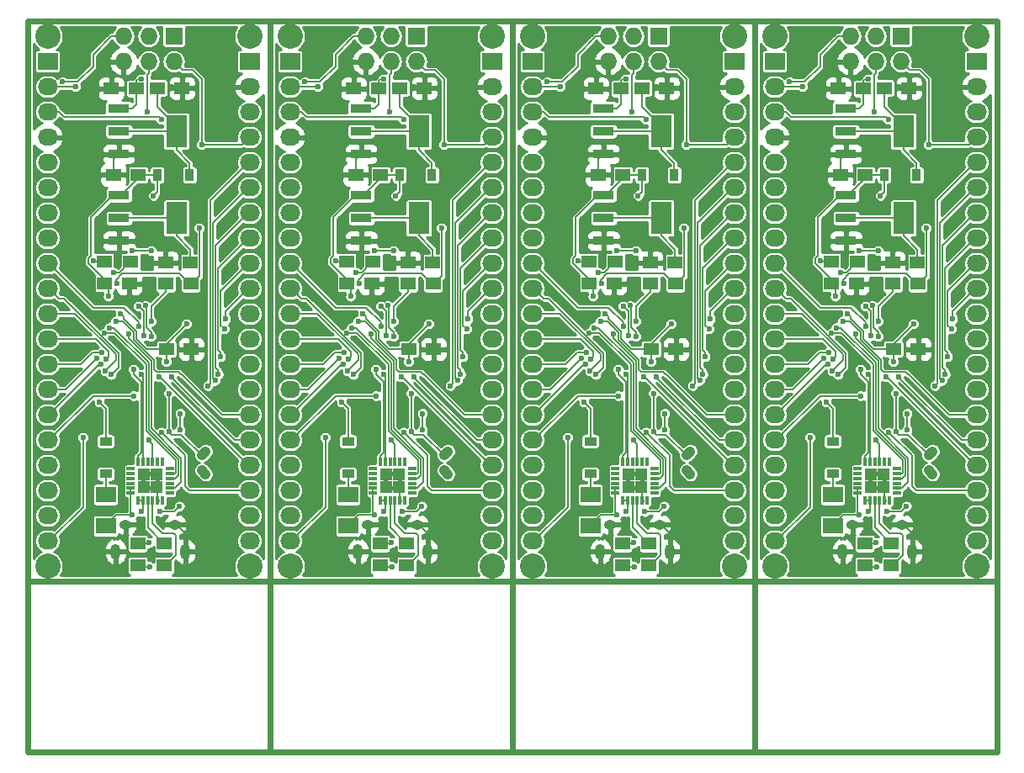
<source format=gbr>
G04 #@! TF.GenerationSoftware,KiCad,Pcbnew,6.0.0-rc1-unknown-9cac0a3~66~ubuntu16.04.1*
G04 #@! TF.CreationDate,2019-01-23T08:05:13+01:00
G04 #@! TF.ProjectId,nano324,6e616e6f-3332-4342-9e6b-696361645f70,rev?*
G04 #@! TF.SameCoordinates,Original*
G04 #@! TF.FileFunction,Copper,L2,Bot*
G04 #@! TF.FilePolarity,Positive*
%FSLAX46Y46*%
G04 Gerber Fmt 4.6, Leading zero omitted, Abs format (unit mm)*
G04 Created by KiCad (PCBNEW 6.0.0-rc1-unknown-9cac0a3~66~ubuntu16.04.1) date St 23. január 2019, 08:05:13 CET*
%MOMM*%
%LPD*%
G04 APERTURE LIST*
%ADD10C,0.600000*%
%ADD11C,1.000760*%
%ADD12C,1.000760*%
%ADD13O,2.032000X1.727200*%
%ADD14R,2.032000X1.727200*%
%ADD15R,2.150000X3.250000*%
%ADD16R,2.150000X0.950000*%
%ADD17R,2.030000X1.650000*%
%ADD18R,0.910000X1.220000*%
%ADD19R,1.500000X1.250000*%
%ADD20R,1.500000X1.300000*%
%ADD21C,2.540000*%
%ADD22O,1.000000X1.550000*%
%ADD23O,1.250000X0.950000*%
%ADD24R,1.300000X1.300000*%
%ADD25R,0.850000X0.300000*%
%ADD26R,0.300000X0.850000*%
%ADD27O,1.727200X1.727200*%
%ADD28R,1.727200X1.727200*%
%ADD29R,1.220000X0.910000*%
%ADD30C,0.600000*%
%ADD31C,0.150000*%
%ADD32C,0.254000*%
G04 APERTURE END LIST*
D10*
X181864000Y-114300000D02*
X181864000Y-131445000D01*
X157480000Y-114300000D02*
X157480000Y-131445000D01*
X133096000Y-114300000D02*
X133096000Y-131445000D01*
X206248000Y-131445000D02*
X206248000Y-124968000D01*
X108712000Y-131445000D02*
X206248000Y-131445000D01*
X206248000Y-114300000D02*
X206248000Y-124968000D01*
X108712000Y-114300000D02*
X108712000Y-131445000D01*
X206248000Y-114300000D02*
X181864000Y-114300000D01*
X181864000Y-114300000D02*
X181864000Y-57912000D01*
X181864000Y-57912000D02*
X206248000Y-57912000D01*
X206248000Y-57912000D02*
X206248000Y-114300000D01*
X181864000Y-114300000D02*
X157480000Y-114300000D01*
X157480000Y-114300000D02*
X157480000Y-57912000D01*
X157480000Y-57912000D02*
X181864000Y-57912000D01*
X181864000Y-57912000D02*
X181864000Y-114300000D01*
X157480000Y-114300000D02*
X133096000Y-114300000D01*
X133096000Y-114300000D02*
X133096000Y-57912000D01*
X133096000Y-57912000D02*
X157480000Y-57912000D01*
X157480000Y-57912000D02*
X157480000Y-114300000D01*
X133096000Y-57912000D02*
X133096000Y-114300000D01*
X108712000Y-57912000D02*
X133096000Y-57912000D01*
X108712000Y-114300000D02*
X108712000Y-57912000D01*
X133096000Y-114300000D02*
X108712000Y-114300000D01*
D11*
X199601934Y-101400766D03*
D12*
X199425023Y-101577677D02*
X199778845Y-101223855D01*
D11*
X199601934Y-103323234D03*
D12*
X199778845Y-103500145D02*
X199425023Y-103146323D01*
D13*
X204216000Y-110236000D03*
X204216000Y-107696000D03*
X204216000Y-105156000D03*
X204216000Y-102616000D03*
X204216000Y-100076000D03*
X204216000Y-97536000D03*
X204216000Y-94996000D03*
X204216000Y-92456000D03*
X204216000Y-89916000D03*
X204216000Y-87376000D03*
X204216000Y-84836000D03*
X204216000Y-82296000D03*
X204216000Y-79756000D03*
X204216000Y-77216000D03*
X204216000Y-74676000D03*
X204216000Y-72136000D03*
X204216000Y-69596000D03*
X204216000Y-67056000D03*
X204216000Y-64516000D03*
D14*
X204216000Y-61976000D03*
X183896000Y-61976000D03*
D13*
X183896000Y-64516000D03*
X183896000Y-67056000D03*
X183896000Y-69596000D03*
X183896000Y-72136000D03*
X183896000Y-74676000D03*
X183896000Y-77216000D03*
X183896000Y-79756000D03*
X183896000Y-82296000D03*
X183896000Y-84836000D03*
X183896000Y-87376000D03*
X183896000Y-89916000D03*
X183896000Y-92456000D03*
X183896000Y-94996000D03*
X183896000Y-97536000D03*
X183896000Y-100076000D03*
X183896000Y-102616000D03*
X183896000Y-105156000D03*
X183896000Y-107696000D03*
X183896000Y-110236000D03*
D15*
X196854400Y-68999100D03*
D16*
X191054400Y-71299100D03*
X191054400Y-68999100D03*
X191054400Y-66699100D03*
D17*
X189738000Y-105577520D03*
X189738000Y-108737520D03*
D18*
X198185280Y-73411080D03*
X194915280Y-73411080D03*
D19*
X192822200Y-64709040D03*
X190322200Y-64709040D03*
D20*
X192272920Y-82153760D03*
X189572920Y-82153760D03*
X195660000Y-110490000D03*
X192960000Y-110490000D03*
D21*
X204216000Y-112776000D03*
D22*
X197743100Y-111299460D03*
X190743100Y-111299460D03*
D23*
X196743100Y-108599460D03*
X191743100Y-108599460D03*
D21*
X183896000Y-112776000D03*
D24*
X194873400Y-104838500D03*
X193573400Y-104838500D03*
X194873400Y-103538500D03*
X193573400Y-103538500D03*
D25*
X196173400Y-105438500D03*
X196173400Y-104938500D03*
X196173400Y-104438500D03*
X196173400Y-103938500D03*
X196173400Y-103438500D03*
X196173400Y-102938500D03*
D26*
X195473400Y-102238500D03*
X194973400Y-102238500D03*
X194473400Y-102238500D03*
X193973400Y-102238500D03*
X193473400Y-102238500D03*
X192973400Y-102238500D03*
D25*
X192273400Y-102938500D03*
X192273400Y-103438500D03*
X192273400Y-103938500D03*
X192273400Y-104438500D03*
X192273400Y-104938500D03*
X192273400Y-105438500D03*
D26*
X192973400Y-106138500D03*
X193473400Y-106138500D03*
X193973400Y-106138500D03*
X194473400Y-106138500D03*
X194973400Y-106138500D03*
X195473400Y-106138500D03*
D21*
X204216000Y-59436000D03*
D27*
X191516000Y-61976000D03*
X191516000Y-59436000D03*
X194056000Y-61976000D03*
X194056000Y-59436000D03*
X196596000Y-61976000D03*
D28*
X196596000Y-59436000D03*
D19*
X198283200Y-82214720D03*
X195783200Y-82214720D03*
D21*
X183896000Y-59436000D03*
D20*
X192960000Y-112699800D03*
X195660000Y-112699800D03*
D16*
X191079800Y-75436700D03*
X191079800Y-77736700D03*
X191079800Y-80036700D03*
D15*
X196879800Y-77736700D03*
D19*
X195793040Y-84353400D03*
X198293040Y-84353400D03*
X192131000Y-84328000D03*
X189631000Y-84328000D03*
X195854000Y-90932000D03*
X198354000Y-90932000D03*
X197434200Y-64653160D03*
X194934200Y-64653160D03*
X190525080Y-73400920D03*
X193025080Y-73400920D03*
D29*
X189738000Y-103489000D03*
X189738000Y-100219000D03*
D11*
X175217934Y-101400766D03*
D12*
X175041023Y-101577677D02*
X175394845Y-101223855D01*
D11*
X175217934Y-103323234D03*
D12*
X175394845Y-103500145D02*
X175041023Y-103146323D01*
D13*
X179832000Y-110236000D03*
X179832000Y-107696000D03*
X179832000Y-105156000D03*
X179832000Y-102616000D03*
X179832000Y-100076000D03*
X179832000Y-97536000D03*
X179832000Y-94996000D03*
X179832000Y-92456000D03*
X179832000Y-89916000D03*
X179832000Y-87376000D03*
X179832000Y-84836000D03*
X179832000Y-82296000D03*
X179832000Y-79756000D03*
X179832000Y-77216000D03*
X179832000Y-74676000D03*
X179832000Y-72136000D03*
X179832000Y-69596000D03*
X179832000Y-67056000D03*
X179832000Y-64516000D03*
D14*
X179832000Y-61976000D03*
X159512000Y-61976000D03*
D13*
X159512000Y-64516000D03*
X159512000Y-67056000D03*
X159512000Y-69596000D03*
X159512000Y-72136000D03*
X159512000Y-74676000D03*
X159512000Y-77216000D03*
X159512000Y-79756000D03*
X159512000Y-82296000D03*
X159512000Y-84836000D03*
X159512000Y-87376000D03*
X159512000Y-89916000D03*
X159512000Y-92456000D03*
X159512000Y-94996000D03*
X159512000Y-97536000D03*
X159512000Y-100076000D03*
X159512000Y-102616000D03*
X159512000Y-105156000D03*
X159512000Y-107696000D03*
X159512000Y-110236000D03*
D15*
X172470400Y-68999100D03*
D16*
X166670400Y-71299100D03*
X166670400Y-68999100D03*
X166670400Y-66699100D03*
D17*
X165354000Y-105577520D03*
X165354000Y-108737520D03*
D18*
X173801280Y-73411080D03*
X170531280Y-73411080D03*
D19*
X168438200Y-64709040D03*
X165938200Y-64709040D03*
D20*
X167888920Y-82153760D03*
X165188920Y-82153760D03*
X171276000Y-110490000D03*
X168576000Y-110490000D03*
D21*
X179832000Y-112776000D03*
D22*
X173359100Y-111299460D03*
X166359100Y-111299460D03*
D23*
X172359100Y-108599460D03*
X167359100Y-108599460D03*
D21*
X159512000Y-112776000D03*
D24*
X170489400Y-104838500D03*
X169189400Y-104838500D03*
X170489400Y-103538500D03*
X169189400Y-103538500D03*
D25*
X171789400Y-105438500D03*
X171789400Y-104938500D03*
X171789400Y-104438500D03*
X171789400Y-103938500D03*
X171789400Y-103438500D03*
X171789400Y-102938500D03*
D26*
X171089400Y-102238500D03*
X170589400Y-102238500D03*
X170089400Y-102238500D03*
X169589400Y-102238500D03*
X169089400Y-102238500D03*
X168589400Y-102238500D03*
D25*
X167889400Y-102938500D03*
X167889400Y-103438500D03*
X167889400Y-103938500D03*
X167889400Y-104438500D03*
X167889400Y-104938500D03*
X167889400Y-105438500D03*
D26*
X168589400Y-106138500D03*
X169089400Y-106138500D03*
X169589400Y-106138500D03*
X170089400Y-106138500D03*
X170589400Y-106138500D03*
X171089400Y-106138500D03*
D21*
X179832000Y-59436000D03*
D27*
X167132000Y-61976000D03*
X167132000Y-59436000D03*
X169672000Y-61976000D03*
X169672000Y-59436000D03*
X172212000Y-61976000D03*
D28*
X172212000Y-59436000D03*
D19*
X173899200Y-82214720D03*
X171399200Y-82214720D03*
D21*
X159512000Y-59436000D03*
D20*
X168576000Y-112699800D03*
X171276000Y-112699800D03*
D16*
X166695800Y-75436700D03*
X166695800Y-77736700D03*
X166695800Y-80036700D03*
D15*
X172495800Y-77736700D03*
D19*
X171409040Y-84353400D03*
X173909040Y-84353400D03*
X167747000Y-84328000D03*
X165247000Y-84328000D03*
X171470000Y-90932000D03*
X173970000Y-90932000D03*
X173050200Y-64653160D03*
X170550200Y-64653160D03*
X166141080Y-73400920D03*
X168641080Y-73400920D03*
D29*
X165354000Y-103489000D03*
X165354000Y-100219000D03*
D11*
X150833934Y-101400766D03*
D12*
X150657023Y-101577677D02*
X151010845Y-101223855D01*
D11*
X150833934Y-103323234D03*
D12*
X151010845Y-103500145D02*
X150657023Y-103146323D01*
D13*
X155448000Y-110236000D03*
X155448000Y-107696000D03*
X155448000Y-105156000D03*
X155448000Y-102616000D03*
X155448000Y-100076000D03*
X155448000Y-97536000D03*
X155448000Y-94996000D03*
X155448000Y-92456000D03*
X155448000Y-89916000D03*
X155448000Y-87376000D03*
X155448000Y-84836000D03*
X155448000Y-82296000D03*
X155448000Y-79756000D03*
X155448000Y-77216000D03*
X155448000Y-74676000D03*
X155448000Y-72136000D03*
X155448000Y-69596000D03*
X155448000Y-67056000D03*
X155448000Y-64516000D03*
D14*
X155448000Y-61976000D03*
X135128000Y-61976000D03*
D13*
X135128000Y-64516000D03*
X135128000Y-67056000D03*
X135128000Y-69596000D03*
X135128000Y-72136000D03*
X135128000Y-74676000D03*
X135128000Y-77216000D03*
X135128000Y-79756000D03*
X135128000Y-82296000D03*
X135128000Y-84836000D03*
X135128000Y-87376000D03*
X135128000Y-89916000D03*
X135128000Y-92456000D03*
X135128000Y-94996000D03*
X135128000Y-97536000D03*
X135128000Y-100076000D03*
X135128000Y-102616000D03*
X135128000Y-105156000D03*
X135128000Y-107696000D03*
X135128000Y-110236000D03*
D15*
X148086400Y-68999100D03*
D16*
X142286400Y-71299100D03*
X142286400Y-68999100D03*
X142286400Y-66699100D03*
D17*
X140970000Y-105577520D03*
X140970000Y-108737520D03*
D18*
X149417280Y-73411080D03*
X146147280Y-73411080D03*
D19*
X144054200Y-64709040D03*
X141554200Y-64709040D03*
D20*
X143504920Y-82153760D03*
X140804920Y-82153760D03*
X146892000Y-110490000D03*
X144192000Y-110490000D03*
D21*
X155448000Y-112776000D03*
D22*
X148975100Y-111299460D03*
X141975100Y-111299460D03*
D23*
X147975100Y-108599460D03*
X142975100Y-108599460D03*
D21*
X135128000Y-112776000D03*
D24*
X146105400Y-104838500D03*
X144805400Y-104838500D03*
X146105400Y-103538500D03*
X144805400Y-103538500D03*
D25*
X147405400Y-105438500D03*
X147405400Y-104938500D03*
X147405400Y-104438500D03*
X147405400Y-103938500D03*
X147405400Y-103438500D03*
X147405400Y-102938500D03*
D26*
X146705400Y-102238500D03*
X146205400Y-102238500D03*
X145705400Y-102238500D03*
X145205400Y-102238500D03*
X144705400Y-102238500D03*
X144205400Y-102238500D03*
D25*
X143505400Y-102938500D03*
X143505400Y-103438500D03*
X143505400Y-103938500D03*
X143505400Y-104438500D03*
X143505400Y-104938500D03*
X143505400Y-105438500D03*
D26*
X144205400Y-106138500D03*
X144705400Y-106138500D03*
X145205400Y-106138500D03*
X145705400Y-106138500D03*
X146205400Y-106138500D03*
X146705400Y-106138500D03*
D21*
X155448000Y-59436000D03*
D27*
X142748000Y-61976000D03*
X142748000Y-59436000D03*
X145288000Y-61976000D03*
X145288000Y-59436000D03*
X147828000Y-61976000D03*
D28*
X147828000Y-59436000D03*
D19*
X149515200Y-82214720D03*
X147015200Y-82214720D03*
D21*
X135128000Y-59436000D03*
D20*
X144192000Y-112699800D03*
X146892000Y-112699800D03*
D16*
X142311800Y-75436700D03*
X142311800Y-77736700D03*
X142311800Y-80036700D03*
D15*
X148111800Y-77736700D03*
D19*
X147025040Y-84353400D03*
X149525040Y-84353400D03*
X143363000Y-84328000D03*
X140863000Y-84328000D03*
X147086000Y-90932000D03*
X149586000Y-90932000D03*
X148666200Y-64653160D03*
X146166200Y-64653160D03*
X141757080Y-73400920D03*
X144257080Y-73400920D03*
D29*
X140970000Y-103489000D03*
X140970000Y-100219000D03*
D15*
X123727800Y-77736700D03*
D16*
X117927800Y-80036700D03*
X117927800Y-77736700D03*
X117927800Y-75436700D03*
D19*
X116479000Y-84328000D03*
X118979000Y-84328000D03*
X125202000Y-90932000D03*
X122702000Y-90932000D03*
D21*
X110744000Y-59436000D03*
X110744000Y-112776000D03*
X131064000Y-112776000D03*
X131064000Y-59436000D03*
D19*
X119873080Y-73400920D03*
X117373080Y-73400920D03*
X117170200Y-64709040D03*
X119670200Y-64709040D03*
X125141040Y-84353400D03*
X122641040Y-84353400D03*
X121782200Y-64653160D03*
X124282200Y-64653160D03*
X122631200Y-82214720D03*
X125131200Y-82214720D03*
D29*
X116586000Y-100219000D03*
X116586000Y-103489000D03*
D18*
X121763280Y-73411080D03*
X125033280Y-73411080D03*
D17*
X116586000Y-108737520D03*
X116586000Y-105577520D03*
D23*
X118591100Y-108599460D03*
X123591100Y-108599460D03*
D22*
X117591100Y-111299460D03*
X124591100Y-111299460D03*
D28*
X123444000Y-59436000D03*
D27*
X123444000Y-61976000D03*
X120904000Y-59436000D03*
X120904000Y-61976000D03*
X118364000Y-59436000D03*
X118364000Y-61976000D03*
D20*
X119808000Y-110490000D03*
X122508000Y-110490000D03*
X122508000Y-112699800D03*
X119808000Y-112699800D03*
X116420920Y-82153760D03*
X119120920Y-82153760D03*
D26*
X122321400Y-106138500D03*
X121821400Y-106138500D03*
X121321400Y-106138500D03*
X120821400Y-106138500D03*
X120321400Y-106138500D03*
X119821400Y-106138500D03*
D25*
X119121400Y-105438500D03*
X119121400Y-104938500D03*
X119121400Y-104438500D03*
X119121400Y-103938500D03*
X119121400Y-103438500D03*
X119121400Y-102938500D03*
D26*
X119821400Y-102238500D03*
X120321400Y-102238500D03*
X120821400Y-102238500D03*
X121321400Y-102238500D03*
X121821400Y-102238500D03*
X122321400Y-102238500D03*
D25*
X123021400Y-102938500D03*
X123021400Y-103438500D03*
X123021400Y-103938500D03*
X123021400Y-104438500D03*
X123021400Y-104938500D03*
X123021400Y-105438500D03*
D24*
X120421400Y-103538500D03*
X121721400Y-103538500D03*
X120421400Y-104838500D03*
X121721400Y-104838500D03*
D16*
X117902400Y-66699100D03*
X117902400Y-68999100D03*
X117902400Y-71299100D03*
D15*
X123702400Y-68999100D03*
D13*
X110744000Y-110236000D03*
X110744000Y-107696000D03*
X110744000Y-105156000D03*
X110744000Y-102616000D03*
X110744000Y-100076000D03*
X110744000Y-97536000D03*
X110744000Y-94996000D03*
X110744000Y-92456000D03*
X110744000Y-89916000D03*
X110744000Y-87376000D03*
X110744000Y-84836000D03*
X110744000Y-82296000D03*
X110744000Y-79756000D03*
X110744000Y-77216000D03*
X110744000Y-74676000D03*
X110744000Y-72136000D03*
X110744000Y-69596000D03*
X110744000Y-67056000D03*
X110744000Y-64516000D03*
D14*
X110744000Y-61976000D03*
X131064000Y-61976000D03*
D13*
X131064000Y-64516000D03*
X131064000Y-67056000D03*
X131064000Y-69596000D03*
X131064000Y-72136000D03*
X131064000Y-74676000D03*
X131064000Y-77216000D03*
X131064000Y-79756000D03*
X131064000Y-82296000D03*
X131064000Y-84836000D03*
X131064000Y-87376000D03*
X131064000Y-89916000D03*
X131064000Y-92456000D03*
X131064000Y-94996000D03*
X131064000Y-97536000D03*
X131064000Y-100076000D03*
X131064000Y-102616000D03*
X131064000Y-105156000D03*
X131064000Y-107696000D03*
X131064000Y-110236000D03*
D11*
X126449934Y-103323234D03*
D12*
X126626845Y-103500145D02*
X126273023Y-103146323D01*
D11*
X126449934Y-101400766D03*
D12*
X126273023Y-101577677D02*
X126626845Y-101223855D01*
D30*
X140881117Y-89288412D03*
X141352724Y-88771109D03*
X137922000Y-64516000D03*
X142068562Y-84328000D03*
X150368000Y-78740000D03*
X136646324Y-64013676D03*
X146558000Y-67818000D03*
X144805400Y-104838500D03*
X146105400Y-104838500D03*
X140347700Y-64731900D03*
X140607376Y-86251376D03*
X139192000Y-84074000D03*
X143002000Y-94996000D03*
X149098000Y-92710000D03*
X143002000Y-92202000D03*
X146304000Y-95250000D03*
X151892000Y-66802000D03*
X151892000Y-68834000D03*
X151892000Y-64262000D03*
X151892000Y-62484000D03*
X147574002Y-64516000D03*
X144271995Y-88646005D03*
X141519074Y-93498690D03*
X140928414Y-93123006D03*
X140970000Y-91948000D03*
X140591065Y-91267986D03*
X144526000Y-63754000D03*
X145783300Y-75476100D03*
X141242376Y-85616376D03*
X140335000Y-96266000D03*
X142466981Y-87348981D03*
X147066000Y-92202000D03*
X149098000Y-88392002D03*
X150622000Y-70358000D03*
X151257000Y-94615000D03*
X151986010Y-94080962D03*
X152284430Y-93447746D03*
X152527000Y-91694000D03*
X152908000Y-88900000D03*
X153035000Y-87884000D03*
X141986000Y-88138000D03*
X140112926Y-91826198D03*
X145194032Y-67056000D03*
X140462000Y-92456000D03*
X144556480Y-107294680D03*
X148396960Y-106735880D03*
X146466560Y-107294680D03*
X145287998Y-100076000D03*
X141755676Y-83205905D03*
X143611600Y-107640120D03*
X145338800Y-110413800D03*
X145389600Y-112814100D03*
X145542000Y-88138000D03*
X143256000Y-89408000D03*
X139700000Y-82042000D03*
X143764000Y-92964000D03*
X144272000Y-86614000D03*
X144861880Y-89580114D03*
X143666010Y-81026000D03*
X144526000Y-93472000D03*
X145542000Y-81026000D03*
X144979549Y-86559549D03*
X145556873Y-89663790D03*
X143764000Y-95631000D03*
X147574000Y-93726000D03*
X138684000Y-99822000D03*
X146582952Y-99289048D03*
X148463000Y-97409000D03*
X148463000Y-99092990D03*
X147320000Y-95377000D03*
X147333587Y-99249120D03*
X146304000Y-93726000D03*
X165265117Y-89288412D03*
X165736724Y-88771109D03*
X162306000Y-64516000D03*
X166452562Y-84328000D03*
X174752000Y-78740000D03*
X161030324Y-64013676D03*
X170942000Y-67818000D03*
X169189400Y-104838500D03*
X170489400Y-104838500D03*
X164731700Y-64731900D03*
X164991376Y-86251376D03*
X163576000Y-84074000D03*
X167386000Y-94996000D03*
X173482000Y-92710000D03*
X167386000Y-92202000D03*
X170688000Y-95250000D03*
X176276000Y-66802000D03*
X176276000Y-68834000D03*
X176276000Y-64262000D03*
X176276000Y-62484000D03*
X171958002Y-64516000D03*
X168655995Y-88646005D03*
X165903074Y-93498690D03*
X165312414Y-93123006D03*
X165354000Y-91948000D03*
X164975065Y-91267986D03*
X168910000Y-63754000D03*
X170167300Y-75476100D03*
X165626376Y-85616376D03*
X164719000Y-96266000D03*
X166850981Y-87348981D03*
X171450000Y-92202000D03*
X173482000Y-88392002D03*
X175006000Y-70358000D03*
X175641000Y-94615000D03*
X176370010Y-94080962D03*
X176668430Y-93447746D03*
X176911000Y-91694000D03*
X177292000Y-88900000D03*
X177419000Y-87884000D03*
X166370000Y-88138000D03*
X164496926Y-91826198D03*
X169578032Y-67056000D03*
X164846000Y-92456000D03*
X168940480Y-107294680D03*
X172780960Y-106735880D03*
X170850560Y-107294680D03*
X169671998Y-100076000D03*
X166139676Y-83205905D03*
X167995600Y-107640120D03*
X169722800Y-110413800D03*
X169773600Y-112814100D03*
X169926000Y-88138000D03*
X167640000Y-89408000D03*
X164084000Y-82042000D03*
X168148000Y-92964000D03*
X168656000Y-86614000D03*
X169245880Y-89580114D03*
X168050010Y-81026000D03*
X168910000Y-93472000D03*
X169926000Y-81026000D03*
X169363549Y-86559549D03*
X169940873Y-89663790D03*
X168148000Y-95631000D03*
X171958000Y-93726000D03*
X163068000Y-99822000D03*
X170966952Y-99289048D03*
X172847000Y-97409000D03*
X172847000Y-99092990D03*
X171704000Y-95377000D03*
X171717587Y-99249120D03*
X170688000Y-93726000D03*
X189649117Y-89288412D03*
X190120724Y-88771109D03*
X186690000Y-64516000D03*
X190836562Y-84328000D03*
X199136000Y-78740000D03*
X185414324Y-64013676D03*
X195326000Y-67818000D03*
X193573400Y-104838500D03*
X194873400Y-104838500D03*
X189115700Y-64731900D03*
X189375376Y-86251376D03*
X187960000Y-84074000D03*
X191770000Y-94996000D03*
X197866000Y-92710000D03*
X191770000Y-92202000D03*
X195072000Y-95250000D03*
X200660000Y-66802000D03*
X200660000Y-68834000D03*
X200660000Y-64262000D03*
X200660000Y-62484000D03*
X196342002Y-64516000D03*
X193039995Y-88646005D03*
X190287074Y-93498690D03*
X189696414Y-93123006D03*
X189738000Y-91948000D03*
X189359065Y-91267986D03*
X193294000Y-63754000D03*
X194551300Y-75476100D03*
X190010376Y-85616376D03*
X189103000Y-96266000D03*
X191234981Y-87348981D03*
X195834000Y-92202000D03*
X197866000Y-88392002D03*
X199390000Y-70358000D03*
X200025000Y-94615000D03*
X200754010Y-94080962D03*
X201052430Y-93447746D03*
X201295000Y-91694000D03*
X201676000Y-88900000D03*
X201803000Y-87884000D03*
X190754000Y-88138000D03*
X188880926Y-91826198D03*
X193962032Y-67056000D03*
X189230000Y-92456000D03*
X193324480Y-107294680D03*
X197164960Y-106735880D03*
X195234560Y-107294680D03*
X194055998Y-100076000D03*
X190523676Y-83205905D03*
X192379600Y-107640120D03*
X194106800Y-110413800D03*
X194157600Y-112814100D03*
X194310000Y-88138000D03*
X192024000Y-89408000D03*
X188468000Y-82042000D03*
X192532000Y-92964000D03*
X193040000Y-86614000D03*
X193629880Y-89580114D03*
X192434010Y-81026000D03*
X193294000Y-93472000D03*
X194310000Y-81026000D03*
X193747549Y-86559549D03*
X194324873Y-89663790D03*
X192532000Y-95631000D03*
X196342000Y-93726000D03*
X187452000Y-99822000D03*
X195350952Y-99289048D03*
X197231000Y-97409000D03*
X197231000Y-99092990D03*
X196088000Y-95377000D03*
X196101587Y-99249120D03*
X195072000Y-93726000D03*
X116497117Y-89288412D03*
X116968724Y-88771109D03*
X113538000Y-64516000D03*
X117684562Y-84328000D03*
X125984000Y-78740000D03*
X112262324Y-64013676D03*
X122174000Y-67818000D03*
X120421400Y-104838500D03*
X121721400Y-104838500D03*
X115963700Y-64731900D03*
X116223376Y-86251376D03*
X114808000Y-84074000D03*
X118618000Y-94996000D03*
X124714000Y-92710000D03*
X118618000Y-92202000D03*
X121920000Y-95250000D03*
X127508000Y-66802000D03*
X127508000Y-68834000D03*
X127508000Y-64262000D03*
X127508000Y-62484000D03*
X123190002Y-64516000D03*
X119887995Y-88646005D03*
X117135074Y-93498690D03*
X116544414Y-93123006D03*
X116586000Y-91948000D03*
X116207065Y-91267986D03*
X120142000Y-63754000D03*
X121399300Y-75476100D03*
X116858376Y-85616376D03*
X115951000Y-96266000D03*
X118082981Y-87348981D03*
X122682000Y-92202000D03*
X124714000Y-88392002D03*
X126238000Y-70358000D03*
X126873000Y-94615000D03*
X127602010Y-94080962D03*
X127900430Y-93447746D03*
X128143000Y-91694000D03*
X128524000Y-88900000D03*
X128651000Y-87884000D03*
X117602000Y-88138000D03*
X115728926Y-91826198D03*
X120810032Y-67056000D03*
X116078000Y-92456000D03*
X120172480Y-107294680D03*
X124012960Y-106735880D03*
X122082560Y-107294680D03*
X120903998Y-100076000D03*
X117371676Y-83205905D03*
X119227600Y-107640120D03*
X120954800Y-110413800D03*
X121005600Y-112814100D03*
X121158000Y-88138000D03*
X118872000Y-89408000D03*
X115316000Y-82042000D03*
X119380000Y-92964000D03*
X119888000Y-86614000D03*
X120477880Y-89580114D03*
X119282010Y-81026000D03*
X120142000Y-93472000D03*
X121158000Y-81026000D03*
X120595549Y-86559549D03*
X121172873Y-89663790D03*
X119380000Y-95631000D03*
X123190000Y-93726000D03*
X114300000Y-99822000D03*
X122198952Y-99289048D03*
X124079000Y-97409000D03*
X124079000Y-99092990D03*
X122936000Y-95377000D03*
X122949587Y-99249120D03*
X121920000Y-93726000D03*
D31*
X145034000Y-92456000D02*
X141866412Y-89288412D01*
X148005401Y-102090399D02*
X145034000Y-99118998D01*
X147980400Y-103438500D02*
X148005401Y-103413499D01*
X141866412Y-89288412D02*
X140881117Y-89288412D01*
X147405400Y-103438500D02*
X147980400Y-103438500D01*
X145034000Y-99118998D02*
X145034000Y-92456000D01*
X148005401Y-103413499D02*
X148005401Y-102090399D01*
X135128000Y-64516000D02*
X137922000Y-64516000D01*
X145288000Y-99019430D02*
X148255412Y-101986842D01*
X148255412Y-101986842D02*
X148255412Y-103663488D01*
X145288000Y-92282121D02*
X145288000Y-99019430D01*
X148255412Y-103663488D02*
X147980400Y-103938500D01*
X141352724Y-88771109D02*
X141776988Y-88771109D01*
X141776988Y-88771109D02*
X145288000Y-92282121D01*
X147980400Y-103938500D02*
X147405400Y-103938500D01*
X142637878Y-83312000D02*
X148358640Y-83312000D01*
X139700000Y-61262686D02*
X139700000Y-62484000D01*
X141526686Y-59436000D02*
X139700000Y-61262686D01*
X149525040Y-84353400D02*
X149650040Y-84353400D01*
X149650040Y-84353400D02*
X150440201Y-83563239D01*
X150440201Y-83563239D02*
X150440201Y-78812201D01*
X150440201Y-78812201D02*
X150368000Y-78740000D01*
X136646324Y-64013676D02*
X138170324Y-64013676D01*
X149400040Y-84353400D02*
X149525040Y-84353400D01*
X148358640Y-83312000D02*
X149400040Y-84353400D01*
X142068562Y-84328000D02*
X141986000Y-84245438D01*
X141986000Y-84245438D02*
X141986000Y-83963878D01*
X141986000Y-83963878D02*
X142637878Y-83312000D01*
X142748000Y-59436000D02*
X141526686Y-59436000D01*
X138170324Y-64013676D02*
X139700000Y-62484000D01*
X146304000Y-67564000D02*
X146558000Y-67818000D01*
X136802000Y-67564000D02*
X146304000Y-67564000D01*
X136294000Y-67056000D02*
X136802000Y-67564000D01*
X135128000Y-67056000D02*
X136294000Y-67056000D01*
X146105400Y-104838500D02*
X144805400Y-104838500D01*
X144805400Y-104838500D02*
X144805400Y-103538500D01*
X146205400Y-104938500D02*
X146105400Y-104838500D01*
X146205400Y-106138500D02*
X146205400Y-104938500D01*
X141757080Y-71828420D02*
X142286400Y-71299100D01*
X141757080Y-73400920D02*
X141757080Y-71828420D01*
X141554200Y-64709040D02*
X140370560Y-64709040D01*
X140370560Y-64709040D02*
X140347700Y-64731900D01*
X148975100Y-110274460D02*
X148975100Y-111299460D01*
X148125100Y-108599460D02*
X148975100Y-109449460D01*
X147975100Y-108599460D02*
X148125100Y-108599460D01*
X148975100Y-109449460D02*
X148975100Y-110274460D01*
X139192000Y-84836000D02*
X139192000Y-84074000D01*
X140607376Y-86251376D02*
X139192000Y-84836000D01*
X143002000Y-94996000D02*
X143002000Y-92202000D01*
X151892000Y-66802000D02*
X151892000Y-68834000D01*
X151892000Y-64262000D02*
X151892000Y-62484000D01*
X147711162Y-64653160D02*
X147574002Y-64516000D01*
X148666200Y-64653160D02*
X147711162Y-64653160D01*
X142791254Y-86741000D02*
X144271995Y-88221741D01*
X139725400Y-86741000D02*
X142791254Y-86741000D01*
X135280400Y-82296000D02*
X139725400Y-86741000D01*
X135128000Y-82296000D02*
X135280400Y-82296000D01*
X144271995Y-88221741D02*
X144271995Y-88646005D01*
X136294000Y-85849600D02*
X136739301Y-85849600D01*
X135280400Y-84836000D02*
X136294000Y-85849600D01*
X141819073Y-93198691D02*
X141519074Y-93498690D01*
X142240000Y-91350299D02*
X142240000Y-92777764D01*
X142240000Y-92777764D02*
X141819073Y-93198691D01*
X136739301Y-85849600D02*
X142240000Y-91350299D01*
X135128000Y-84836000D02*
X135280400Y-84836000D01*
X135128000Y-87376000D02*
X137912133Y-87376000D01*
X141228413Y-92823007D02*
X140928414Y-93123006D01*
X141989989Y-92061431D02*
X141228413Y-92823007D01*
X137912133Y-87376000D02*
X141989989Y-91453856D01*
X141989989Y-91453856D02*
X141989989Y-92061431D01*
X141269999Y-91188735D02*
X141269999Y-91648001D01*
X139997264Y-89916000D02*
X141269999Y-91188735D01*
X141269999Y-91648001D02*
X140970000Y-91948000D01*
X135128000Y-89916000D02*
X139997264Y-89916000D01*
X138430000Y-92456000D02*
X135128000Y-92456000D01*
X139618014Y-91267986D02*
X138430000Y-92456000D01*
X140591065Y-91267986D02*
X139618014Y-91267986D01*
X144054200Y-66295900D02*
X144054200Y-64709040D01*
X143651000Y-66699100D02*
X144054200Y-66295900D01*
X142286400Y-66699100D02*
X143651000Y-66699100D01*
X144054200Y-63934040D02*
X144234240Y-63754000D01*
X144054200Y-64709040D02*
X144054200Y-63934040D01*
X144234240Y-63754000D02*
X144526000Y-63754000D01*
X146137120Y-73400920D02*
X146147280Y-73411080D01*
X144257080Y-73400920D02*
X146137120Y-73400920D01*
X142541020Y-75436700D02*
X144257080Y-73720640D01*
X144257080Y-73720640D02*
X144257080Y-73400920D01*
X142311800Y-75436700D02*
X142541020Y-75436700D01*
X146147280Y-73411080D02*
X146147280Y-75112120D01*
X146147280Y-75112120D02*
X146083299Y-75176101D01*
X146083299Y-75176101D02*
X145783300Y-75476100D01*
X140970000Y-96901000D02*
X140335000Y-96266000D01*
X140970000Y-100219000D02*
X140970000Y-96901000D01*
X147086000Y-92182000D02*
X147066000Y-92202000D01*
X147086000Y-90932000D02*
X147086000Y-92182000D01*
X148691599Y-62839599D02*
X149707599Y-62839599D01*
X147828000Y-61976000D02*
X148691599Y-62839599D01*
X150622000Y-63754000D02*
X150622000Y-70358000D01*
X149707599Y-62839599D02*
X150622000Y-63754000D01*
X154686000Y-70358000D02*
X155448000Y-69596000D01*
X150622000Y-70358000D02*
X154686000Y-70358000D01*
X142766980Y-87862410D02*
X142766980Y-87648980D01*
X144018000Y-89916000D02*
X144018000Y-89113430D01*
X142766980Y-87648980D02*
X142466981Y-87348981D01*
X145034000Y-90932000D02*
X144018000Y-89916000D01*
X144018000Y-89113430D02*
X142766980Y-87862410D01*
X147086000Y-90932000D02*
X145034000Y-90932000D01*
X147086000Y-90404002D02*
X147086000Y-90932000D01*
X149098000Y-88392002D02*
X147086000Y-90404002D01*
X141242376Y-84545136D02*
X140918560Y-84221320D01*
X141242376Y-85616376D02*
X141242376Y-84545136D01*
X141711800Y-75436700D02*
X142311800Y-75436700D01*
X139478999Y-77669501D02*
X141711800Y-75436700D01*
X139478999Y-81566998D02*
X139478999Y-77669501D01*
X140918560Y-84022560D02*
X139224998Y-82328998D01*
X139224998Y-82328998D02*
X139224998Y-81820999D01*
X140918560Y-84221320D02*
X140918560Y-84022560D01*
X139224998Y-81820999D02*
X139478999Y-81566998D01*
X151511000Y-75920600D02*
X155295600Y-72136000D01*
X155295600Y-72136000D02*
X155448000Y-72136000D01*
X151257000Y-94615000D02*
X151511000Y-94361000D01*
X151511000Y-94361000D02*
X151511000Y-75920600D01*
X155448000Y-74676000D02*
X155295600Y-74676000D01*
X151761011Y-93855963D02*
X151986010Y-94080962D01*
X151761011Y-78210589D02*
X151761011Y-93855963D01*
X155295600Y-74676000D02*
X151761011Y-78210589D01*
X152284430Y-93023482D02*
X152284430Y-93447746D01*
X155295600Y-77216000D02*
X152011022Y-80500578D01*
X152011022Y-92750074D02*
X152284430Y-93023482D01*
X152011022Y-80500578D02*
X152011022Y-92750074D01*
X155448000Y-77216000D02*
X155295600Y-77216000D01*
X152261033Y-82790567D02*
X155295600Y-79756000D01*
X152261033Y-91003769D02*
X152261033Y-82790567D01*
X152527000Y-91694000D02*
X152527000Y-91269736D01*
X152527000Y-91269736D02*
X152261033Y-91003769D01*
X155295600Y-79756000D02*
X155448000Y-79756000D01*
X152527000Y-88519000D02*
X152908000Y-88900000D01*
X152527000Y-85064600D02*
X152527000Y-88519000D01*
X155295600Y-82296000D02*
X152527000Y-85064600D01*
X155448000Y-82296000D02*
X155295600Y-82296000D01*
X153035000Y-87459736D02*
X153035000Y-87884000D01*
X155295600Y-84836000D02*
X153035000Y-87096600D01*
X155448000Y-84836000D02*
X155295600Y-84836000D01*
X153035000Y-87096600D02*
X153035000Y-87459736D01*
X154282000Y-97536000D02*
X155448000Y-97536000D01*
X152654000Y-97536000D02*
X154282000Y-97536000D01*
X143767989Y-90019557D02*
X145796000Y-92047568D01*
X143767989Y-89216987D02*
X143767989Y-90019557D01*
X148557002Y-93497998D02*
X148615998Y-93497998D01*
X148615998Y-93497998D02*
X152654000Y-97536000D01*
X142689002Y-88138000D02*
X143767989Y-89216987D01*
X141986000Y-88138000D02*
X142689002Y-88138000D01*
X148310002Y-93250998D02*
X148557002Y-93497998D01*
X145796000Y-92047568D02*
X145796000Y-92964000D01*
X145796000Y-92964000D02*
X146082998Y-93250998D01*
X146082998Y-93250998D02*
X148310002Y-93250998D01*
X139812927Y-92126197D02*
X140112926Y-91826198D01*
X135128000Y-94996000D02*
X136943124Y-94996000D01*
X136943124Y-94996000D02*
X139812927Y-92126197D01*
X145194032Y-66631736D02*
X145194032Y-67056000D01*
X145191442Y-66629146D02*
X145194032Y-66631736D01*
X145288000Y-61976000D02*
X145288000Y-63197314D01*
X145288000Y-63197314D02*
X145191442Y-63293872D01*
X145191442Y-63293872D02*
X145191442Y-66629146D01*
X135280400Y-97536000D02*
X140360400Y-92456000D01*
X135128000Y-97536000D02*
X135280400Y-97536000D01*
X140360400Y-92456000D02*
X140462000Y-92456000D01*
X144705400Y-106138500D02*
X144205400Y-106138500D01*
X144705400Y-106138500D02*
X144705400Y-107145760D01*
X144705400Y-107145760D02*
X144556480Y-107294680D01*
X147838160Y-107294680D02*
X148096961Y-107035879D01*
X146466560Y-107294680D02*
X147838160Y-107294680D01*
X148096961Y-107035879D02*
X148396960Y-106735880D01*
X145587997Y-100375999D02*
X145287998Y-100076000D01*
X145705400Y-102238500D02*
X145705400Y-100493402D01*
X145705400Y-100493402D02*
X145587997Y-100375999D01*
X142179940Y-83205905D02*
X141755676Y-83205905D01*
X142352775Y-83205905D02*
X142179940Y-83205905D01*
X143404920Y-82153760D02*
X142352775Y-83205905D01*
X143504920Y-82153760D02*
X143404920Y-82153760D01*
X142311800Y-77736700D02*
X148111800Y-77736700D01*
X149515200Y-80915100D02*
X149515200Y-81439720D01*
X149515200Y-81439720D02*
X149515200Y-82214720D01*
X148111800Y-79511700D02*
X149515200Y-80915100D01*
X148111800Y-77736700D02*
X148111800Y-79511700D01*
X140970000Y-104094000D02*
X140970000Y-105577520D01*
X140970000Y-103489000D02*
X140970000Y-104094000D01*
X143505400Y-104938500D02*
X143505400Y-105438500D01*
X143505400Y-107533920D02*
X143611600Y-107640120D01*
X143505400Y-105438500D02*
X143505400Y-107533920D01*
X142067400Y-107640120D02*
X140970000Y-108737520D01*
X143611600Y-107640120D02*
X142067400Y-107640120D01*
X145262600Y-110490000D02*
X145338800Y-110413800D01*
X144192000Y-110490000D02*
X145262600Y-110490000D01*
X144306300Y-112814100D02*
X144192000Y-112699800D01*
X145389600Y-112814100D02*
X144306300Y-112814100D01*
X145542000Y-87713736D02*
X145542000Y-88138000D01*
X145542000Y-86611440D02*
X145542000Y-87713736D01*
X147025040Y-85128400D02*
X145542000Y-86611440D01*
X147025040Y-84353400D02*
X147025040Y-85128400D01*
X145542000Y-98919863D02*
X145542000Y-92147136D01*
X147405400Y-104938500D02*
X147980400Y-104938500D01*
X143256000Y-89861136D02*
X143256000Y-89832264D01*
X143256000Y-89832264D02*
X143256000Y-89408000D01*
X148586010Y-104332890D02*
X148586010Y-101963873D01*
X147980400Y-104938500D02*
X148586010Y-104332890D01*
X145542000Y-92147136D02*
X143256000Y-89861136D01*
X148586010Y-101963873D02*
X145542000Y-98919863D01*
X146792000Y-110490000D02*
X146892000Y-110490000D01*
X145205400Y-108903400D02*
X146792000Y-110490000D01*
X145205400Y-106138500D02*
X145205400Y-108903400D01*
X145705400Y-106138500D02*
X145705400Y-108456300D01*
X145705400Y-108456300D02*
X146685000Y-109435900D01*
X147822902Y-109435900D02*
X148043900Y-109656898D01*
X146685000Y-109435900D02*
X147822902Y-109435900D01*
X146992000Y-112699800D02*
X146892000Y-112699800D01*
X148043900Y-111647900D02*
X146992000Y-112699800D01*
X148043900Y-109656898D02*
X148043900Y-111647900D01*
X139811760Y-82153760D02*
X139700000Y-82042000D01*
X140804920Y-82153760D02*
X139811760Y-82153760D01*
X143764000Y-93388264D02*
X143764000Y-92964000D01*
X143764000Y-93472000D02*
X143764000Y-93388264D01*
X144205400Y-102238500D02*
X144205400Y-101663500D01*
X144526000Y-101342900D02*
X144526000Y-94234000D01*
X144205400Y-101663500D02*
X144526000Y-101342900D01*
X144526000Y-94234000D02*
X143764000Y-93472000D01*
X144780000Y-89073970D02*
X144861880Y-89155850D01*
X144780000Y-87122000D02*
X144780000Y-89073970D01*
X144861880Y-89155850D02*
X144861880Y-89580114D01*
X144272000Y-86614000D02*
X144780000Y-87122000D01*
X145542000Y-81026000D02*
X143666010Y-81026000D01*
X144776011Y-101592889D02*
X144705400Y-101663500D01*
X144776011Y-93722011D02*
X144776011Y-101592889D01*
X144705400Y-101663500D02*
X144705400Y-102238500D01*
X144526000Y-93472000D02*
X144776011Y-93722011D01*
X144979549Y-86559549D02*
X145034000Y-86614000D01*
X145034000Y-88716653D02*
X145556873Y-89239526D01*
X145034000Y-86614000D02*
X145034000Y-88716653D01*
X145556873Y-89239526D02*
X145556873Y-89663790D01*
X149417280Y-72204980D02*
X149417280Y-72699880D01*
X148086400Y-70874100D02*
X149417280Y-72204980D01*
X148086400Y-68999100D02*
X148086400Y-70874100D01*
X149417280Y-73411080D02*
X149417280Y-72699880D01*
X148086400Y-68449100D02*
X146166200Y-66528900D01*
X148086400Y-68999100D02*
X148086400Y-68449100D01*
X146166200Y-66528900D02*
X146166200Y-66040000D01*
X146166200Y-64653160D02*
X146166200Y-66040000D01*
X142286400Y-68999100D02*
X146164300Y-68999100D01*
X146164300Y-68999100D02*
X148086400Y-68999100D01*
X135128000Y-100076000D02*
X135280400Y-100076000D01*
X143339736Y-95631000D02*
X143764000Y-95631000D01*
X139725400Y-95631000D02*
X143339736Y-95631000D01*
X135280400Y-100076000D02*
X139725400Y-95631000D01*
X155448000Y-100076000D02*
X153924000Y-100076000D01*
X153924000Y-100076000D02*
X147873999Y-94025999D01*
X147873999Y-94025999D02*
X147574000Y-93726000D01*
X138684000Y-100246264D02*
X138684000Y-99822000D01*
X135280400Y-110236000D02*
X138684000Y-106832400D01*
X135128000Y-110236000D02*
X135280400Y-110236000D01*
X138684000Y-106832400D02*
X138684000Y-100246264D01*
X155448000Y-105156000D02*
X149352000Y-105156000D01*
X148927736Y-104731736D02*
X148927736Y-101633832D01*
X149352000Y-105156000D02*
X148927736Y-104731736D01*
X146882951Y-99589047D02*
X146582952Y-99289048D01*
X148927736Y-101633832D02*
X146882951Y-99589047D01*
X148463000Y-97409000D02*
X148463000Y-99092990D01*
X147320000Y-99235533D02*
X147333587Y-99249120D01*
X147320000Y-95377000D02*
X147320000Y-99235533D01*
X148577300Y-99568000D02*
X150622000Y-101612700D01*
X147652467Y-99568000D02*
X148577300Y-99568000D01*
X147333587Y-99249120D02*
X147652467Y-99568000D01*
X155295600Y-102616000D02*
X146405600Y-93726000D01*
X155448000Y-102616000D02*
X155295600Y-102616000D01*
X146405600Y-93726000D02*
X146304000Y-93726000D01*
X169418000Y-92456000D02*
X166250412Y-89288412D01*
X172389401Y-102090399D02*
X169418000Y-99118998D01*
X172364400Y-103438500D02*
X172389401Y-103413499D01*
X166250412Y-89288412D02*
X165265117Y-89288412D01*
X171789400Y-103438500D02*
X172364400Y-103438500D01*
X169418000Y-99118998D02*
X169418000Y-92456000D01*
X172389401Y-103413499D02*
X172389401Y-102090399D01*
X159512000Y-64516000D02*
X162306000Y-64516000D01*
X169672000Y-99019430D02*
X172639412Y-101986842D01*
X172639412Y-101986842D02*
X172639412Y-103663488D01*
X169672000Y-92282121D02*
X169672000Y-99019430D01*
X172639412Y-103663488D02*
X172364400Y-103938500D01*
X165736724Y-88771109D02*
X166160988Y-88771109D01*
X166160988Y-88771109D02*
X169672000Y-92282121D01*
X172364400Y-103938500D02*
X171789400Y-103938500D01*
X167021878Y-83312000D02*
X172742640Y-83312000D01*
X164084000Y-61262686D02*
X164084000Y-62484000D01*
X165910686Y-59436000D02*
X164084000Y-61262686D01*
X173909040Y-84353400D02*
X174034040Y-84353400D01*
X174034040Y-84353400D02*
X174824201Y-83563239D01*
X174824201Y-83563239D02*
X174824201Y-78812201D01*
X174824201Y-78812201D02*
X174752000Y-78740000D01*
X161030324Y-64013676D02*
X162554324Y-64013676D01*
X173784040Y-84353400D02*
X173909040Y-84353400D01*
X172742640Y-83312000D02*
X173784040Y-84353400D01*
X166452562Y-84328000D02*
X166370000Y-84245438D01*
X166370000Y-84245438D02*
X166370000Y-83963878D01*
X166370000Y-83963878D02*
X167021878Y-83312000D01*
X167132000Y-59436000D02*
X165910686Y-59436000D01*
X162554324Y-64013676D02*
X164084000Y-62484000D01*
X170688000Y-67564000D02*
X170942000Y-67818000D01*
X161186000Y-67564000D02*
X170688000Y-67564000D01*
X160678000Y-67056000D02*
X161186000Y-67564000D01*
X159512000Y-67056000D02*
X160678000Y-67056000D01*
X170489400Y-104838500D02*
X169189400Y-104838500D01*
X169189400Y-104838500D02*
X169189400Y-103538500D01*
X170589400Y-104938500D02*
X170489400Y-104838500D01*
X170589400Y-106138500D02*
X170589400Y-104938500D01*
X166141080Y-71828420D02*
X166670400Y-71299100D01*
X166141080Y-73400920D02*
X166141080Y-71828420D01*
X165938200Y-64709040D02*
X164754560Y-64709040D01*
X164754560Y-64709040D02*
X164731700Y-64731900D01*
X173359100Y-110274460D02*
X173359100Y-111299460D01*
X172509100Y-108599460D02*
X173359100Y-109449460D01*
X172359100Y-108599460D02*
X172509100Y-108599460D01*
X173359100Y-109449460D02*
X173359100Y-110274460D01*
X163576000Y-84836000D02*
X163576000Y-84074000D01*
X164991376Y-86251376D02*
X163576000Y-84836000D01*
X167386000Y-94996000D02*
X167386000Y-92202000D01*
X176276000Y-66802000D02*
X176276000Y-68834000D01*
X176276000Y-64262000D02*
X176276000Y-62484000D01*
X172095162Y-64653160D02*
X171958002Y-64516000D01*
X173050200Y-64653160D02*
X172095162Y-64653160D01*
X167175254Y-86741000D02*
X168655995Y-88221741D01*
X164109400Y-86741000D02*
X167175254Y-86741000D01*
X159664400Y-82296000D02*
X164109400Y-86741000D01*
X159512000Y-82296000D02*
X159664400Y-82296000D01*
X168655995Y-88221741D02*
X168655995Y-88646005D01*
X160678000Y-85849600D02*
X161123301Y-85849600D01*
X159664400Y-84836000D02*
X160678000Y-85849600D01*
X166203073Y-93198691D02*
X165903074Y-93498690D01*
X166624000Y-91350299D02*
X166624000Y-92777764D01*
X166624000Y-92777764D02*
X166203073Y-93198691D01*
X161123301Y-85849600D02*
X166624000Y-91350299D01*
X159512000Y-84836000D02*
X159664400Y-84836000D01*
X159512000Y-87376000D02*
X162296133Y-87376000D01*
X165612413Y-92823007D02*
X165312414Y-93123006D01*
X166373989Y-92061431D02*
X165612413Y-92823007D01*
X162296133Y-87376000D02*
X166373989Y-91453856D01*
X166373989Y-91453856D02*
X166373989Y-92061431D01*
X165653999Y-91188735D02*
X165653999Y-91648001D01*
X164381264Y-89916000D02*
X165653999Y-91188735D01*
X165653999Y-91648001D02*
X165354000Y-91948000D01*
X159512000Y-89916000D02*
X164381264Y-89916000D01*
X162814000Y-92456000D02*
X159512000Y-92456000D01*
X164002014Y-91267986D02*
X162814000Y-92456000D01*
X164975065Y-91267986D02*
X164002014Y-91267986D01*
X168438200Y-66295900D02*
X168438200Y-64709040D01*
X168035000Y-66699100D02*
X168438200Y-66295900D01*
X166670400Y-66699100D02*
X168035000Y-66699100D01*
X168438200Y-63934040D02*
X168618240Y-63754000D01*
X168438200Y-64709040D02*
X168438200Y-63934040D01*
X168618240Y-63754000D02*
X168910000Y-63754000D01*
X170521120Y-73400920D02*
X170531280Y-73411080D01*
X168641080Y-73400920D02*
X170521120Y-73400920D01*
X166925020Y-75436700D02*
X168641080Y-73720640D01*
X168641080Y-73720640D02*
X168641080Y-73400920D01*
X166695800Y-75436700D02*
X166925020Y-75436700D01*
X170531280Y-73411080D02*
X170531280Y-75112120D01*
X170531280Y-75112120D02*
X170467299Y-75176101D01*
X170467299Y-75176101D02*
X170167300Y-75476100D01*
X165354000Y-96901000D02*
X164719000Y-96266000D01*
X165354000Y-100219000D02*
X165354000Y-96901000D01*
X171470000Y-92182000D02*
X171450000Y-92202000D01*
X171470000Y-90932000D02*
X171470000Y-92182000D01*
X173075599Y-62839599D02*
X174091599Y-62839599D01*
X172212000Y-61976000D02*
X173075599Y-62839599D01*
X175006000Y-63754000D02*
X175006000Y-70358000D01*
X174091599Y-62839599D02*
X175006000Y-63754000D01*
X179070000Y-70358000D02*
X179832000Y-69596000D01*
X175006000Y-70358000D02*
X179070000Y-70358000D01*
X167150980Y-87862410D02*
X167150980Y-87648980D01*
X168402000Y-89916000D02*
X168402000Y-89113430D01*
X167150980Y-87648980D02*
X166850981Y-87348981D01*
X169418000Y-90932000D02*
X168402000Y-89916000D01*
X168402000Y-89113430D02*
X167150980Y-87862410D01*
X171470000Y-90932000D02*
X169418000Y-90932000D01*
X171470000Y-90404002D02*
X171470000Y-90932000D01*
X173482000Y-88392002D02*
X171470000Y-90404002D01*
X165626376Y-84545136D02*
X165302560Y-84221320D01*
X165626376Y-85616376D02*
X165626376Y-84545136D01*
X166095800Y-75436700D02*
X166695800Y-75436700D01*
X163862999Y-77669501D02*
X166095800Y-75436700D01*
X163862999Y-81566998D02*
X163862999Y-77669501D01*
X165302560Y-84022560D02*
X163608998Y-82328998D01*
X163608998Y-82328998D02*
X163608998Y-81820999D01*
X165302560Y-84221320D02*
X165302560Y-84022560D01*
X163608998Y-81820999D02*
X163862999Y-81566998D01*
X175895000Y-75920600D02*
X179679600Y-72136000D01*
X179679600Y-72136000D02*
X179832000Y-72136000D01*
X175641000Y-94615000D02*
X175895000Y-94361000D01*
X175895000Y-94361000D02*
X175895000Y-75920600D01*
X179832000Y-74676000D02*
X179679600Y-74676000D01*
X176145011Y-93855963D02*
X176370010Y-94080962D01*
X176145011Y-78210589D02*
X176145011Y-93855963D01*
X179679600Y-74676000D02*
X176145011Y-78210589D01*
X176668430Y-93023482D02*
X176668430Y-93447746D01*
X179679600Y-77216000D02*
X176395022Y-80500578D01*
X176395022Y-92750074D02*
X176668430Y-93023482D01*
X176395022Y-80500578D02*
X176395022Y-92750074D01*
X179832000Y-77216000D02*
X179679600Y-77216000D01*
X176645033Y-82790567D02*
X179679600Y-79756000D01*
X176645033Y-91003769D02*
X176645033Y-82790567D01*
X176911000Y-91694000D02*
X176911000Y-91269736D01*
X176911000Y-91269736D02*
X176645033Y-91003769D01*
X179679600Y-79756000D02*
X179832000Y-79756000D01*
X176911000Y-88519000D02*
X177292000Y-88900000D01*
X176911000Y-85064600D02*
X176911000Y-88519000D01*
X179679600Y-82296000D02*
X176911000Y-85064600D01*
X179832000Y-82296000D02*
X179679600Y-82296000D01*
X177419000Y-87459736D02*
X177419000Y-87884000D01*
X179679600Y-84836000D02*
X177419000Y-87096600D01*
X179832000Y-84836000D02*
X179679600Y-84836000D01*
X177419000Y-87096600D02*
X177419000Y-87459736D01*
X178666000Y-97536000D02*
X179832000Y-97536000D01*
X177038000Y-97536000D02*
X178666000Y-97536000D01*
X168151989Y-90019557D02*
X170180000Y-92047568D01*
X168151989Y-89216987D02*
X168151989Y-90019557D01*
X172941002Y-93497998D02*
X172999998Y-93497998D01*
X172999998Y-93497998D02*
X177038000Y-97536000D01*
X167073002Y-88138000D02*
X168151989Y-89216987D01*
X166370000Y-88138000D02*
X167073002Y-88138000D01*
X172694002Y-93250998D02*
X172941002Y-93497998D01*
X170180000Y-92047568D02*
X170180000Y-92964000D01*
X170180000Y-92964000D02*
X170466998Y-93250998D01*
X170466998Y-93250998D02*
X172694002Y-93250998D01*
X164196927Y-92126197D02*
X164496926Y-91826198D01*
X159512000Y-94996000D02*
X161327124Y-94996000D01*
X161327124Y-94996000D02*
X164196927Y-92126197D01*
X169578032Y-66631736D02*
X169578032Y-67056000D01*
X169575442Y-66629146D02*
X169578032Y-66631736D01*
X169672000Y-61976000D02*
X169672000Y-63197314D01*
X169672000Y-63197314D02*
X169575442Y-63293872D01*
X169575442Y-63293872D02*
X169575442Y-66629146D01*
X159664400Y-97536000D02*
X164744400Y-92456000D01*
X159512000Y-97536000D02*
X159664400Y-97536000D01*
X164744400Y-92456000D02*
X164846000Y-92456000D01*
X169089400Y-106138500D02*
X168589400Y-106138500D01*
X169089400Y-106138500D02*
X169089400Y-107145760D01*
X169089400Y-107145760D02*
X168940480Y-107294680D01*
X172222160Y-107294680D02*
X172480961Y-107035879D01*
X170850560Y-107294680D02*
X172222160Y-107294680D01*
X172480961Y-107035879D02*
X172780960Y-106735880D01*
X169971997Y-100375999D02*
X169671998Y-100076000D01*
X170089400Y-102238500D02*
X170089400Y-100493402D01*
X170089400Y-100493402D02*
X169971997Y-100375999D01*
X166563940Y-83205905D02*
X166139676Y-83205905D01*
X166736775Y-83205905D02*
X166563940Y-83205905D01*
X167788920Y-82153760D02*
X166736775Y-83205905D01*
X167888920Y-82153760D02*
X167788920Y-82153760D01*
X166695800Y-77736700D02*
X172495800Y-77736700D01*
X173899200Y-80915100D02*
X173899200Y-81439720D01*
X173899200Y-81439720D02*
X173899200Y-82214720D01*
X172495800Y-79511700D02*
X173899200Y-80915100D01*
X172495800Y-77736700D02*
X172495800Y-79511700D01*
X165354000Y-104094000D02*
X165354000Y-105577520D01*
X165354000Y-103489000D02*
X165354000Y-104094000D01*
X167889400Y-104938500D02*
X167889400Y-105438500D01*
X167889400Y-107533920D02*
X167995600Y-107640120D01*
X167889400Y-105438500D02*
X167889400Y-107533920D01*
X166451400Y-107640120D02*
X165354000Y-108737520D01*
X167995600Y-107640120D02*
X166451400Y-107640120D01*
X169646600Y-110490000D02*
X169722800Y-110413800D01*
X168576000Y-110490000D02*
X169646600Y-110490000D01*
X168690300Y-112814100D02*
X168576000Y-112699800D01*
X169773600Y-112814100D02*
X168690300Y-112814100D01*
X169926000Y-87713736D02*
X169926000Y-88138000D01*
X169926000Y-86611440D02*
X169926000Y-87713736D01*
X171409040Y-85128400D02*
X169926000Y-86611440D01*
X171409040Y-84353400D02*
X171409040Y-85128400D01*
X169926000Y-98919863D02*
X169926000Y-92147136D01*
X171789400Y-104938500D02*
X172364400Y-104938500D01*
X167640000Y-89861136D02*
X167640000Y-89832264D01*
X167640000Y-89832264D02*
X167640000Y-89408000D01*
X172970010Y-104332890D02*
X172970010Y-101963873D01*
X172364400Y-104938500D02*
X172970010Y-104332890D01*
X169926000Y-92147136D02*
X167640000Y-89861136D01*
X172970010Y-101963873D02*
X169926000Y-98919863D01*
X171176000Y-110490000D02*
X171276000Y-110490000D01*
X169589400Y-108903400D02*
X171176000Y-110490000D01*
X169589400Y-106138500D02*
X169589400Y-108903400D01*
X170089400Y-106138500D02*
X170089400Y-108456300D01*
X170089400Y-108456300D02*
X171069000Y-109435900D01*
X172206902Y-109435900D02*
X172427900Y-109656898D01*
X171069000Y-109435900D02*
X172206902Y-109435900D01*
X171376000Y-112699800D02*
X171276000Y-112699800D01*
X172427900Y-111647900D02*
X171376000Y-112699800D01*
X172427900Y-109656898D02*
X172427900Y-111647900D01*
X164195760Y-82153760D02*
X164084000Y-82042000D01*
X165188920Y-82153760D02*
X164195760Y-82153760D01*
X168148000Y-93388264D02*
X168148000Y-92964000D01*
X168148000Y-93472000D02*
X168148000Y-93388264D01*
X168589400Y-102238500D02*
X168589400Y-101663500D01*
X168910000Y-101342900D02*
X168910000Y-94234000D01*
X168589400Y-101663500D02*
X168910000Y-101342900D01*
X168910000Y-94234000D02*
X168148000Y-93472000D01*
X169164000Y-89073970D02*
X169245880Y-89155850D01*
X169164000Y-87122000D02*
X169164000Y-89073970D01*
X169245880Y-89155850D02*
X169245880Y-89580114D01*
X168656000Y-86614000D02*
X169164000Y-87122000D01*
X169926000Y-81026000D02*
X168050010Y-81026000D01*
X169160011Y-101592889D02*
X169089400Y-101663500D01*
X169160011Y-93722011D02*
X169160011Y-101592889D01*
X169089400Y-101663500D02*
X169089400Y-102238500D01*
X168910000Y-93472000D02*
X169160011Y-93722011D01*
X169363549Y-86559549D02*
X169418000Y-86614000D01*
X169418000Y-88716653D02*
X169940873Y-89239526D01*
X169418000Y-86614000D02*
X169418000Y-88716653D01*
X169940873Y-89239526D02*
X169940873Y-89663790D01*
X173801280Y-72204980D02*
X173801280Y-72699880D01*
X172470400Y-70874100D02*
X173801280Y-72204980D01*
X172470400Y-68999100D02*
X172470400Y-70874100D01*
X173801280Y-73411080D02*
X173801280Y-72699880D01*
X172470400Y-68449100D02*
X170550200Y-66528900D01*
X172470400Y-68999100D02*
X172470400Y-68449100D01*
X170550200Y-66528900D02*
X170550200Y-66040000D01*
X170550200Y-64653160D02*
X170550200Y-66040000D01*
X166670400Y-68999100D02*
X170548300Y-68999100D01*
X170548300Y-68999100D02*
X172470400Y-68999100D01*
X159512000Y-100076000D02*
X159664400Y-100076000D01*
X167723736Y-95631000D02*
X168148000Y-95631000D01*
X164109400Y-95631000D02*
X167723736Y-95631000D01*
X159664400Y-100076000D02*
X164109400Y-95631000D01*
X179832000Y-100076000D02*
X178308000Y-100076000D01*
X178308000Y-100076000D02*
X172257999Y-94025999D01*
X172257999Y-94025999D02*
X171958000Y-93726000D01*
X163068000Y-100246264D02*
X163068000Y-99822000D01*
X159664400Y-110236000D02*
X163068000Y-106832400D01*
X159512000Y-110236000D02*
X159664400Y-110236000D01*
X163068000Y-106832400D02*
X163068000Y-100246264D01*
X179832000Y-105156000D02*
X173736000Y-105156000D01*
X173311736Y-104731736D02*
X173311736Y-101633832D01*
X173736000Y-105156000D02*
X173311736Y-104731736D01*
X171266951Y-99589047D02*
X170966952Y-99289048D01*
X173311736Y-101633832D02*
X171266951Y-99589047D01*
X172847000Y-97409000D02*
X172847000Y-99092990D01*
X171704000Y-99235533D02*
X171717587Y-99249120D01*
X171704000Y-95377000D02*
X171704000Y-99235533D01*
X172961300Y-99568000D02*
X175006000Y-101612700D01*
X172036467Y-99568000D02*
X172961300Y-99568000D01*
X171717587Y-99249120D02*
X172036467Y-99568000D01*
X179679600Y-102616000D02*
X170789600Y-93726000D01*
X179832000Y-102616000D02*
X179679600Y-102616000D01*
X170789600Y-93726000D02*
X170688000Y-93726000D01*
X193802000Y-92456000D02*
X190634412Y-89288412D01*
X196773401Y-102090399D02*
X193802000Y-99118998D01*
X196748400Y-103438500D02*
X196773401Y-103413499D01*
X190634412Y-89288412D02*
X189649117Y-89288412D01*
X196173400Y-103438500D02*
X196748400Y-103438500D01*
X193802000Y-99118998D02*
X193802000Y-92456000D01*
X196773401Y-103413499D02*
X196773401Y-102090399D01*
X183896000Y-64516000D02*
X186690000Y-64516000D01*
X194056000Y-99019430D02*
X197023412Y-101986842D01*
X197023412Y-101986842D02*
X197023412Y-103663488D01*
X194056000Y-92282121D02*
X194056000Y-99019430D01*
X197023412Y-103663488D02*
X196748400Y-103938500D01*
X190120724Y-88771109D02*
X190544988Y-88771109D01*
X190544988Y-88771109D02*
X194056000Y-92282121D01*
X196748400Y-103938500D02*
X196173400Y-103938500D01*
X191405878Y-83312000D02*
X197126640Y-83312000D01*
X188468000Y-61262686D02*
X188468000Y-62484000D01*
X190294686Y-59436000D02*
X188468000Y-61262686D01*
X198293040Y-84353400D02*
X198418040Y-84353400D01*
X198418040Y-84353400D02*
X199208201Y-83563239D01*
X199208201Y-83563239D02*
X199208201Y-78812201D01*
X199208201Y-78812201D02*
X199136000Y-78740000D01*
X185414324Y-64013676D02*
X186938324Y-64013676D01*
X198168040Y-84353400D02*
X198293040Y-84353400D01*
X197126640Y-83312000D02*
X198168040Y-84353400D01*
X190836562Y-84328000D02*
X190754000Y-84245438D01*
X190754000Y-84245438D02*
X190754000Y-83963878D01*
X190754000Y-83963878D02*
X191405878Y-83312000D01*
X191516000Y-59436000D02*
X190294686Y-59436000D01*
X186938324Y-64013676D02*
X188468000Y-62484000D01*
X195072000Y-67564000D02*
X195326000Y-67818000D01*
X185570000Y-67564000D02*
X195072000Y-67564000D01*
X185062000Y-67056000D02*
X185570000Y-67564000D01*
X183896000Y-67056000D02*
X185062000Y-67056000D01*
X194873400Y-104838500D02*
X193573400Y-104838500D01*
X193573400Y-104838500D02*
X193573400Y-103538500D01*
X194973400Y-104938500D02*
X194873400Y-104838500D01*
X194973400Y-106138500D02*
X194973400Y-104938500D01*
X190525080Y-71828420D02*
X191054400Y-71299100D01*
X190525080Y-73400920D02*
X190525080Y-71828420D01*
X190322200Y-64709040D02*
X189138560Y-64709040D01*
X189138560Y-64709040D02*
X189115700Y-64731900D01*
X197743100Y-110274460D02*
X197743100Y-111299460D01*
X196893100Y-108599460D02*
X197743100Y-109449460D01*
X196743100Y-108599460D02*
X196893100Y-108599460D01*
X197743100Y-109449460D02*
X197743100Y-110274460D01*
X187960000Y-84836000D02*
X187960000Y-84074000D01*
X189375376Y-86251376D02*
X187960000Y-84836000D01*
X191770000Y-94996000D02*
X191770000Y-92202000D01*
X200660000Y-66802000D02*
X200660000Y-68834000D01*
X200660000Y-64262000D02*
X200660000Y-62484000D01*
X196479162Y-64653160D02*
X196342002Y-64516000D01*
X197434200Y-64653160D02*
X196479162Y-64653160D01*
X191559254Y-86741000D02*
X193039995Y-88221741D01*
X188493400Y-86741000D02*
X191559254Y-86741000D01*
X184048400Y-82296000D02*
X188493400Y-86741000D01*
X183896000Y-82296000D02*
X184048400Y-82296000D01*
X193039995Y-88221741D02*
X193039995Y-88646005D01*
X185062000Y-85849600D02*
X185507301Y-85849600D01*
X184048400Y-84836000D02*
X185062000Y-85849600D01*
X190587073Y-93198691D02*
X190287074Y-93498690D01*
X191008000Y-91350299D02*
X191008000Y-92777764D01*
X191008000Y-92777764D02*
X190587073Y-93198691D01*
X185507301Y-85849600D02*
X191008000Y-91350299D01*
X183896000Y-84836000D02*
X184048400Y-84836000D01*
X183896000Y-87376000D02*
X186680133Y-87376000D01*
X189996413Y-92823007D02*
X189696414Y-93123006D01*
X190757989Y-92061431D02*
X189996413Y-92823007D01*
X186680133Y-87376000D02*
X190757989Y-91453856D01*
X190757989Y-91453856D02*
X190757989Y-92061431D01*
X190037999Y-91188735D02*
X190037999Y-91648001D01*
X188765264Y-89916000D02*
X190037999Y-91188735D01*
X190037999Y-91648001D02*
X189738000Y-91948000D01*
X183896000Y-89916000D02*
X188765264Y-89916000D01*
X187198000Y-92456000D02*
X183896000Y-92456000D01*
X188386014Y-91267986D02*
X187198000Y-92456000D01*
X189359065Y-91267986D02*
X188386014Y-91267986D01*
X192822200Y-66295900D02*
X192822200Y-64709040D01*
X192419000Y-66699100D02*
X192822200Y-66295900D01*
X191054400Y-66699100D02*
X192419000Y-66699100D01*
X192822200Y-63934040D02*
X193002240Y-63754000D01*
X192822200Y-64709040D02*
X192822200Y-63934040D01*
X193002240Y-63754000D02*
X193294000Y-63754000D01*
X194905120Y-73400920D02*
X194915280Y-73411080D01*
X193025080Y-73400920D02*
X194905120Y-73400920D01*
X191309020Y-75436700D02*
X193025080Y-73720640D01*
X193025080Y-73720640D02*
X193025080Y-73400920D01*
X191079800Y-75436700D02*
X191309020Y-75436700D01*
X194915280Y-73411080D02*
X194915280Y-75112120D01*
X194915280Y-75112120D02*
X194851299Y-75176101D01*
X194851299Y-75176101D02*
X194551300Y-75476100D01*
X189738000Y-96901000D02*
X189103000Y-96266000D01*
X189738000Y-100219000D02*
X189738000Y-96901000D01*
X195854000Y-92182000D02*
X195834000Y-92202000D01*
X195854000Y-90932000D02*
X195854000Y-92182000D01*
X197459599Y-62839599D02*
X198475599Y-62839599D01*
X196596000Y-61976000D02*
X197459599Y-62839599D01*
X199390000Y-63754000D02*
X199390000Y-70358000D01*
X198475599Y-62839599D02*
X199390000Y-63754000D01*
X203454000Y-70358000D02*
X204216000Y-69596000D01*
X199390000Y-70358000D02*
X203454000Y-70358000D01*
X191534980Y-87862410D02*
X191534980Y-87648980D01*
X192786000Y-89916000D02*
X192786000Y-89113430D01*
X191534980Y-87648980D02*
X191234981Y-87348981D01*
X193802000Y-90932000D02*
X192786000Y-89916000D01*
X192786000Y-89113430D02*
X191534980Y-87862410D01*
X195854000Y-90932000D02*
X193802000Y-90932000D01*
X195854000Y-90404002D02*
X195854000Y-90932000D01*
X197866000Y-88392002D02*
X195854000Y-90404002D01*
X190010376Y-84545136D02*
X189686560Y-84221320D01*
X190010376Y-85616376D02*
X190010376Y-84545136D01*
X190479800Y-75436700D02*
X191079800Y-75436700D01*
X188246999Y-77669501D02*
X190479800Y-75436700D01*
X188246999Y-81566998D02*
X188246999Y-77669501D01*
X189686560Y-84022560D02*
X187992998Y-82328998D01*
X187992998Y-82328998D02*
X187992998Y-81820999D01*
X189686560Y-84221320D02*
X189686560Y-84022560D01*
X187992998Y-81820999D02*
X188246999Y-81566998D01*
X200279000Y-75920600D02*
X204063600Y-72136000D01*
X204063600Y-72136000D02*
X204216000Y-72136000D01*
X200025000Y-94615000D02*
X200279000Y-94361000D01*
X200279000Y-94361000D02*
X200279000Y-75920600D01*
X204216000Y-74676000D02*
X204063600Y-74676000D01*
X200529011Y-93855963D02*
X200754010Y-94080962D01*
X200529011Y-78210589D02*
X200529011Y-93855963D01*
X204063600Y-74676000D02*
X200529011Y-78210589D01*
X201052430Y-93023482D02*
X201052430Y-93447746D01*
X204063600Y-77216000D02*
X200779022Y-80500578D01*
X200779022Y-92750074D02*
X201052430Y-93023482D01*
X200779022Y-80500578D02*
X200779022Y-92750074D01*
X204216000Y-77216000D02*
X204063600Y-77216000D01*
X201029033Y-82790567D02*
X204063600Y-79756000D01*
X201029033Y-91003769D02*
X201029033Y-82790567D01*
X201295000Y-91694000D02*
X201295000Y-91269736D01*
X201295000Y-91269736D02*
X201029033Y-91003769D01*
X204063600Y-79756000D02*
X204216000Y-79756000D01*
X201295000Y-88519000D02*
X201676000Y-88900000D01*
X201295000Y-85064600D02*
X201295000Y-88519000D01*
X204063600Y-82296000D02*
X201295000Y-85064600D01*
X204216000Y-82296000D02*
X204063600Y-82296000D01*
X201803000Y-87459736D02*
X201803000Y-87884000D01*
X204063600Y-84836000D02*
X201803000Y-87096600D01*
X204216000Y-84836000D02*
X204063600Y-84836000D01*
X201803000Y-87096600D02*
X201803000Y-87459736D01*
X203050000Y-97536000D02*
X204216000Y-97536000D01*
X201422000Y-97536000D02*
X203050000Y-97536000D01*
X192535989Y-90019557D02*
X194564000Y-92047568D01*
X192535989Y-89216987D02*
X192535989Y-90019557D01*
X197325002Y-93497998D02*
X197383998Y-93497998D01*
X197383998Y-93497998D02*
X201422000Y-97536000D01*
X191457002Y-88138000D02*
X192535989Y-89216987D01*
X190754000Y-88138000D02*
X191457002Y-88138000D01*
X197078002Y-93250998D02*
X197325002Y-93497998D01*
X194564000Y-92047568D02*
X194564000Y-92964000D01*
X194564000Y-92964000D02*
X194850998Y-93250998D01*
X194850998Y-93250998D02*
X197078002Y-93250998D01*
X188580927Y-92126197D02*
X188880926Y-91826198D01*
X183896000Y-94996000D02*
X185711124Y-94996000D01*
X185711124Y-94996000D02*
X188580927Y-92126197D01*
X193962032Y-66631736D02*
X193962032Y-67056000D01*
X193959442Y-66629146D02*
X193962032Y-66631736D01*
X194056000Y-61976000D02*
X194056000Y-63197314D01*
X194056000Y-63197314D02*
X193959442Y-63293872D01*
X193959442Y-63293872D02*
X193959442Y-66629146D01*
X184048400Y-97536000D02*
X189128400Y-92456000D01*
X183896000Y-97536000D02*
X184048400Y-97536000D01*
X189128400Y-92456000D02*
X189230000Y-92456000D01*
X193473400Y-106138500D02*
X192973400Y-106138500D01*
X193473400Y-106138500D02*
X193473400Y-107145760D01*
X193473400Y-107145760D02*
X193324480Y-107294680D01*
X196606160Y-107294680D02*
X196864961Y-107035879D01*
X195234560Y-107294680D02*
X196606160Y-107294680D01*
X196864961Y-107035879D02*
X197164960Y-106735880D01*
X194355997Y-100375999D02*
X194055998Y-100076000D01*
X194473400Y-102238500D02*
X194473400Y-100493402D01*
X194473400Y-100493402D02*
X194355997Y-100375999D01*
X190947940Y-83205905D02*
X190523676Y-83205905D01*
X191120775Y-83205905D02*
X190947940Y-83205905D01*
X192172920Y-82153760D02*
X191120775Y-83205905D01*
X192272920Y-82153760D02*
X192172920Y-82153760D01*
X191079800Y-77736700D02*
X196879800Y-77736700D01*
X198283200Y-80915100D02*
X198283200Y-81439720D01*
X198283200Y-81439720D02*
X198283200Y-82214720D01*
X196879800Y-79511700D02*
X198283200Y-80915100D01*
X196879800Y-77736700D02*
X196879800Y-79511700D01*
X189738000Y-104094000D02*
X189738000Y-105577520D01*
X189738000Y-103489000D02*
X189738000Y-104094000D01*
X192273400Y-104938500D02*
X192273400Y-105438500D01*
X192273400Y-107533920D02*
X192379600Y-107640120D01*
X192273400Y-105438500D02*
X192273400Y-107533920D01*
X190835400Y-107640120D02*
X189738000Y-108737520D01*
X192379600Y-107640120D02*
X190835400Y-107640120D01*
X194030600Y-110490000D02*
X194106800Y-110413800D01*
X192960000Y-110490000D02*
X194030600Y-110490000D01*
X193074300Y-112814100D02*
X192960000Y-112699800D01*
X194157600Y-112814100D02*
X193074300Y-112814100D01*
X194310000Y-87713736D02*
X194310000Y-88138000D01*
X194310000Y-86611440D02*
X194310000Y-87713736D01*
X195793040Y-85128400D02*
X194310000Y-86611440D01*
X195793040Y-84353400D02*
X195793040Y-85128400D01*
X194310000Y-98919863D02*
X194310000Y-92147136D01*
X196173400Y-104938500D02*
X196748400Y-104938500D01*
X192024000Y-89861136D02*
X192024000Y-89832264D01*
X192024000Y-89832264D02*
X192024000Y-89408000D01*
X197354010Y-104332890D02*
X197354010Y-101963873D01*
X196748400Y-104938500D02*
X197354010Y-104332890D01*
X194310000Y-92147136D02*
X192024000Y-89861136D01*
X197354010Y-101963873D02*
X194310000Y-98919863D01*
X195560000Y-110490000D02*
X195660000Y-110490000D01*
X193973400Y-108903400D02*
X195560000Y-110490000D01*
X193973400Y-106138500D02*
X193973400Y-108903400D01*
X194473400Y-106138500D02*
X194473400Y-108456300D01*
X194473400Y-108456300D02*
X195453000Y-109435900D01*
X196590902Y-109435900D02*
X196811900Y-109656898D01*
X195453000Y-109435900D02*
X196590902Y-109435900D01*
X195760000Y-112699800D02*
X195660000Y-112699800D01*
X196811900Y-111647900D02*
X195760000Y-112699800D01*
X196811900Y-109656898D02*
X196811900Y-111647900D01*
X188579760Y-82153760D02*
X188468000Y-82042000D01*
X189572920Y-82153760D02*
X188579760Y-82153760D01*
X192532000Y-93388264D02*
X192532000Y-92964000D01*
X192532000Y-93472000D02*
X192532000Y-93388264D01*
X192973400Y-102238500D02*
X192973400Y-101663500D01*
X193294000Y-101342900D02*
X193294000Y-94234000D01*
X192973400Y-101663500D02*
X193294000Y-101342900D01*
X193294000Y-94234000D02*
X192532000Y-93472000D01*
X193548000Y-89073970D02*
X193629880Y-89155850D01*
X193548000Y-87122000D02*
X193548000Y-89073970D01*
X193629880Y-89155850D02*
X193629880Y-89580114D01*
X193040000Y-86614000D02*
X193548000Y-87122000D01*
X194310000Y-81026000D02*
X192434010Y-81026000D01*
X193544011Y-101592889D02*
X193473400Y-101663500D01*
X193544011Y-93722011D02*
X193544011Y-101592889D01*
X193473400Y-101663500D02*
X193473400Y-102238500D01*
X193294000Y-93472000D02*
X193544011Y-93722011D01*
X193747549Y-86559549D02*
X193802000Y-86614000D01*
X193802000Y-88716653D02*
X194324873Y-89239526D01*
X193802000Y-86614000D02*
X193802000Y-88716653D01*
X194324873Y-89239526D02*
X194324873Y-89663790D01*
X198185280Y-72204980D02*
X198185280Y-72699880D01*
X196854400Y-70874100D02*
X198185280Y-72204980D01*
X196854400Y-68999100D02*
X196854400Y-70874100D01*
X198185280Y-73411080D02*
X198185280Y-72699880D01*
X196854400Y-68449100D02*
X194934200Y-66528900D01*
X196854400Y-68999100D02*
X196854400Y-68449100D01*
X194934200Y-66528900D02*
X194934200Y-66040000D01*
X194934200Y-64653160D02*
X194934200Y-66040000D01*
X191054400Y-68999100D02*
X194932300Y-68999100D01*
X194932300Y-68999100D02*
X196854400Y-68999100D01*
X183896000Y-100076000D02*
X184048400Y-100076000D01*
X192107736Y-95631000D02*
X192532000Y-95631000D01*
X188493400Y-95631000D02*
X192107736Y-95631000D01*
X184048400Y-100076000D02*
X188493400Y-95631000D01*
X204216000Y-100076000D02*
X202692000Y-100076000D01*
X202692000Y-100076000D02*
X196641999Y-94025999D01*
X196641999Y-94025999D02*
X196342000Y-93726000D01*
X187452000Y-100246264D02*
X187452000Y-99822000D01*
X184048400Y-110236000D02*
X187452000Y-106832400D01*
X183896000Y-110236000D02*
X184048400Y-110236000D01*
X187452000Y-106832400D02*
X187452000Y-100246264D01*
X204216000Y-105156000D02*
X198120000Y-105156000D01*
X197695736Y-104731736D02*
X197695736Y-101633832D01*
X198120000Y-105156000D02*
X197695736Y-104731736D01*
X195650951Y-99589047D02*
X195350952Y-99289048D01*
X197695736Y-101633832D02*
X195650951Y-99589047D01*
X197231000Y-97409000D02*
X197231000Y-99092990D01*
X196088000Y-99235533D02*
X196101587Y-99249120D01*
X196088000Y-95377000D02*
X196088000Y-99235533D01*
X197345300Y-99568000D02*
X199390000Y-101612700D01*
X196420467Y-99568000D02*
X197345300Y-99568000D01*
X196101587Y-99249120D02*
X196420467Y-99568000D01*
X204063600Y-102616000D02*
X195173600Y-93726000D01*
X204216000Y-102616000D02*
X204063600Y-102616000D01*
X195173600Y-93726000D02*
X195072000Y-93726000D01*
X120650000Y-92456000D02*
X117482412Y-89288412D01*
X123621401Y-102090399D02*
X120650000Y-99118998D01*
X123596400Y-103438500D02*
X123621401Y-103413499D01*
X117482412Y-89288412D02*
X116497117Y-89288412D01*
X123021400Y-103438500D02*
X123596400Y-103438500D01*
X120650000Y-99118998D02*
X120650000Y-92456000D01*
X123621401Y-103413499D02*
X123621401Y-102090399D01*
X110744000Y-64516000D02*
X113538000Y-64516000D01*
X120904000Y-99019430D02*
X123871412Y-101986842D01*
X123871412Y-101986842D02*
X123871412Y-103663488D01*
X120904000Y-92282121D02*
X120904000Y-99019430D01*
X123871412Y-103663488D02*
X123596400Y-103938500D01*
X116968724Y-88771109D02*
X117392988Y-88771109D01*
X117392988Y-88771109D02*
X120904000Y-92282121D01*
X123596400Y-103938500D02*
X123021400Y-103938500D01*
X125141040Y-84353400D02*
X125266040Y-84353400D01*
X125266040Y-84353400D02*
X126056201Y-83563239D01*
X126056201Y-83563239D02*
X126056201Y-78812201D01*
X126056201Y-78812201D02*
X125984000Y-78740000D01*
X112262324Y-64013676D02*
X113786324Y-64013676D01*
X125016040Y-84353400D02*
X125141040Y-84353400D01*
X123974640Y-83312000D02*
X125016040Y-84353400D01*
X117684562Y-84328000D02*
X117602000Y-84245438D01*
X117602000Y-84245438D02*
X117602000Y-83963878D01*
X117602000Y-83963878D02*
X118253878Y-83312000D01*
X118253878Y-83312000D02*
X123974640Y-83312000D01*
X115316000Y-61262686D02*
X115316000Y-62484000D01*
X117142686Y-59436000D02*
X115316000Y-61262686D01*
X118364000Y-59436000D02*
X117142686Y-59436000D01*
X113786324Y-64013676D02*
X115316000Y-62484000D01*
X121920000Y-67564000D02*
X122174000Y-67818000D01*
X112418000Y-67564000D02*
X121920000Y-67564000D01*
X111910000Y-67056000D02*
X112418000Y-67564000D01*
X110744000Y-67056000D02*
X111910000Y-67056000D01*
X121721400Y-104838500D02*
X120421400Y-104838500D01*
X120421400Y-104838500D02*
X120421400Y-103538500D01*
X121821400Y-104938500D02*
X121721400Y-104838500D01*
X121821400Y-106138500D02*
X121821400Y-104938500D01*
X117373080Y-71828420D02*
X117902400Y-71299100D01*
X117373080Y-73400920D02*
X117373080Y-71828420D01*
X117170200Y-64709040D02*
X115986560Y-64709040D01*
X115986560Y-64709040D02*
X115963700Y-64731900D01*
X124591100Y-110274460D02*
X124591100Y-111299460D01*
X123741100Y-108599460D02*
X124591100Y-109449460D01*
X123591100Y-108599460D02*
X123741100Y-108599460D01*
X124591100Y-109449460D02*
X124591100Y-110274460D01*
X114808000Y-84836000D02*
X114808000Y-84074000D01*
X116223376Y-86251376D02*
X114808000Y-84836000D01*
X118618000Y-94996000D02*
X118618000Y-92202000D01*
X127508000Y-66802000D02*
X127508000Y-68834000D01*
X127508000Y-64262000D02*
X127508000Y-62484000D01*
X123327162Y-64653160D02*
X123190002Y-64516000D01*
X124282200Y-64653160D02*
X123327162Y-64653160D01*
X118407254Y-86741000D02*
X119887995Y-88221741D01*
X115341400Y-86741000D02*
X118407254Y-86741000D01*
X110896400Y-82296000D02*
X115341400Y-86741000D01*
X110744000Y-82296000D02*
X110896400Y-82296000D01*
X119887995Y-88221741D02*
X119887995Y-88646005D01*
X111910000Y-85849600D02*
X112355301Y-85849600D01*
X110896400Y-84836000D02*
X111910000Y-85849600D01*
X117435073Y-93198691D02*
X117135074Y-93498690D01*
X117856000Y-91350299D02*
X117856000Y-92777764D01*
X117856000Y-92777764D02*
X117435073Y-93198691D01*
X112355301Y-85849600D02*
X117856000Y-91350299D01*
X110744000Y-84836000D02*
X110896400Y-84836000D01*
X110744000Y-87376000D02*
X113528133Y-87376000D01*
X116844413Y-92823007D02*
X116544414Y-93123006D01*
X117605989Y-92061431D02*
X116844413Y-92823007D01*
X113528133Y-87376000D02*
X117605989Y-91453856D01*
X117605989Y-91453856D02*
X117605989Y-92061431D01*
X116885999Y-91188735D02*
X116885999Y-91648001D01*
X115613264Y-89916000D02*
X116885999Y-91188735D01*
X116885999Y-91648001D02*
X116586000Y-91948000D01*
X110744000Y-89916000D02*
X115613264Y-89916000D01*
X114046000Y-92456000D02*
X110744000Y-92456000D01*
X115234014Y-91267986D02*
X114046000Y-92456000D01*
X116207065Y-91267986D02*
X115234014Y-91267986D01*
X119670200Y-66295900D02*
X119670200Y-64709040D01*
X119267000Y-66699100D02*
X119670200Y-66295900D01*
X117902400Y-66699100D02*
X119267000Y-66699100D01*
X119670200Y-63934040D02*
X119850240Y-63754000D01*
X119670200Y-64709040D02*
X119670200Y-63934040D01*
X119850240Y-63754000D02*
X120142000Y-63754000D01*
X121753120Y-73400920D02*
X121763280Y-73411080D01*
X119873080Y-73400920D02*
X121753120Y-73400920D01*
X118157020Y-75436700D02*
X119873080Y-73720640D01*
X119873080Y-73720640D02*
X119873080Y-73400920D01*
X117927800Y-75436700D02*
X118157020Y-75436700D01*
X121763280Y-73411080D02*
X121763280Y-75112120D01*
X121763280Y-75112120D02*
X121699299Y-75176101D01*
X121699299Y-75176101D02*
X121399300Y-75476100D01*
X116586000Y-96901000D02*
X115951000Y-96266000D01*
X116586000Y-100219000D02*
X116586000Y-96901000D01*
X122702000Y-92182000D02*
X122682000Y-92202000D01*
X122702000Y-90932000D02*
X122702000Y-92182000D01*
X124307599Y-62839599D02*
X125323599Y-62839599D01*
X123444000Y-61976000D02*
X124307599Y-62839599D01*
X126238000Y-63754000D02*
X126238000Y-70358000D01*
X125323599Y-62839599D02*
X126238000Y-63754000D01*
X130302000Y-70358000D02*
X131064000Y-69596000D01*
X126238000Y-70358000D02*
X130302000Y-70358000D01*
X118382980Y-87862410D02*
X118382980Y-87648980D01*
X119634000Y-89916000D02*
X119634000Y-89113430D01*
X118382980Y-87648980D02*
X118082981Y-87348981D01*
X120650000Y-90932000D02*
X119634000Y-89916000D01*
X119634000Y-89113430D02*
X118382980Y-87862410D01*
X122702000Y-90932000D02*
X120650000Y-90932000D01*
X122702000Y-90404002D02*
X122702000Y-90932000D01*
X124714000Y-88392002D02*
X122702000Y-90404002D01*
X116858376Y-84545136D02*
X116534560Y-84221320D01*
X116858376Y-85616376D02*
X116858376Y-84545136D01*
X117327800Y-75436700D02*
X117927800Y-75436700D01*
X115094999Y-77669501D02*
X117327800Y-75436700D01*
X115094999Y-81566998D02*
X115094999Y-77669501D01*
X116534560Y-84022560D02*
X114840998Y-82328998D01*
X114840998Y-82328998D02*
X114840998Y-81820999D01*
X116534560Y-84221320D02*
X116534560Y-84022560D01*
X114840998Y-81820999D02*
X115094999Y-81566998D01*
X127127000Y-75920600D02*
X130911600Y-72136000D01*
X130911600Y-72136000D02*
X131064000Y-72136000D01*
X126873000Y-94615000D02*
X127127000Y-94361000D01*
X127127000Y-94361000D02*
X127127000Y-75920600D01*
X131064000Y-74676000D02*
X130911600Y-74676000D01*
X127377011Y-93855963D02*
X127602010Y-94080962D01*
X127377011Y-78210589D02*
X127377011Y-93855963D01*
X130911600Y-74676000D02*
X127377011Y-78210589D01*
X130911600Y-77216000D02*
X127627022Y-80500578D01*
X127627022Y-92750074D02*
X127900430Y-93023482D01*
X127627022Y-80500578D02*
X127627022Y-92750074D01*
X131064000Y-77216000D02*
X130911600Y-77216000D01*
X127900430Y-93023482D02*
X127900430Y-93447746D01*
X127877033Y-82790567D02*
X130911600Y-79756000D01*
X127877033Y-91003769D02*
X127877033Y-82790567D01*
X128143000Y-91694000D02*
X128143000Y-91269736D01*
X128143000Y-91269736D02*
X127877033Y-91003769D01*
X130911600Y-79756000D02*
X131064000Y-79756000D01*
X128143000Y-88519000D02*
X128524000Y-88900000D01*
X128143000Y-85064600D02*
X128143000Y-88519000D01*
X130911600Y-82296000D02*
X128143000Y-85064600D01*
X131064000Y-82296000D02*
X130911600Y-82296000D01*
X128651000Y-87459736D02*
X128651000Y-87884000D01*
X130911600Y-84836000D02*
X128651000Y-87096600D01*
X131064000Y-84836000D02*
X130911600Y-84836000D01*
X128651000Y-87096600D02*
X128651000Y-87459736D01*
X129898000Y-97536000D02*
X131064000Y-97536000D01*
X128270000Y-97536000D02*
X129898000Y-97536000D01*
X119383989Y-90019557D02*
X121412000Y-92047568D01*
X119383989Y-89216987D02*
X119383989Y-90019557D01*
X124173002Y-93497998D02*
X124231998Y-93497998D01*
X124231998Y-93497998D02*
X128270000Y-97536000D01*
X118305002Y-88138000D02*
X119383989Y-89216987D01*
X117602000Y-88138000D02*
X118305002Y-88138000D01*
X123926002Y-93250998D02*
X124173002Y-93497998D01*
X121412000Y-92047568D02*
X121412000Y-92964000D01*
X121412000Y-92964000D02*
X121698998Y-93250998D01*
X121698998Y-93250998D02*
X123926002Y-93250998D01*
X115428927Y-92126197D02*
X115728926Y-91826198D01*
X110744000Y-94996000D02*
X112559124Y-94996000D01*
X112559124Y-94996000D02*
X115428927Y-92126197D01*
X120810032Y-66631736D02*
X120810032Y-67056000D01*
X120807442Y-66629146D02*
X120810032Y-66631736D01*
X120904000Y-61976000D02*
X120904000Y-63197314D01*
X120904000Y-63197314D02*
X120807442Y-63293872D01*
X120807442Y-63293872D02*
X120807442Y-66629146D01*
X110896400Y-97536000D02*
X115976400Y-92456000D01*
X110744000Y-97536000D02*
X110896400Y-97536000D01*
X115976400Y-92456000D02*
X116078000Y-92456000D01*
X120321400Y-106138500D02*
X119821400Y-106138500D01*
X120321400Y-106138500D02*
X120321400Y-107145760D01*
X120321400Y-107145760D02*
X120172480Y-107294680D01*
X123454160Y-107294680D02*
X123712961Y-107035879D01*
X122082560Y-107294680D02*
X123454160Y-107294680D01*
X123712961Y-107035879D02*
X124012960Y-106735880D01*
X121203997Y-100375999D02*
X120903998Y-100076000D01*
X121321400Y-102238500D02*
X121321400Y-100493402D01*
X121321400Y-100493402D02*
X121203997Y-100375999D01*
X117795940Y-83205905D02*
X117371676Y-83205905D01*
X117968775Y-83205905D02*
X117795940Y-83205905D01*
X119020920Y-82153760D02*
X117968775Y-83205905D01*
X119120920Y-82153760D02*
X119020920Y-82153760D01*
X117927800Y-77736700D02*
X123727800Y-77736700D01*
X125131200Y-80915100D02*
X125131200Y-81439720D01*
X125131200Y-81439720D02*
X125131200Y-82214720D01*
X123727800Y-79511700D02*
X125131200Y-80915100D01*
X123727800Y-77736700D02*
X123727800Y-79511700D01*
X116586000Y-104094000D02*
X116586000Y-105577520D01*
X116586000Y-103489000D02*
X116586000Y-104094000D01*
X119121400Y-104938500D02*
X119121400Y-105438500D01*
X119121400Y-107533920D02*
X119227600Y-107640120D01*
X119121400Y-105438500D02*
X119121400Y-107533920D01*
X117683400Y-107640120D02*
X116586000Y-108737520D01*
X119227600Y-107640120D02*
X117683400Y-107640120D01*
X120878600Y-110490000D02*
X120954800Y-110413800D01*
X119808000Y-110490000D02*
X120878600Y-110490000D01*
X119922300Y-112814100D02*
X119808000Y-112699800D01*
X121005600Y-112814100D02*
X119922300Y-112814100D01*
X121158000Y-87713736D02*
X121158000Y-88138000D01*
X121158000Y-86611440D02*
X121158000Y-87713736D01*
X122641040Y-85128400D02*
X121158000Y-86611440D01*
X122641040Y-84353400D02*
X122641040Y-85128400D01*
X121158000Y-98919863D02*
X121158000Y-92147136D01*
X123021400Y-104938500D02*
X123596400Y-104938500D01*
X118872000Y-89861136D02*
X118872000Y-89832264D01*
X118872000Y-89832264D02*
X118872000Y-89408000D01*
X124202010Y-104332890D02*
X124202010Y-101963873D01*
X123596400Y-104938500D02*
X124202010Y-104332890D01*
X121158000Y-92147136D02*
X118872000Y-89861136D01*
X124202010Y-101963873D02*
X121158000Y-98919863D01*
X122408000Y-110490000D02*
X122508000Y-110490000D01*
X120821400Y-108903400D02*
X122408000Y-110490000D01*
X120821400Y-106138500D02*
X120821400Y-108903400D01*
X121321400Y-106138500D02*
X121321400Y-108456300D01*
X121321400Y-108456300D02*
X122301000Y-109435900D01*
X123438902Y-109435900D02*
X123659900Y-109656898D01*
X122301000Y-109435900D02*
X123438902Y-109435900D01*
X122608000Y-112699800D02*
X122508000Y-112699800D01*
X123659900Y-111647900D02*
X122608000Y-112699800D01*
X123659900Y-109656898D02*
X123659900Y-111647900D01*
X115427760Y-82153760D02*
X115316000Y-82042000D01*
X116420920Y-82153760D02*
X115427760Y-82153760D01*
X119380000Y-93388264D02*
X119380000Y-92964000D01*
X119380000Y-93472000D02*
X119380000Y-93388264D01*
X119821400Y-102238500D02*
X119821400Y-101663500D01*
X120142000Y-101342900D02*
X120142000Y-94234000D01*
X119821400Y-101663500D02*
X120142000Y-101342900D01*
X120142000Y-94234000D02*
X119380000Y-93472000D01*
X120396000Y-89073970D02*
X120477880Y-89155850D01*
X120396000Y-87122000D02*
X120396000Y-89073970D01*
X120477880Y-89155850D02*
X120477880Y-89580114D01*
X119888000Y-86614000D02*
X120396000Y-87122000D01*
X121158000Y-81026000D02*
X119282010Y-81026000D01*
X120392011Y-101592889D02*
X120321400Y-101663500D01*
X120392011Y-93722011D02*
X120392011Y-101592889D01*
X120321400Y-101663500D02*
X120321400Y-102238500D01*
X120142000Y-93472000D02*
X120392011Y-93722011D01*
X120595549Y-86559549D02*
X120650000Y-86614000D01*
X120650000Y-88716653D02*
X121172873Y-89239526D01*
X120650000Y-86614000D02*
X120650000Y-88716653D01*
X121172873Y-89239526D02*
X121172873Y-89663790D01*
X125033280Y-72204980D02*
X125033280Y-72699880D01*
X123702400Y-70874100D02*
X125033280Y-72204980D01*
X123702400Y-68999100D02*
X123702400Y-70874100D01*
X125033280Y-73411080D02*
X125033280Y-72699880D01*
X123702400Y-68449100D02*
X121782200Y-66528900D01*
X123702400Y-68999100D02*
X123702400Y-68449100D01*
X121782200Y-66528900D02*
X121782200Y-66040000D01*
X121782200Y-64653160D02*
X121782200Y-66040000D01*
X117902400Y-68999100D02*
X121780300Y-68999100D01*
X121780300Y-68999100D02*
X123702400Y-68999100D01*
X110744000Y-100076000D02*
X110896400Y-100076000D01*
X118955736Y-95631000D02*
X119380000Y-95631000D01*
X115341400Y-95631000D02*
X118955736Y-95631000D01*
X110896400Y-100076000D02*
X115341400Y-95631000D01*
X131064000Y-100076000D02*
X129540000Y-100076000D01*
X129540000Y-100076000D02*
X123489999Y-94025999D01*
X123489999Y-94025999D02*
X123190000Y-93726000D01*
X114300000Y-100246264D02*
X114300000Y-99822000D01*
X110896400Y-110236000D02*
X114300000Y-106832400D01*
X110744000Y-110236000D02*
X110896400Y-110236000D01*
X114300000Y-106832400D02*
X114300000Y-100246264D01*
X131064000Y-105156000D02*
X124968000Y-105156000D01*
X124543736Y-104731736D02*
X124543736Y-101633832D01*
X124968000Y-105156000D02*
X124543736Y-104731736D01*
X122498951Y-99589047D02*
X122198952Y-99289048D01*
X124543736Y-101633832D02*
X122498951Y-99589047D01*
X124079000Y-97409000D02*
X124079000Y-99092990D01*
X122936000Y-99235533D02*
X122949587Y-99249120D01*
X122936000Y-95377000D02*
X122936000Y-99235533D01*
X124193300Y-99568000D02*
X126238000Y-101612700D01*
X123268467Y-99568000D02*
X124193300Y-99568000D01*
X122949587Y-99249120D02*
X123268467Y-99568000D01*
X130911600Y-102616000D02*
X122021600Y-93726000D01*
X131064000Y-102616000D02*
X130911600Y-102616000D01*
X122021600Y-93726000D02*
X121920000Y-93726000D01*
D32*
G36*
X120058046Y-58590046D02*
G01*
X119909263Y-58771338D01*
X119798707Y-58978173D01*
X119730628Y-59202602D01*
X119707640Y-59436000D01*
X119730628Y-59669398D01*
X119798707Y-59893827D01*
X119909263Y-60100662D01*
X120058046Y-60281954D01*
X120239338Y-60430737D01*
X120446173Y-60541293D01*
X120670602Y-60609372D01*
X120845519Y-60626600D01*
X120962481Y-60626600D01*
X121137398Y-60609372D01*
X121361827Y-60541293D01*
X121568662Y-60430737D01*
X121749954Y-60281954D01*
X121898737Y-60100662D01*
X122009293Y-59893827D01*
X122077372Y-59669398D01*
X122100360Y-59436000D01*
X122077372Y-59202602D01*
X122009293Y-58978173D01*
X121898737Y-58771338D01*
X121749954Y-58590046D01*
X121687754Y-58539000D01*
X122255108Y-58539000D01*
X122251818Y-58572400D01*
X122251818Y-60299600D01*
X122258132Y-60363703D01*
X122276830Y-60425343D01*
X122307194Y-60482150D01*
X122348057Y-60531943D01*
X122397850Y-60572806D01*
X122454657Y-60603170D01*
X122516297Y-60621868D01*
X122580400Y-60628182D01*
X124307600Y-60628182D01*
X124371703Y-60621868D01*
X124433343Y-60603170D01*
X124490150Y-60572806D01*
X124539943Y-60531943D01*
X124580806Y-60482150D01*
X124611170Y-60425343D01*
X124629868Y-60363703D01*
X124636182Y-60299600D01*
X124636182Y-58572400D01*
X124632892Y-58539000D01*
X129742661Y-58539000D01*
X129648757Y-58679537D01*
X129528372Y-58970172D01*
X129467000Y-59278709D01*
X129467000Y-59593291D01*
X129528372Y-59901828D01*
X129648757Y-60192463D01*
X129823529Y-60454028D01*
X130045972Y-60676471D01*
X130206628Y-60783818D01*
X130048000Y-60783818D01*
X129983897Y-60790132D01*
X129922257Y-60808830D01*
X129865450Y-60839194D01*
X129815657Y-60880057D01*
X129774794Y-60929850D01*
X129744430Y-60986657D01*
X129725732Y-61048297D01*
X129719418Y-61112400D01*
X129719418Y-62839600D01*
X129725732Y-62903703D01*
X129744430Y-62965343D01*
X129774794Y-63022150D01*
X129815657Y-63071943D01*
X129865450Y-63112806D01*
X129922257Y-63143170D01*
X129983897Y-63161868D01*
X130048000Y-63168182D01*
X130270002Y-63168182D01*
X130149679Y-63224046D01*
X129912271Y-63397514D01*
X129713267Y-63613965D01*
X129560314Y-63865081D01*
X129459291Y-64141211D01*
X129456642Y-64156974D01*
X129577783Y-64389000D01*
X130937000Y-64389000D01*
X130937000Y-64369000D01*
X131191000Y-64369000D01*
X131191000Y-64389000D01*
X131211000Y-64389000D01*
X131211000Y-64643000D01*
X131191000Y-64643000D01*
X131191000Y-64663000D01*
X130937000Y-64663000D01*
X130937000Y-64643000D01*
X129577783Y-64643000D01*
X129456642Y-64875026D01*
X129459291Y-64890789D01*
X129560314Y-65166919D01*
X129713267Y-65418035D01*
X129912271Y-65634486D01*
X130149679Y-65807954D01*
X130416367Y-65931773D01*
X130471798Y-65945239D01*
X130453773Y-65950707D01*
X130246938Y-66061263D01*
X130065646Y-66210046D01*
X129916863Y-66391338D01*
X129806307Y-66598173D01*
X129738228Y-66822602D01*
X129715240Y-67056000D01*
X129738228Y-67289398D01*
X129806307Y-67513827D01*
X129916863Y-67720662D01*
X130065646Y-67901954D01*
X130246938Y-68050737D01*
X130453773Y-68161293D01*
X130678202Y-68229372D01*
X130853119Y-68246600D01*
X131274881Y-68246600D01*
X131449798Y-68229372D01*
X131674227Y-68161293D01*
X131881062Y-68050737D01*
X132062354Y-67901954D01*
X132211137Y-67720662D01*
X132321693Y-67513827D01*
X132389772Y-67289398D01*
X132412760Y-67056000D01*
X132389772Y-66822602D01*
X132321693Y-66598173D01*
X132211137Y-66391338D01*
X132062354Y-66210046D01*
X131881062Y-66061263D01*
X131674227Y-65950707D01*
X131656202Y-65945239D01*
X131711633Y-65931773D01*
X131978321Y-65807954D01*
X132215729Y-65634486D01*
X132414733Y-65418035D01*
X132469000Y-65328940D01*
X132469001Y-112004209D01*
X132304471Y-111757972D01*
X132082028Y-111535529D01*
X131820463Y-111360757D01*
X131717558Y-111318132D01*
X131881062Y-111230737D01*
X132062354Y-111081954D01*
X132211137Y-110900662D01*
X132321693Y-110693827D01*
X132389772Y-110469398D01*
X132412760Y-110236000D01*
X132389772Y-110002602D01*
X132321693Y-109778173D01*
X132211137Y-109571338D01*
X132062354Y-109390046D01*
X131881062Y-109241263D01*
X131674227Y-109130707D01*
X131449798Y-109062628D01*
X131274881Y-109045400D01*
X130853119Y-109045400D01*
X130678202Y-109062628D01*
X130453773Y-109130707D01*
X130246938Y-109241263D01*
X130065646Y-109390046D01*
X129916863Y-109571338D01*
X129806307Y-109778173D01*
X129738228Y-110002602D01*
X129715240Y-110236000D01*
X129738228Y-110469398D01*
X129806307Y-110693827D01*
X129916863Y-110900662D01*
X130065646Y-111081954D01*
X130246938Y-111230737D01*
X130410442Y-111318132D01*
X130307537Y-111360757D01*
X130045972Y-111535529D01*
X129823529Y-111757972D01*
X129648757Y-112019537D01*
X129528372Y-112310172D01*
X129467000Y-112618709D01*
X129467000Y-112933291D01*
X129528372Y-113241828D01*
X129648757Y-113532463D01*
X129742661Y-113673000D01*
X123312641Y-113673000D01*
X123322103Y-113672068D01*
X123383743Y-113653370D01*
X123440550Y-113623006D01*
X123490343Y-113582143D01*
X123531206Y-113532350D01*
X123561570Y-113475543D01*
X123580268Y-113413903D01*
X123586582Y-113349800D01*
X123586582Y-112289731D01*
X123655908Y-112220405D01*
X123717939Y-112310629D01*
X123878336Y-112466829D01*
X124066124Y-112588736D01*
X124289226Y-112668579D01*
X124464100Y-112542414D01*
X124464100Y-111426460D01*
X124718100Y-111426460D01*
X124718100Y-112542414D01*
X124892974Y-112668579D01*
X125116076Y-112588736D01*
X125303864Y-112466829D01*
X125464261Y-112310629D01*
X125591103Y-112126138D01*
X125679515Y-111920447D01*
X125726100Y-111701460D01*
X125726100Y-111426460D01*
X124718100Y-111426460D01*
X124464100Y-111426460D01*
X124444100Y-111426460D01*
X124444100Y-111172460D01*
X124464100Y-111172460D01*
X124464100Y-110056506D01*
X124718100Y-110056506D01*
X124718100Y-111172460D01*
X125726100Y-111172460D01*
X125726100Y-110897460D01*
X125679515Y-110678473D01*
X125591103Y-110472782D01*
X125464261Y-110288291D01*
X125303864Y-110132091D01*
X125116076Y-110010184D01*
X124892974Y-109930341D01*
X124718100Y-110056506D01*
X124464100Y-110056506D01*
X124289226Y-109930341D01*
X124066124Y-110010184D01*
X124061900Y-110012926D01*
X124061900Y-109676637D01*
X124063563Y-109659748D01*
X124104166Y-109650046D01*
X124302149Y-109559029D01*
X124478571Y-109431136D01*
X124626653Y-109271282D01*
X124740703Y-109085610D01*
X124810368Y-108897398D01*
X124683834Y-108726460D01*
X123718100Y-108726460D01*
X123718100Y-108746460D01*
X123464100Y-108746460D01*
X123464100Y-108726460D01*
X122498366Y-108726460D01*
X122371832Y-108897398D01*
X122395820Y-108962206D01*
X121723400Y-108289787D01*
X121723400Y-107808784D01*
X121785564Y-107850320D01*
X121899671Y-107897585D01*
X122020806Y-107921680D01*
X122144314Y-107921680D01*
X122265449Y-107897585D01*
X122379556Y-107850320D01*
X122482249Y-107781703D01*
X122567272Y-107696680D01*
X122801713Y-107696680D01*
X122703629Y-107767784D01*
X122555547Y-107927638D01*
X122441497Y-108113310D01*
X122371832Y-108301522D01*
X122498366Y-108472460D01*
X123464100Y-108472460D01*
X123464100Y-108452460D01*
X123718100Y-108452460D01*
X123718100Y-108472460D01*
X124683834Y-108472460D01*
X124810368Y-108301522D01*
X124740703Y-108113310D01*
X124626653Y-107927638D01*
X124478571Y-107767784D01*
X124379549Y-107696000D01*
X129715240Y-107696000D01*
X129738228Y-107929398D01*
X129806307Y-108153827D01*
X129916863Y-108360662D01*
X130065646Y-108541954D01*
X130246938Y-108690737D01*
X130453773Y-108801293D01*
X130678202Y-108869372D01*
X130853119Y-108886600D01*
X131274881Y-108886600D01*
X131449798Y-108869372D01*
X131674227Y-108801293D01*
X131881062Y-108690737D01*
X132062354Y-108541954D01*
X132211137Y-108360662D01*
X132321693Y-108153827D01*
X132389772Y-107929398D01*
X132412760Y-107696000D01*
X132389772Y-107462602D01*
X132321693Y-107238173D01*
X132211137Y-107031338D01*
X132062354Y-106850046D01*
X131881062Y-106701263D01*
X131674227Y-106590707D01*
X131449798Y-106522628D01*
X131274881Y-106505400D01*
X130853119Y-106505400D01*
X130678202Y-106522628D01*
X130453773Y-106590707D01*
X130246938Y-106701263D01*
X130065646Y-106850046D01*
X129916863Y-107031338D01*
X129806307Y-107238173D01*
X129738228Y-107462602D01*
X129715240Y-107696000D01*
X124379549Y-107696000D01*
X124302149Y-107639891D01*
X124104166Y-107548874D01*
X123892231Y-107498230D01*
X123718102Y-107646894D01*
X123718102Y-107598113D01*
X123739792Y-107580312D01*
X123752383Y-107564970D01*
X123954473Y-107362880D01*
X124074714Y-107362880D01*
X124195849Y-107338785D01*
X124309956Y-107291520D01*
X124412649Y-107222903D01*
X124499983Y-107135569D01*
X124568600Y-107032876D01*
X124615865Y-106918769D01*
X124639960Y-106797634D01*
X124639960Y-106674126D01*
X124615865Y-106552991D01*
X124568600Y-106438884D01*
X124499983Y-106336191D01*
X124412649Y-106248857D01*
X124309956Y-106180240D01*
X124195849Y-106132975D01*
X124074714Y-106108880D01*
X123951206Y-106108880D01*
X123830071Y-106132975D01*
X123715964Y-106180240D01*
X123613271Y-106248857D01*
X123525937Y-106336191D01*
X123457320Y-106438884D01*
X123410055Y-106552991D01*
X123385960Y-106674126D01*
X123385960Y-106794367D01*
X123287647Y-106892680D01*
X122567272Y-106892680D01*
X122554575Y-106879983D01*
X122597143Y-106867070D01*
X122653950Y-106836706D01*
X122703743Y-106795843D01*
X122744606Y-106746050D01*
X122774970Y-106689243D01*
X122793668Y-106627603D01*
X122799982Y-106563500D01*
X122799982Y-105957944D01*
X122840844Y-105917082D01*
X123446400Y-105917082D01*
X123510503Y-105910768D01*
X123572143Y-105892070D01*
X123628950Y-105861706D01*
X123678743Y-105820843D01*
X123719606Y-105771050D01*
X123749970Y-105714243D01*
X123768668Y-105652603D01*
X123774982Y-105588500D01*
X123774982Y-105298869D01*
X123820820Y-105274368D01*
X123882032Y-105224132D01*
X123894623Y-105208790D01*
X124186756Y-104916658D01*
X124207868Y-104956155D01*
X124258104Y-105017368D01*
X124273446Y-105029959D01*
X124669781Y-105426295D01*
X124682368Y-105441632D01*
X124743580Y-105491868D01*
X124813417Y-105529197D01*
X124889194Y-105552183D01*
X124948253Y-105558000D01*
X124948260Y-105558000D01*
X124968000Y-105559944D01*
X124987739Y-105558000D01*
X129789372Y-105558000D01*
X129806307Y-105613827D01*
X129916863Y-105820662D01*
X130065646Y-106001954D01*
X130246938Y-106150737D01*
X130453773Y-106261293D01*
X130678202Y-106329372D01*
X130853119Y-106346600D01*
X131274881Y-106346600D01*
X131449798Y-106329372D01*
X131674227Y-106261293D01*
X131881062Y-106150737D01*
X132062354Y-106001954D01*
X132211137Y-105820662D01*
X132321693Y-105613827D01*
X132389772Y-105389398D01*
X132412760Y-105156000D01*
X132389772Y-104922602D01*
X132321693Y-104698173D01*
X132211137Y-104491338D01*
X132062354Y-104310046D01*
X131881062Y-104161263D01*
X131674227Y-104050707D01*
X131449798Y-103982628D01*
X131274881Y-103965400D01*
X130853119Y-103965400D01*
X130678202Y-103982628D01*
X130453773Y-104050707D01*
X130246938Y-104161263D01*
X130065646Y-104310046D01*
X129916863Y-104491338D01*
X129806307Y-104698173D01*
X129789372Y-104754000D01*
X125134514Y-104754000D01*
X124945736Y-104565223D01*
X124945736Y-101653571D01*
X124947680Y-101633832D01*
X124945736Y-101614092D01*
X124945736Y-101614085D01*
X124939919Y-101555026D01*
X124927500Y-101514084D01*
X124916933Y-101479248D01*
X124879604Y-101409412D01*
X124841956Y-101363538D01*
X124841954Y-101363536D01*
X124829368Y-101348200D01*
X124814031Y-101335613D01*
X123448417Y-99970000D01*
X124026787Y-99970000D01*
X125461026Y-101404239D01*
X125457615Y-101415483D01*
X125441640Y-101577677D01*
X125457615Y-101739871D01*
X125504925Y-101895833D01*
X125581754Y-102039568D01*
X125685147Y-102165553D01*
X125811132Y-102268946D01*
X125954867Y-102345775D01*
X126008354Y-102362000D01*
X125954867Y-102378225D01*
X125811132Y-102455054D01*
X125685147Y-102558447D01*
X125581754Y-102684432D01*
X125504925Y-102828167D01*
X125457615Y-102984129D01*
X125441640Y-103146323D01*
X125457615Y-103308517D01*
X125504925Y-103464479D01*
X125581754Y-103608214D01*
X125659239Y-103702630D01*
X126070539Y-104113930D01*
X126164954Y-104191414D01*
X126308688Y-104268243D01*
X126464650Y-104315553D01*
X126626845Y-104331528D01*
X126789039Y-104315553D01*
X126945001Y-104268243D01*
X127088736Y-104191414D01*
X127214721Y-104088021D01*
X127318114Y-103962036D01*
X127394943Y-103818301D01*
X127442253Y-103662339D01*
X127458228Y-103500145D01*
X127442253Y-103337950D01*
X127394943Y-103181988D01*
X127318114Y-103038254D01*
X127240630Y-102943839D01*
X126829330Y-102532539D01*
X126734914Y-102455054D01*
X126591179Y-102378225D01*
X126537692Y-102362000D01*
X126591179Y-102345775D01*
X126734914Y-102268946D01*
X126829330Y-102191461D01*
X127240630Y-101780161D01*
X127318114Y-101685746D01*
X127394943Y-101542012D01*
X127442253Y-101386050D01*
X127458228Y-101223855D01*
X127442253Y-101061661D01*
X127394943Y-100905699D01*
X127318114Y-100761964D01*
X127214721Y-100635979D01*
X127088736Y-100532586D01*
X126945001Y-100455757D01*
X126789039Y-100408447D01*
X126626845Y-100392472D01*
X126464650Y-100408447D01*
X126308688Y-100455757D01*
X126164954Y-100532586D01*
X126070539Y-100610070D01*
X125937211Y-100743398D01*
X124614276Y-99420463D01*
X124634640Y-99389986D01*
X124681905Y-99275879D01*
X124706000Y-99154744D01*
X124706000Y-99031236D01*
X124681905Y-98910101D01*
X124634640Y-98795994D01*
X124566023Y-98693301D01*
X124481000Y-98608278D01*
X124481000Y-97893712D01*
X124566023Y-97808689D01*
X124634640Y-97705996D01*
X124681905Y-97591889D01*
X124706000Y-97470754D01*
X124706000Y-97347246D01*
X124681905Y-97226111D01*
X124634640Y-97112004D01*
X124566023Y-97009311D01*
X124478689Y-96921977D01*
X124375996Y-96853360D01*
X124261889Y-96806095D01*
X124140754Y-96782000D01*
X124017246Y-96782000D01*
X123896111Y-96806095D01*
X123782004Y-96853360D01*
X123679311Y-96921977D01*
X123591977Y-97009311D01*
X123523360Y-97112004D01*
X123476095Y-97226111D01*
X123452000Y-97347246D01*
X123452000Y-97470754D01*
X123476095Y-97591889D01*
X123523360Y-97705996D01*
X123591977Y-97808689D01*
X123677000Y-97893712D01*
X123677001Y-98608277D01*
X123591977Y-98693301D01*
X123523360Y-98795994D01*
X123476498Y-98909128D01*
X123436610Y-98849431D01*
X123349276Y-98762097D01*
X123338000Y-98754563D01*
X123338000Y-95861712D01*
X123423023Y-95776689D01*
X123455368Y-95728281D01*
X129833808Y-102106722D01*
X129806307Y-102158173D01*
X129738228Y-102382602D01*
X129715240Y-102616000D01*
X129738228Y-102849398D01*
X129806307Y-103073827D01*
X129916863Y-103280662D01*
X130065646Y-103461954D01*
X130246938Y-103610737D01*
X130453773Y-103721293D01*
X130678202Y-103789372D01*
X130853119Y-103806600D01*
X131274881Y-103806600D01*
X131449798Y-103789372D01*
X131674227Y-103721293D01*
X131881062Y-103610737D01*
X132062354Y-103461954D01*
X132211137Y-103280662D01*
X132321693Y-103073827D01*
X132389772Y-102849398D01*
X132412760Y-102616000D01*
X132389772Y-102382602D01*
X132321693Y-102158173D01*
X132211137Y-101951338D01*
X132062354Y-101770046D01*
X131881062Y-101621263D01*
X131674227Y-101510707D01*
X131449798Y-101442628D01*
X131274881Y-101425400D01*
X130853119Y-101425400D01*
X130678202Y-101442628D01*
X130453773Y-101510707D01*
X130402322Y-101538208D01*
X123217113Y-94353000D01*
X123248487Y-94353000D01*
X129241779Y-100346293D01*
X129254368Y-100361632D01*
X129315580Y-100411868D01*
X129385417Y-100449197D01*
X129461194Y-100472183D01*
X129520253Y-100478000D01*
X129520260Y-100478000D01*
X129539999Y-100479944D01*
X129559739Y-100478000D01*
X129789372Y-100478000D01*
X129806307Y-100533827D01*
X129916863Y-100740662D01*
X130065646Y-100921954D01*
X130246938Y-101070737D01*
X130453773Y-101181293D01*
X130678202Y-101249372D01*
X130853119Y-101266600D01*
X131274881Y-101266600D01*
X131449798Y-101249372D01*
X131674227Y-101181293D01*
X131881062Y-101070737D01*
X132062354Y-100921954D01*
X132211137Y-100740662D01*
X132321693Y-100533827D01*
X132389772Y-100309398D01*
X132412760Y-100076000D01*
X132389772Y-99842602D01*
X132321693Y-99618173D01*
X132211137Y-99411338D01*
X132062354Y-99230046D01*
X131881062Y-99081263D01*
X131674227Y-98970707D01*
X131449798Y-98902628D01*
X131274881Y-98885400D01*
X130853119Y-98885400D01*
X130678202Y-98902628D01*
X130453773Y-98970707D01*
X130246938Y-99081263D01*
X130065646Y-99230046D01*
X129916863Y-99411338D01*
X129806307Y-99618173D01*
X129789372Y-99674000D01*
X129706514Y-99674000D01*
X123817000Y-93784487D01*
X123817000Y-93710509D01*
X123874779Y-93768288D01*
X123887370Y-93783630D01*
X123948582Y-93833866D01*
X124018419Y-93871195D01*
X124044634Y-93879147D01*
X127971782Y-97806296D01*
X127984368Y-97821632D01*
X128045580Y-97871868D01*
X128115417Y-97909197D01*
X128191194Y-97932183D01*
X128250253Y-97938000D01*
X128250260Y-97938000D01*
X128269999Y-97939944D01*
X128289739Y-97938000D01*
X129789372Y-97938000D01*
X129806307Y-97993827D01*
X129916863Y-98200662D01*
X130065646Y-98381954D01*
X130246938Y-98530737D01*
X130453773Y-98641293D01*
X130678202Y-98709372D01*
X130853119Y-98726600D01*
X131274881Y-98726600D01*
X131449798Y-98709372D01*
X131674227Y-98641293D01*
X131881062Y-98530737D01*
X132062354Y-98381954D01*
X132211137Y-98200662D01*
X132321693Y-97993827D01*
X132389772Y-97769398D01*
X132412760Y-97536000D01*
X132389772Y-97302602D01*
X132321693Y-97078173D01*
X132211137Y-96871338D01*
X132062354Y-96690046D01*
X131881062Y-96541263D01*
X131674227Y-96430707D01*
X131449798Y-96362628D01*
X131274881Y-96345400D01*
X130853119Y-96345400D01*
X130678202Y-96362628D01*
X130453773Y-96430707D01*
X130246938Y-96541263D01*
X130065646Y-96690046D01*
X129916863Y-96871338D01*
X129806307Y-97078173D01*
X129789372Y-97134000D01*
X128436514Y-97134000D01*
X125855760Y-94553246D01*
X126246000Y-94553246D01*
X126246000Y-94676754D01*
X126270095Y-94797889D01*
X126317360Y-94911996D01*
X126385977Y-95014689D01*
X126473311Y-95102023D01*
X126576004Y-95170640D01*
X126690111Y-95217905D01*
X126811246Y-95242000D01*
X126934754Y-95242000D01*
X127055889Y-95217905D01*
X127169996Y-95170640D01*
X127272689Y-95102023D01*
X127360023Y-95014689D01*
X127372510Y-94996000D01*
X129715240Y-94996000D01*
X129738228Y-95229398D01*
X129806307Y-95453827D01*
X129916863Y-95660662D01*
X130065646Y-95841954D01*
X130246938Y-95990737D01*
X130453773Y-96101293D01*
X130678202Y-96169372D01*
X130853119Y-96186600D01*
X131274881Y-96186600D01*
X131449798Y-96169372D01*
X131674227Y-96101293D01*
X131881062Y-95990737D01*
X132062354Y-95841954D01*
X132211137Y-95660662D01*
X132321693Y-95453827D01*
X132389772Y-95229398D01*
X132412760Y-94996000D01*
X132389772Y-94762602D01*
X132321693Y-94538173D01*
X132211137Y-94331338D01*
X132062354Y-94150046D01*
X131881062Y-94001263D01*
X131674227Y-93890707D01*
X131449798Y-93822628D01*
X131274881Y-93805400D01*
X130853119Y-93805400D01*
X130678202Y-93822628D01*
X130453773Y-93890707D01*
X130246938Y-94001263D01*
X130065646Y-94150046D01*
X129916863Y-94331338D01*
X129806307Y-94538173D01*
X129738228Y-94762602D01*
X129715240Y-94996000D01*
X127372510Y-94996000D01*
X127428640Y-94911996D01*
X127475905Y-94797889D01*
X127495561Y-94699072D01*
X127540256Y-94707962D01*
X127663764Y-94707962D01*
X127784899Y-94683867D01*
X127899006Y-94636602D01*
X128001699Y-94567985D01*
X128089033Y-94480651D01*
X128157650Y-94377958D01*
X128204915Y-94263851D01*
X128229010Y-94142716D01*
X128229010Y-94019208D01*
X128222527Y-93986614D01*
X128300119Y-93934769D01*
X128387453Y-93847435D01*
X128456070Y-93744742D01*
X128503335Y-93630635D01*
X128527430Y-93509500D01*
X128527430Y-93385992D01*
X128503335Y-93264857D01*
X128456070Y-93150750D01*
X128387453Y-93048057D01*
X128300119Y-92960723D01*
X128298058Y-92959346D01*
X128296613Y-92944676D01*
X128273627Y-92868899D01*
X128236298Y-92799062D01*
X128186062Y-92737850D01*
X128170721Y-92725260D01*
X128029022Y-92583561D01*
X128029022Y-92456000D01*
X129715240Y-92456000D01*
X129738228Y-92689398D01*
X129806307Y-92913827D01*
X129916863Y-93120662D01*
X130065646Y-93301954D01*
X130246938Y-93450737D01*
X130453773Y-93561293D01*
X130678202Y-93629372D01*
X130853119Y-93646600D01*
X131274881Y-93646600D01*
X131449798Y-93629372D01*
X131674227Y-93561293D01*
X131881062Y-93450737D01*
X132062354Y-93301954D01*
X132211137Y-93120662D01*
X132321693Y-92913827D01*
X132389772Y-92689398D01*
X132412760Y-92456000D01*
X132389772Y-92222602D01*
X132321693Y-91998173D01*
X132211137Y-91791338D01*
X132062354Y-91610046D01*
X131881062Y-91461263D01*
X131674227Y-91350707D01*
X131449798Y-91282628D01*
X131274881Y-91265400D01*
X130853119Y-91265400D01*
X130678202Y-91282628D01*
X130453773Y-91350707D01*
X130246938Y-91461263D01*
X130065646Y-91610046D01*
X129916863Y-91791338D01*
X129806307Y-91998173D01*
X129738228Y-92222602D01*
X129715240Y-92456000D01*
X128029022Y-92456000D01*
X128029022Y-92310612D01*
X128081246Y-92321000D01*
X128204754Y-92321000D01*
X128325889Y-92296905D01*
X128439996Y-92249640D01*
X128542689Y-92181023D01*
X128630023Y-92093689D01*
X128698640Y-91990996D01*
X128745905Y-91876889D01*
X128770000Y-91755754D01*
X128770000Y-91632246D01*
X128745905Y-91511111D01*
X128698640Y-91397004D01*
X128630023Y-91294311D01*
X128542689Y-91206977D01*
X128540628Y-91205600D01*
X128539183Y-91190930D01*
X128516197Y-91115153D01*
X128478868Y-91045316D01*
X128428632Y-90984104D01*
X128413290Y-90971513D01*
X128279033Y-90837256D01*
X128279033Y-89916000D01*
X129715240Y-89916000D01*
X129738228Y-90149398D01*
X129806307Y-90373827D01*
X129916863Y-90580662D01*
X130065646Y-90761954D01*
X130246938Y-90910737D01*
X130453773Y-91021293D01*
X130678202Y-91089372D01*
X130853119Y-91106600D01*
X131274881Y-91106600D01*
X131449798Y-91089372D01*
X131674227Y-91021293D01*
X131881062Y-90910737D01*
X132062354Y-90761954D01*
X132211137Y-90580662D01*
X132321693Y-90373827D01*
X132389772Y-90149398D01*
X132412760Y-89916000D01*
X132389772Y-89682602D01*
X132321693Y-89458173D01*
X132211137Y-89251338D01*
X132062354Y-89070046D01*
X131881062Y-88921263D01*
X131674227Y-88810707D01*
X131449798Y-88742628D01*
X131274881Y-88725400D01*
X130853119Y-88725400D01*
X130678202Y-88742628D01*
X130453773Y-88810707D01*
X130246938Y-88921263D01*
X130065646Y-89070046D01*
X129916863Y-89251338D01*
X129806307Y-89458173D01*
X129738228Y-89682602D01*
X129715240Y-89916000D01*
X128279033Y-89916000D01*
X128279033Y-89477191D01*
X128341111Y-89502905D01*
X128462246Y-89527000D01*
X128585754Y-89527000D01*
X128706889Y-89502905D01*
X128820996Y-89455640D01*
X128923689Y-89387023D01*
X129011023Y-89299689D01*
X129079640Y-89196996D01*
X129126905Y-89082889D01*
X129151000Y-88961754D01*
X129151000Y-88838246D01*
X129126905Y-88717111D01*
X129079640Y-88603004D01*
X129011023Y-88500311D01*
X128949408Y-88438696D01*
X129050689Y-88371023D01*
X129138023Y-88283689D01*
X129206640Y-88180996D01*
X129253905Y-88066889D01*
X129278000Y-87945754D01*
X129278000Y-87822246D01*
X129253905Y-87701111D01*
X129206640Y-87587004D01*
X129138023Y-87484311D01*
X129053000Y-87399288D01*
X129053000Y-87376000D01*
X129715240Y-87376000D01*
X129738228Y-87609398D01*
X129806307Y-87833827D01*
X129916863Y-88040662D01*
X130065646Y-88221954D01*
X130246938Y-88370737D01*
X130453773Y-88481293D01*
X130678202Y-88549372D01*
X130853119Y-88566600D01*
X131274881Y-88566600D01*
X131449798Y-88549372D01*
X131674227Y-88481293D01*
X131881062Y-88370737D01*
X132062354Y-88221954D01*
X132211137Y-88040662D01*
X132321693Y-87833827D01*
X132389772Y-87609398D01*
X132412760Y-87376000D01*
X132389772Y-87142602D01*
X132321693Y-86918173D01*
X132211137Y-86711338D01*
X132062354Y-86530046D01*
X131881062Y-86381263D01*
X131674227Y-86270707D01*
X131449798Y-86202628D01*
X131274881Y-86185400D01*
X130853119Y-86185400D01*
X130678202Y-86202628D01*
X130453773Y-86270707D01*
X130246938Y-86381263D01*
X130065646Y-86530046D01*
X129916863Y-86711338D01*
X129806307Y-86918173D01*
X129738228Y-87142602D01*
X129715240Y-87376000D01*
X129053000Y-87376000D01*
X129053000Y-87263113D01*
X130402322Y-85913792D01*
X130453773Y-85941293D01*
X130678202Y-86009372D01*
X130853119Y-86026600D01*
X131274881Y-86026600D01*
X131449798Y-86009372D01*
X131674227Y-85941293D01*
X131881062Y-85830737D01*
X132062354Y-85681954D01*
X132211137Y-85500662D01*
X132321693Y-85293827D01*
X132389772Y-85069398D01*
X132412760Y-84836000D01*
X132389772Y-84602602D01*
X132321693Y-84378173D01*
X132211137Y-84171338D01*
X132062354Y-83990046D01*
X131881062Y-83841263D01*
X131674227Y-83730707D01*
X131449798Y-83662628D01*
X131274881Y-83645400D01*
X130853119Y-83645400D01*
X130678202Y-83662628D01*
X130453773Y-83730707D01*
X130246938Y-83841263D01*
X130065646Y-83990046D01*
X129916863Y-84171338D01*
X129806307Y-84378173D01*
X129738228Y-84602602D01*
X129715240Y-84836000D01*
X129738228Y-85069398D01*
X129806307Y-85293827D01*
X129833808Y-85345278D01*
X128545000Y-86634087D01*
X128545000Y-85231113D01*
X130402322Y-83373792D01*
X130453773Y-83401293D01*
X130678202Y-83469372D01*
X130853119Y-83486600D01*
X131274881Y-83486600D01*
X131449798Y-83469372D01*
X131674227Y-83401293D01*
X131881062Y-83290737D01*
X132062354Y-83141954D01*
X132211137Y-82960662D01*
X132321693Y-82753827D01*
X132389772Y-82529398D01*
X132412760Y-82296000D01*
X132389772Y-82062602D01*
X132321693Y-81838173D01*
X132211137Y-81631338D01*
X132062354Y-81450046D01*
X131881062Y-81301263D01*
X131674227Y-81190707D01*
X131449798Y-81122628D01*
X131274881Y-81105400D01*
X130853119Y-81105400D01*
X130678202Y-81122628D01*
X130453773Y-81190707D01*
X130246938Y-81301263D01*
X130065646Y-81450046D01*
X129916863Y-81631338D01*
X129806307Y-81838173D01*
X129738228Y-82062602D01*
X129715240Y-82296000D01*
X129738228Y-82529398D01*
X129806307Y-82753827D01*
X129833808Y-82805278D01*
X128279033Y-84360054D01*
X128279033Y-82957080D01*
X130402322Y-80833792D01*
X130453773Y-80861293D01*
X130678202Y-80929372D01*
X130853119Y-80946600D01*
X131274881Y-80946600D01*
X131449798Y-80929372D01*
X131674227Y-80861293D01*
X131881062Y-80750737D01*
X132062354Y-80601954D01*
X132211137Y-80420662D01*
X132321693Y-80213827D01*
X132389772Y-79989398D01*
X132412760Y-79756000D01*
X132389772Y-79522602D01*
X132321693Y-79298173D01*
X132211137Y-79091338D01*
X132062354Y-78910046D01*
X131881062Y-78761263D01*
X131674227Y-78650707D01*
X131449798Y-78582628D01*
X131274881Y-78565400D01*
X130853119Y-78565400D01*
X130678202Y-78582628D01*
X130453773Y-78650707D01*
X130246938Y-78761263D01*
X130065646Y-78910046D01*
X129916863Y-79091338D01*
X129806307Y-79298173D01*
X129738228Y-79522602D01*
X129715240Y-79756000D01*
X129738228Y-79989398D01*
X129806307Y-80213827D01*
X129833808Y-80265278D01*
X128029022Y-82070065D01*
X128029022Y-80667091D01*
X130402322Y-78293792D01*
X130453773Y-78321293D01*
X130678202Y-78389372D01*
X130853119Y-78406600D01*
X131274881Y-78406600D01*
X131449798Y-78389372D01*
X131674227Y-78321293D01*
X131881062Y-78210737D01*
X132062354Y-78061954D01*
X132211137Y-77880662D01*
X132321693Y-77673827D01*
X132389772Y-77449398D01*
X132412760Y-77216000D01*
X132389772Y-76982602D01*
X132321693Y-76758173D01*
X132211137Y-76551338D01*
X132062354Y-76370046D01*
X131881062Y-76221263D01*
X131674227Y-76110707D01*
X131449798Y-76042628D01*
X131274881Y-76025400D01*
X130853119Y-76025400D01*
X130678202Y-76042628D01*
X130453773Y-76110707D01*
X130246938Y-76221263D01*
X130065646Y-76370046D01*
X129916863Y-76551338D01*
X129806307Y-76758173D01*
X129738228Y-76982602D01*
X129715240Y-77216000D01*
X129738228Y-77449398D01*
X129806307Y-77673827D01*
X129833808Y-77725278D01*
X127779011Y-79780076D01*
X127779011Y-78377102D01*
X130402322Y-75753792D01*
X130453773Y-75781293D01*
X130678202Y-75849372D01*
X130853119Y-75866600D01*
X131274881Y-75866600D01*
X131449798Y-75849372D01*
X131674227Y-75781293D01*
X131881062Y-75670737D01*
X132062354Y-75521954D01*
X132211137Y-75340662D01*
X132321693Y-75133827D01*
X132389772Y-74909398D01*
X132412760Y-74676000D01*
X132389772Y-74442602D01*
X132321693Y-74218173D01*
X132211137Y-74011338D01*
X132062354Y-73830046D01*
X131881062Y-73681263D01*
X131674227Y-73570707D01*
X131449798Y-73502628D01*
X131274881Y-73485400D01*
X130853119Y-73485400D01*
X130678202Y-73502628D01*
X130453773Y-73570707D01*
X130246938Y-73681263D01*
X130065646Y-73830046D01*
X129916863Y-74011338D01*
X129806307Y-74218173D01*
X129738228Y-74442602D01*
X129715240Y-74676000D01*
X129738228Y-74909398D01*
X129806307Y-75133827D01*
X129833808Y-75185278D01*
X127529000Y-77490087D01*
X127529000Y-76087113D01*
X130402322Y-73213792D01*
X130453773Y-73241293D01*
X130678202Y-73309372D01*
X130853119Y-73326600D01*
X131274881Y-73326600D01*
X131449798Y-73309372D01*
X131674227Y-73241293D01*
X131881062Y-73130737D01*
X132062354Y-72981954D01*
X132211137Y-72800662D01*
X132321693Y-72593827D01*
X132389772Y-72369398D01*
X132412760Y-72136000D01*
X132389772Y-71902602D01*
X132321693Y-71678173D01*
X132211137Y-71471338D01*
X132062354Y-71290046D01*
X131881062Y-71141263D01*
X131674227Y-71030707D01*
X131449798Y-70962628D01*
X131274881Y-70945400D01*
X130853119Y-70945400D01*
X130678202Y-70962628D01*
X130453773Y-71030707D01*
X130246938Y-71141263D01*
X130065646Y-71290046D01*
X129916863Y-71471338D01*
X129806307Y-71678173D01*
X129738228Y-71902602D01*
X129715240Y-72136000D01*
X129738228Y-72369398D01*
X129806307Y-72593827D01*
X129833808Y-72645278D01*
X126856705Y-75622382D01*
X126841369Y-75634968D01*
X126791133Y-75696180D01*
X126770426Y-75734920D01*
X126753804Y-75766017D01*
X126730817Y-75841795D01*
X126723056Y-75920600D01*
X126725001Y-75940349D01*
X126725000Y-94005155D01*
X126690111Y-94012095D01*
X126576004Y-94059360D01*
X126473311Y-94127977D01*
X126385977Y-94215311D01*
X126317360Y-94318004D01*
X126270095Y-94432111D01*
X126246000Y-94553246D01*
X125855760Y-94553246D01*
X124530221Y-93227708D01*
X124517630Y-93212366D01*
X124456418Y-93162130D01*
X124386581Y-93124801D01*
X124360366Y-93116849D01*
X124224225Y-92980708D01*
X124211634Y-92965366D01*
X124150422Y-92915130D01*
X124080585Y-92877801D01*
X124004808Y-92854815D01*
X123945749Y-92848998D01*
X123945741Y-92848998D01*
X123926002Y-92847054D01*
X123906263Y-92848998D01*
X121865512Y-92848998D01*
X121814000Y-92797487D01*
X121814000Y-92067307D01*
X121815944Y-92047568D01*
X121814000Y-92027828D01*
X121814000Y-92027821D01*
X121808183Y-91968762D01*
X121794216Y-91922716D01*
X121785197Y-91892984D01*
X121747868Y-91823148D01*
X121721090Y-91790519D01*
X121769450Y-91830206D01*
X121826257Y-91860570D01*
X121887897Y-91879268D01*
X121952000Y-91885582D01*
X122139337Y-91885582D01*
X122126360Y-91905004D01*
X122079095Y-92019111D01*
X122055000Y-92140246D01*
X122055000Y-92263754D01*
X122079095Y-92384889D01*
X122126360Y-92498996D01*
X122194977Y-92601689D01*
X122282311Y-92689023D01*
X122385004Y-92757640D01*
X122499111Y-92804905D01*
X122620246Y-92829000D01*
X122743754Y-92829000D01*
X122864889Y-92804905D01*
X122978996Y-92757640D01*
X123081689Y-92689023D01*
X123169023Y-92601689D01*
X123237640Y-92498996D01*
X123284905Y-92384889D01*
X123309000Y-92263754D01*
X123309000Y-92140246D01*
X123284905Y-92019111D01*
X123237640Y-91905004D01*
X123224663Y-91885582D01*
X123452000Y-91885582D01*
X123516103Y-91879268D01*
X123577743Y-91860570D01*
X123634550Y-91830206D01*
X123684343Y-91789343D01*
X123725206Y-91739550D01*
X123755570Y-91682743D01*
X123774268Y-91621103D01*
X123780582Y-91557000D01*
X123780582Y-91217750D01*
X123817000Y-91217750D01*
X123817000Y-91619542D01*
X123841403Y-91742223D01*
X123889270Y-91857785D01*
X123958763Y-91961789D01*
X124047211Y-92050237D01*
X124151215Y-92119730D01*
X124266777Y-92167597D01*
X124389458Y-92192000D01*
X124916250Y-92192000D01*
X125075000Y-92033250D01*
X125075000Y-91059000D01*
X125329000Y-91059000D01*
X125329000Y-92033250D01*
X125487750Y-92192000D01*
X126014542Y-92192000D01*
X126137223Y-92167597D01*
X126252785Y-92119730D01*
X126356789Y-92050237D01*
X126445237Y-91961789D01*
X126514730Y-91857785D01*
X126562597Y-91742223D01*
X126587000Y-91619542D01*
X126587000Y-91217750D01*
X126428250Y-91059000D01*
X125329000Y-91059000D01*
X125075000Y-91059000D01*
X123975750Y-91059000D01*
X123817000Y-91217750D01*
X123780582Y-91217750D01*
X123780582Y-90307000D01*
X123774422Y-90244458D01*
X123817000Y-90244458D01*
X123817000Y-90646250D01*
X123975750Y-90805000D01*
X125075000Y-90805000D01*
X125075000Y-89830750D01*
X125329000Y-89830750D01*
X125329000Y-90805000D01*
X126428250Y-90805000D01*
X126587000Y-90646250D01*
X126587000Y-90244458D01*
X126562597Y-90121777D01*
X126514730Y-90006215D01*
X126445237Y-89902211D01*
X126356789Y-89813763D01*
X126252785Y-89744270D01*
X126137223Y-89696403D01*
X126014542Y-89672000D01*
X125487750Y-89672000D01*
X125329000Y-89830750D01*
X125075000Y-89830750D01*
X124916250Y-89672000D01*
X124389458Y-89672000D01*
X124266777Y-89696403D01*
X124151215Y-89744270D01*
X124047211Y-89813763D01*
X123958763Y-89902211D01*
X123889270Y-90006215D01*
X123841403Y-90121777D01*
X123817000Y-90244458D01*
X123774422Y-90244458D01*
X123774268Y-90242897D01*
X123755570Y-90181257D01*
X123725206Y-90124450D01*
X123684343Y-90074657D01*
X123637940Y-90036576D01*
X124655514Y-89019002D01*
X124775754Y-89019002D01*
X124896889Y-88994907D01*
X125010996Y-88947642D01*
X125113689Y-88879025D01*
X125201023Y-88791691D01*
X125269640Y-88688998D01*
X125316905Y-88574891D01*
X125341000Y-88453756D01*
X125341000Y-88330248D01*
X125316905Y-88209113D01*
X125269640Y-88095006D01*
X125201023Y-87992313D01*
X125113689Y-87904979D01*
X125010996Y-87836362D01*
X124896889Y-87789097D01*
X124775754Y-87765002D01*
X124652246Y-87765002D01*
X124531111Y-87789097D01*
X124417004Y-87836362D01*
X124314311Y-87904979D01*
X124226977Y-87992313D01*
X124158360Y-88095006D01*
X124111095Y-88209113D01*
X124087000Y-88330248D01*
X124087000Y-88450488D01*
X122559071Y-89978418D01*
X121952000Y-89978418D01*
X121887897Y-89984732D01*
X121826257Y-90003430D01*
X121769450Y-90033794D01*
X121719657Y-90074657D01*
X121678794Y-90124450D01*
X121648430Y-90181257D01*
X121629732Y-90242897D01*
X121623418Y-90307000D01*
X121623418Y-90530000D01*
X120816514Y-90530000D01*
X120493628Y-90207114D01*
X120539634Y-90207114D01*
X120660769Y-90183019D01*
X120763031Y-90140660D01*
X120773184Y-90150813D01*
X120875877Y-90219430D01*
X120989984Y-90266695D01*
X121111119Y-90290790D01*
X121234627Y-90290790D01*
X121355762Y-90266695D01*
X121469869Y-90219430D01*
X121572562Y-90150813D01*
X121659896Y-90063479D01*
X121728513Y-89960786D01*
X121775778Y-89846679D01*
X121799873Y-89725544D01*
X121799873Y-89602036D01*
X121775778Y-89480901D01*
X121728513Y-89366794D01*
X121659896Y-89264101D01*
X121572562Y-89176767D01*
X121570501Y-89175390D01*
X121569056Y-89160720D01*
X121546070Y-89084943D01*
X121508741Y-89015106D01*
X121458505Y-88953894D01*
X121443169Y-88941308D01*
X121259045Y-88757185D01*
X121340889Y-88740905D01*
X121454996Y-88693640D01*
X121557689Y-88625023D01*
X121645023Y-88537689D01*
X121713640Y-88434996D01*
X121760905Y-88320889D01*
X121785000Y-88199754D01*
X121785000Y-88076246D01*
X121760905Y-87955111D01*
X121713640Y-87841004D01*
X121645023Y-87738311D01*
X121560000Y-87653288D01*
X121560000Y-86777953D01*
X122911330Y-85426623D01*
X122926672Y-85414032D01*
X122976908Y-85352820D01*
X123001409Y-85306982D01*
X123391040Y-85306982D01*
X123455143Y-85300668D01*
X123516783Y-85281970D01*
X123573590Y-85251606D01*
X123623383Y-85210743D01*
X123664246Y-85160950D01*
X123694610Y-85104143D01*
X123713308Y-85042503D01*
X123719622Y-84978400D01*
X123719622Y-83728400D01*
X123718204Y-83714000D01*
X123808127Y-83714000D01*
X124062458Y-83968331D01*
X124062458Y-84978400D01*
X124068772Y-85042503D01*
X124087470Y-85104143D01*
X124117834Y-85160950D01*
X124158697Y-85210743D01*
X124208490Y-85251606D01*
X124265297Y-85281970D01*
X124326937Y-85300668D01*
X124391040Y-85306982D01*
X125891040Y-85306982D01*
X125955143Y-85300668D01*
X126016783Y-85281970D01*
X126073590Y-85251606D01*
X126123383Y-85210743D01*
X126164246Y-85160950D01*
X126194610Y-85104143D01*
X126213308Y-85042503D01*
X126219622Y-84978400D01*
X126219622Y-83968331D01*
X126326492Y-83861461D01*
X126341833Y-83848871D01*
X126392069Y-83787659D01*
X126429398Y-83717822D01*
X126452384Y-83642045D01*
X126458201Y-83582986D01*
X126458201Y-83582979D01*
X126460145Y-83563240D01*
X126458201Y-83543500D01*
X126458201Y-79152511D01*
X126471023Y-79139689D01*
X126539640Y-79036996D01*
X126586905Y-78922889D01*
X126611000Y-78801754D01*
X126611000Y-78678246D01*
X126586905Y-78557111D01*
X126539640Y-78443004D01*
X126471023Y-78340311D01*
X126383689Y-78252977D01*
X126280996Y-78184360D01*
X126166889Y-78137095D01*
X126045754Y-78113000D01*
X125922246Y-78113000D01*
X125801111Y-78137095D01*
X125687004Y-78184360D01*
X125584311Y-78252977D01*
X125496977Y-78340311D01*
X125428360Y-78443004D01*
X125381095Y-78557111D01*
X125357000Y-78678246D01*
X125357000Y-78801754D01*
X125381095Y-78922889D01*
X125428360Y-79036996D01*
X125496977Y-79139689D01*
X125584311Y-79227023D01*
X125654202Y-79273722D01*
X125654201Y-81261138D01*
X125533200Y-81261138D01*
X125533200Y-80934839D01*
X125535144Y-80915099D01*
X125533200Y-80895360D01*
X125533200Y-80895353D01*
X125527383Y-80836294D01*
X125504397Y-80760517D01*
X125467068Y-80690680D01*
X125416832Y-80629468D01*
X125401491Y-80616878D01*
X124474895Y-79690282D01*
X124802800Y-79690282D01*
X124866903Y-79683968D01*
X124928543Y-79665270D01*
X124985350Y-79634906D01*
X125035143Y-79594043D01*
X125076006Y-79544250D01*
X125106370Y-79487443D01*
X125125068Y-79425803D01*
X125131382Y-79361700D01*
X125131382Y-76111700D01*
X125125068Y-76047597D01*
X125106370Y-75985957D01*
X125076006Y-75929150D01*
X125035143Y-75879357D01*
X124985350Y-75838494D01*
X124928543Y-75808130D01*
X124866903Y-75789432D01*
X124802800Y-75783118D01*
X122652800Y-75783118D01*
X122588697Y-75789432D01*
X122527057Y-75808130D01*
X122470250Y-75838494D01*
X122420457Y-75879357D01*
X122379594Y-75929150D01*
X122349230Y-75985957D01*
X122330532Y-76047597D01*
X122324218Y-76111700D01*
X122324218Y-77334700D01*
X119331382Y-77334700D01*
X119331382Y-77261700D01*
X119325068Y-77197597D01*
X119306370Y-77135957D01*
X119276006Y-77079150D01*
X119235143Y-77029357D01*
X119185350Y-76988494D01*
X119128543Y-76958130D01*
X119066903Y-76939432D01*
X119002800Y-76933118D01*
X116852800Y-76933118D01*
X116788697Y-76939432D01*
X116727057Y-76958130D01*
X116670250Y-76988494D01*
X116620457Y-77029357D01*
X116579594Y-77079150D01*
X116549230Y-77135957D01*
X116530532Y-77197597D01*
X116524218Y-77261700D01*
X116524218Y-78211700D01*
X116530532Y-78275803D01*
X116549230Y-78337443D01*
X116579594Y-78394250D01*
X116620457Y-78444043D01*
X116670250Y-78484906D01*
X116727057Y-78515270D01*
X116788697Y-78533968D01*
X116852800Y-78540282D01*
X119002800Y-78540282D01*
X119066903Y-78533968D01*
X119128543Y-78515270D01*
X119185350Y-78484906D01*
X119235143Y-78444043D01*
X119276006Y-78394250D01*
X119306370Y-78337443D01*
X119325068Y-78275803D01*
X119331382Y-78211700D01*
X119331382Y-78138700D01*
X122324218Y-78138700D01*
X122324218Y-79361700D01*
X122330532Y-79425803D01*
X122349230Y-79487443D01*
X122379594Y-79544250D01*
X122420457Y-79594043D01*
X122470250Y-79634906D01*
X122527057Y-79665270D01*
X122588697Y-79683968D01*
X122652800Y-79690282D01*
X123367432Y-79690282D01*
X123391933Y-79736120D01*
X123442169Y-79797332D01*
X123457505Y-79809918D01*
X124729200Y-81081613D01*
X124729201Y-81261138D01*
X124381200Y-81261138D01*
X124317097Y-81267452D01*
X124255457Y-81286150D01*
X124198650Y-81316514D01*
X124148857Y-81357377D01*
X124107994Y-81407170D01*
X124077630Y-81463977D01*
X124058932Y-81525617D01*
X124052618Y-81589720D01*
X124052618Y-82839720D01*
X124058932Y-82903823D01*
X124063495Y-82918865D01*
X124053446Y-82915817D01*
X124014271Y-82911958D01*
X124016200Y-82902262D01*
X124016200Y-82500470D01*
X123857450Y-82341720D01*
X122758200Y-82341720D01*
X122758200Y-82361720D01*
X122504200Y-82361720D01*
X122504200Y-82341720D01*
X121404950Y-82341720D01*
X121246200Y-82500470D01*
X121246200Y-82902262D01*
X121247739Y-82910000D01*
X120180406Y-82910000D01*
X120193188Y-82867863D01*
X120199502Y-82803760D01*
X120199502Y-81503760D01*
X120193188Y-81439657D01*
X120189652Y-81428000D01*
X120673288Y-81428000D01*
X120758311Y-81513023D01*
X120861004Y-81581640D01*
X120975111Y-81628905D01*
X121096246Y-81653000D01*
X121219754Y-81653000D01*
X121246200Y-81647740D01*
X121246200Y-81928970D01*
X121404950Y-82087720D01*
X122504200Y-82087720D01*
X122504200Y-81113470D01*
X122758200Y-81113470D01*
X122758200Y-82087720D01*
X123857450Y-82087720D01*
X124016200Y-81928970D01*
X124016200Y-81527178D01*
X123991797Y-81404497D01*
X123943930Y-81288935D01*
X123874437Y-81184931D01*
X123785989Y-81096483D01*
X123681985Y-81026990D01*
X123566423Y-80979123D01*
X123443742Y-80954720D01*
X122916950Y-80954720D01*
X122758200Y-81113470D01*
X122504200Y-81113470D01*
X122345450Y-80954720D01*
X121818658Y-80954720D01*
X121784458Y-80961523D01*
X121760905Y-80843111D01*
X121713640Y-80729004D01*
X121645023Y-80626311D01*
X121557689Y-80538977D01*
X121454996Y-80470360D01*
X121340889Y-80423095D01*
X121219754Y-80399000D01*
X121096246Y-80399000D01*
X120975111Y-80423095D01*
X120861004Y-80470360D01*
X120758311Y-80538977D01*
X120673288Y-80624000D01*
X119766722Y-80624000D01*
X119681699Y-80538977D01*
X119637800Y-80509645D01*
X119637800Y-80322450D01*
X119479050Y-80163700D01*
X118054800Y-80163700D01*
X118054800Y-80987950D01*
X118213550Y-81146700D01*
X118666735Y-81146700D01*
X118672400Y-81175178D01*
X118370920Y-81175178D01*
X118306817Y-81181492D01*
X118245177Y-81200190D01*
X118188370Y-81230554D01*
X118138577Y-81271417D01*
X118097714Y-81321210D01*
X118067350Y-81378017D01*
X118048652Y-81439657D01*
X118042338Y-81503760D01*
X118042338Y-82563829D01*
X117829325Y-82776842D01*
X117771365Y-82718882D01*
X117668672Y-82650265D01*
X117554565Y-82603000D01*
X117499502Y-82592047D01*
X117499502Y-81503760D01*
X117493188Y-81439657D01*
X117474490Y-81378017D01*
X117444126Y-81321210D01*
X117403263Y-81271417D01*
X117353470Y-81230554D01*
X117296663Y-81200190D01*
X117235023Y-81181492D01*
X117170920Y-81175178D01*
X115670920Y-81175178D01*
X115606817Y-81181492D01*
X115545177Y-81200190D01*
X115496999Y-81225942D01*
X115496999Y-80322450D01*
X116217800Y-80322450D01*
X116217800Y-80574242D01*
X116242203Y-80696923D01*
X116290070Y-80812485D01*
X116359563Y-80916489D01*
X116448011Y-81004937D01*
X116552015Y-81074430D01*
X116667577Y-81122297D01*
X116790258Y-81146700D01*
X117642050Y-81146700D01*
X117800800Y-80987950D01*
X117800800Y-80163700D01*
X116376550Y-80163700D01*
X116217800Y-80322450D01*
X115496999Y-80322450D01*
X115496999Y-79499158D01*
X116217800Y-79499158D01*
X116217800Y-79750950D01*
X116376550Y-79909700D01*
X117800800Y-79909700D01*
X117800800Y-79085450D01*
X118054800Y-79085450D01*
X118054800Y-79909700D01*
X119479050Y-79909700D01*
X119637800Y-79750950D01*
X119637800Y-79499158D01*
X119613397Y-79376477D01*
X119565530Y-79260915D01*
X119496037Y-79156911D01*
X119407589Y-79068463D01*
X119303585Y-78998970D01*
X119188023Y-78951103D01*
X119065342Y-78926700D01*
X118213550Y-78926700D01*
X118054800Y-79085450D01*
X117800800Y-79085450D01*
X117642050Y-78926700D01*
X116790258Y-78926700D01*
X116667577Y-78951103D01*
X116552015Y-78998970D01*
X116448011Y-79068463D01*
X116359563Y-79156911D01*
X116290070Y-79260915D01*
X116242203Y-79376477D01*
X116217800Y-79499158D01*
X115496999Y-79499158D01*
X115496999Y-77836014D01*
X117092732Y-76240282D01*
X119002800Y-76240282D01*
X119066903Y-76233968D01*
X119128543Y-76215270D01*
X119185350Y-76184906D01*
X119235143Y-76144043D01*
X119276006Y-76094250D01*
X119306370Y-76037443D01*
X119325068Y-75975803D01*
X119331382Y-75911700D01*
X119331382Y-74961700D01*
X119325068Y-74897597D01*
X119311003Y-74851230D01*
X119807731Y-74354502D01*
X120623080Y-74354502D01*
X120687183Y-74348188D01*
X120748823Y-74329490D01*
X120805630Y-74299126D01*
X120855423Y-74258263D01*
X120896286Y-74208470D01*
X120926650Y-74151663D01*
X120945348Y-74090023D01*
X120951662Y-74025920D01*
X120951662Y-73802920D01*
X120979698Y-73802920D01*
X120979698Y-74021080D01*
X120986012Y-74085183D01*
X121004710Y-74146823D01*
X121035074Y-74203630D01*
X121075937Y-74253423D01*
X121125730Y-74294286D01*
X121182537Y-74324650D01*
X121244177Y-74343348D01*
X121308280Y-74349662D01*
X121361281Y-74349662D01*
X121361281Y-74849100D01*
X121337546Y-74849100D01*
X121216411Y-74873195D01*
X121102304Y-74920460D01*
X120999611Y-74989077D01*
X120912277Y-75076411D01*
X120843660Y-75179104D01*
X120796395Y-75293211D01*
X120772300Y-75414346D01*
X120772300Y-75537854D01*
X120796395Y-75658989D01*
X120843660Y-75773096D01*
X120912277Y-75875789D01*
X120999611Y-75963123D01*
X121102304Y-76031740D01*
X121216411Y-76079005D01*
X121337546Y-76103100D01*
X121461054Y-76103100D01*
X121582189Y-76079005D01*
X121696296Y-76031740D01*
X121798989Y-75963123D01*
X121886323Y-75875789D01*
X121954940Y-75773096D01*
X122002205Y-75658989D01*
X122026300Y-75537854D01*
X122026300Y-75417613D01*
X122033570Y-75410343D01*
X122048912Y-75397752D01*
X122099148Y-75336540D01*
X122136477Y-75266703D01*
X122159463Y-75190926D01*
X122165280Y-75131867D01*
X122165280Y-75131859D01*
X122167224Y-75112120D01*
X122165280Y-75092381D01*
X122165280Y-74349662D01*
X122218280Y-74349662D01*
X122282383Y-74343348D01*
X122344023Y-74324650D01*
X122400830Y-74294286D01*
X122450623Y-74253423D01*
X122491486Y-74203630D01*
X122521850Y-74146823D01*
X122540548Y-74085183D01*
X122546862Y-74021080D01*
X122546862Y-72801080D01*
X122540548Y-72736977D01*
X122521850Y-72675337D01*
X122491486Y-72618530D01*
X122450623Y-72568737D01*
X122400830Y-72527874D01*
X122344023Y-72497510D01*
X122282383Y-72478812D01*
X122218280Y-72472498D01*
X121308280Y-72472498D01*
X121244177Y-72478812D01*
X121182537Y-72497510D01*
X121125730Y-72527874D01*
X121075937Y-72568737D01*
X121035074Y-72618530D01*
X121004710Y-72675337D01*
X120986012Y-72736977D01*
X120979698Y-72801080D01*
X120979698Y-72998920D01*
X120951662Y-72998920D01*
X120951662Y-72775920D01*
X120945348Y-72711817D01*
X120926650Y-72650177D01*
X120896286Y-72593370D01*
X120855423Y-72543577D01*
X120805630Y-72502714D01*
X120748823Y-72472350D01*
X120687183Y-72453652D01*
X120623080Y-72447338D01*
X119123080Y-72447338D01*
X119058977Y-72453652D01*
X118997337Y-72472350D01*
X118940530Y-72502714D01*
X118890737Y-72543577D01*
X118849874Y-72593370D01*
X118819510Y-72650177D01*
X118800812Y-72711817D01*
X118794498Y-72775920D01*
X118794498Y-74025920D01*
X118800812Y-74090023D01*
X118819510Y-74151663D01*
X118838331Y-74186876D01*
X118660253Y-74364954D01*
X118685810Y-74326705D01*
X118733677Y-74211143D01*
X118758080Y-74088462D01*
X118758080Y-73686670D01*
X118599330Y-73527920D01*
X117500080Y-73527920D01*
X117500080Y-73547920D01*
X117246080Y-73547920D01*
X117246080Y-73527920D01*
X116146830Y-73527920D01*
X115988080Y-73686670D01*
X115988080Y-74088462D01*
X116012483Y-74211143D01*
X116060350Y-74326705D01*
X116129843Y-74430709D01*
X116218291Y-74519157D01*
X116322295Y-74588650D01*
X116437857Y-74636517D01*
X116560538Y-74660920D01*
X116721837Y-74660920D01*
X116670250Y-74688494D01*
X116620457Y-74729357D01*
X116579594Y-74779150D01*
X116549230Y-74835957D01*
X116530532Y-74897597D01*
X116524218Y-74961700D01*
X116524218Y-75671768D01*
X114824704Y-77371283D01*
X114809368Y-77383869D01*
X114796782Y-77399205D01*
X114796779Y-77399208D01*
X114783348Y-77415575D01*
X114759132Y-77445081D01*
X114755932Y-77451068D01*
X114721803Y-77514918D01*
X114698816Y-77590696D01*
X114691055Y-77669501D01*
X114693000Y-77689250D01*
X114692999Y-81400485D01*
X114570703Y-81522781D01*
X114555367Y-81535367D01*
X114505131Y-81596579D01*
X114474973Y-81653000D01*
X114467802Y-81666416D01*
X114444815Y-81742194D01*
X114437054Y-81820999D01*
X114438999Y-81840748D01*
X114438998Y-82309258D01*
X114437054Y-82328998D01*
X114438998Y-82348737D01*
X114438998Y-82348744D01*
X114444815Y-82407803D01*
X114467801Y-82483580D01*
X114505130Y-82553417D01*
X114555366Y-82614630D01*
X114570708Y-82627221D01*
X115459464Y-83515977D01*
X115455794Y-83520450D01*
X115425430Y-83577257D01*
X115406732Y-83638897D01*
X115400418Y-83703000D01*
X115400418Y-84953000D01*
X115406732Y-85017103D01*
X115425430Y-85078743D01*
X115455794Y-85135550D01*
X115496657Y-85185343D01*
X115546450Y-85226206D01*
X115603257Y-85256570D01*
X115664897Y-85275268D01*
X115729000Y-85281582D01*
X116327992Y-85281582D01*
X116302736Y-85319380D01*
X116255471Y-85433487D01*
X116231376Y-85554622D01*
X116231376Y-85678130D01*
X116255471Y-85799265D01*
X116302736Y-85913372D01*
X116371353Y-86016065D01*
X116458687Y-86103399D01*
X116561380Y-86172016D01*
X116675487Y-86219281D01*
X116796622Y-86243376D01*
X116920130Y-86243376D01*
X117041265Y-86219281D01*
X117155372Y-86172016D01*
X117258065Y-86103399D01*
X117345399Y-86016065D01*
X117414016Y-85913372D01*
X117461281Y-85799265D01*
X117485376Y-85678130D01*
X117485376Y-85554622D01*
X117461281Y-85433487D01*
X117414016Y-85319380D01*
X117367494Y-85249754D01*
X117411550Y-85226206D01*
X117461343Y-85185343D01*
X117502206Y-85135550D01*
X117532570Y-85078743D01*
X117551268Y-85017103D01*
X117557582Y-84953000D01*
X117557582Y-84942026D01*
X117594000Y-84949270D01*
X117594000Y-85015542D01*
X117618403Y-85138223D01*
X117666270Y-85253785D01*
X117735763Y-85357789D01*
X117824211Y-85446237D01*
X117928215Y-85515730D01*
X118043777Y-85563597D01*
X118166458Y-85588000D01*
X118693250Y-85588000D01*
X118852000Y-85429250D01*
X118852000Y-84455000D01*
X119106000Y-84455000D01*
X119106000Y-85429250D01*
X119264750Y-85588000D01*
X119791542Y-85588000D01*
X119914223Y-85563597D01*
X120029785Y-85515730D01*
X120133789Y-85446237D01*
X120222237Y-85357789D01*
X120291730Y-85253785D01*
X120339597Y-85138223D01*
X120364000Y-85015542D01*
X120364000Y-84613750D01*
X120205250Y-84455000D01*
X119106000Y-84455000D01*
X118852000Y-84455000D01*
X118832000Y-84455000D01*
X118832000Y-84201000D01*
X118852000Y-84201000D01*
X118852000Y-84181000D01*
X119106000Y-84181000D01*
X119106000Y-84201000D01*
X120205250Y-84201000D01*
X120364000Y-84042250D01*
X120364000Y-83714000D01*
X121563876Y-83714000D01*
X121562458Y-83728400D01*
X121562458Y-84978400D01*
X121568772Y-85042503D01*
X121587470Y-85104143D01*
X121617834Y-85160950D01*
X121658697Y-85210743D01*
X121708490Y-85251606D01*
X121765297Y-85281970D01*
X121826937Y-85300668D01*
X121891040Y-85306982D01*
X121893945Y-85306982D01*
X121061820Y-86139108D01*
X120995238Y-86072526D01*
X120892545Y-86003909D01*
X120778438Y-85956644D01*
X120657303Y-85932549D01*
X120533795Y-85932549D01*
X120412660Y-85956644D01*
X120298553Y-86003909D01*
X120201029Y-86069073D01*
X120184996Y-86058360D01*
X120070889Y-86011095D01*
X119949754Y-85987000D01*
X119826246Y-85987000D01*
X119705111Y-86011095D01*
X119591004Y-86058360D01*
X119488311Y-86126977D01*
X119400977Y-86214311D01*
X119332360Y-86317004D01*
X119285095Y-86431111D01*
X119261000Y-86552246D01*
X119261000Y-86675754D01*
X119285095Y-86796889D01*
X119332360Y-86910996D01*
X119400977Y-87013689D01*
X119488311Y-87101023D01*
X119591004Y-87169640D01*
X119705111Y-87216905D01*
X119826246Y-87241000D01*
X119946486Y-87241000D01*
X119994000Y-87288514D01*
X119994000Y-87759232D01*
X118705477Y-86470710D01*
X118692886Y-86455368D01*
X118631674Y-86405132D01*
X118561837Y-86367803D01*
X118486060Y-86344817D01*
X118427001Y-86339000D01*
X118426993Y-86339000D01*
X118407254Y-86337056D01*
X118387515Y-86339000D01*
X115507913Y-86339000D01*
X111974192Y-82805279D01*
X112001693Y-82753827D01*
X112069772Y-82529398D01*
X112092760Y-82296000D01*
X112069772Y-82062602D01*
X112001693Y-81838173D01*
X111891137Y-81631338D01*
X111742354Y-81450046D01*
X111561062Y-81301263D01*
X111354227Y-81190707D01*
X111129798Y-81122628D01*
X110954881Y-81105400D01*
X110533119Y-81105400D01*
X110358202Y-81122628D01*
X110133773Y-81190707D01*
X109926938Y-81301263D01*
X109745646Y-81450046D01*
X109596863Y-81631338D01*
X109486307Y-81838173D01*
X109418228Y-82062602D01*
X109395240Y-82296000D01*
X109418228Y-82529398D01*
X109486307Y-82753827D01*
X109596863Y-82960662D01*
X109745646Y-83141954D01*
X109926938Y-83290737D01*
X110133773Y-83401293D01*
X110358202Y-83469372D01*
X110533119Y-83486600D01*
X110954881Y-83486600D01*
X111129798Y-83469372D01*
X111354227Y-83401293D01*
X111405679Y-83373792D01*
X115043177Y-87011290D01*
X115055768Y-87026632D01*
X115116980Y-87076868D01*
X115186817Y-87114197D01*
X115262594Y-87137183D01*
X115321653Y-87143000D01*
X115321660Y-87143000D01*
X115341399Y-87144944D01*
X115361139Y-87143000D01*
X117489641Y-87143000D01*
X117480076Y-87166092D01*
X117455981Y-87287227D01*
X117455981Y-87410735D01*
X117478373Y-87523307D01*
X117419111Y-87535095D01*
X117305004Y-87582360D01*
X117202311Y-87650977D01*
X117114977Y-87738311D01*
X117046360Y-87841004D01*
X116999095Y-87955111D01*
X116975000Y-88076246D01*
X116975000Y-88144109D01*
X116906970Y-88144109D01*
X116785835Y-88168204D01*
X116671728Y-88215469D01*
X116569035Y-88284086D01*
X116481701Y-88371420D01*
X116413084Y-88474113D01*
X116365819Y-88588220D01*
X116347796Y-88678830D01*
X116314228Y-88685507D01*
X116200121Y-88732772D01*
X116097428Y-88801389D01*
X116010094Y-88888723D01*
X115991206Y-88916991D01*
X112653524Y-85579310D01*
X112640933Y-85563968D01*
X112579721Y-85513732D01*
X112509884Y-85476403D01*
X112434107Y-85453417D01*
X112375048Y-85447600D01*
X112375040Y-85447600D01*
X112355301Y-85445656D01*
X112335562Y-85447600D01*
X112076514Y-85447600D01*
X111974192Y-85345278D01*
X112001693Y-85293827D01*
X112069772Y-85069398D01*
X112092760Y-84836000D01*
X112069772Y-84602602D01*
X112001693Y-84378173D01*
X111891137Y-84171338D01*
X111742354Y-83990046D01*
X111561062Y-83841263D01*
X111354227Y-83730707D01*
X111129798Y-83662628D01*
X110954881Y-83645400D01*
X110533119Y-83645400D01*
X110358202Y-83662628D01*
X110133773Y-83730707D01*
X109926938Y-83841263D01*
X109745646Y-83990046D01*
X109596863Y-84171338D01*
X109486307Y-84378173D01*
X109418228Y-84602602D01*
X109395240Y-84836000D01*
X109418228Y-85069398D01*
X109486307Y-85293827D01*
X109596863Y-85500662D01*
X109745646Y-85681954D01*
X109926938Y-85830737D01*
X110133773Y-85941293D01*
X110358202Y-86009372D01*
X110533119Y-86026600D01*
X110954881Y-86026600D01*
X111129798Y-86009372D01*
X111354227Y-85941293D01*
X111405678Y-85913792D01*
X111611779Y-86119893D01*
X111624368Y-86135232D01*
X111685580Y-86185468D01*
X111755417Y-86222797D01*
X111831194Y-86245783D01*
X111890253Y-86251600D01*
X111890260Y-86251600D01*
X111910000Y-86253544D01*
X111929739Y-86251600D01*
X112188788Y-86251600D01*
X112911188Y-86974000D01*
X112018628Y-86974000D01*
X112001693Y-86918173D01*
X111891137Y-86711338D01*
X111742354Y-86530046D01*
X111561062Y-86381263D01*
X111354227Y-86270707D01*
X111129798Y-86202628D01*
X110954881Y-86185400D01*
X110533119Y-86185400D01*
X110358202Y-86202628D01*
X110133773Y-86270707D01*
X109926938Y-86381263D01*
X109745646Y-86530046D01*
X109596863Y-86711338D01*
X109486307Y-86918173D01*
X109418228Y-87142602D01*
X109395240Y-87376000D01*
X109418228Y-87609398D01*
X109486307Y-87833827D01*
X109596863Y-88040662D01*
X109745646Y-88221954D01*
X109926938Y-88370737D01*
X110133773Y-88481293D01*
X110358202Y-88549372D01*
X110533119Y-88566600D01*
X110954881Y-88566600D01*
X111129798Y-88549372D01*
X111354227Y-88481293D01*
X111561062Y-88370737D01*
X111742354Y-88221954D01*
X111891137Y-88040662D01*
X112001693Y-87833827D01*
X112018628Y-87778000D01*
X113361620Y-87778000D01*
X115097620Y-89514000D01*
X112018628Y-89514000D01*
X112001693Y-89458173D01*
X111891137Y-89251338D01*
X111742354Y-89070046D01*
X111561062Y-88921263D01*
X111354227Y-88810707D01*
X111129798Y-88742628D01*
X110954881Y-88725400D01*
X110533119Y-88725400D01*
X110358202Y-88742628D01*
X110133773Y-88810707D01*
X109926938Y-88921263D01*
X109745646Y-89070046D01*
X109596863Y-89251338D01*
X109486307Y-89458173D01*
X109418228Y-89682602D01*
X109395240Y-89916000D01*
X109418228Y-90149398D01*
X109486307Y-90373827D01*
X109596863Y-90580662D01*
X109745646Y-90761954D01*
X109926938Y-90910737D01*
X110133773Y-91021293D01*
X110358202Y-91089372D01*
X110533119Y-91106600D01*
X110954881Y-91106600D01*
X111129798Y-91089372D01*
X111354227Y-91021293D01*
X111561062Y-90910737D01*
X111742354Y-90761954D01*
X111891137Y-90580662D01*
X112001693Y-90373827D01*
X112018628Y-90318000D01*
X115446751Y-90318000D01*
X115868723Y-90739972D01*
X115807376Y-90780963D01*
X115722353Y-90865986D01*
X115253753Y-90865986D01*
X115234014Y-90864042D01*
X115214274Y-90865986D01*
X115214267Y-90865986D01*
X115155208Y-90871803D01*
X115079430Y-90894789D01*
X115009594Y-90932118D01*
X114982790Y-90954116D01*
X114948382Y-90982354D01*
X114935795Y-90997691D01*
X113879487Y-92054000D01*
X112018628Y-92054000D01*
X112001693Y-91998173D01*
X111891137Y-91791338D01*
X111742354Y-91610046D01*
X111561062Y-91461263D01*
X111354227Y-91350707D01*
X111129798Y-91282628D01*
X110954881Y-91265400D01*
X110533119Y-91265400D01*
X110358202Y-91282628D01*
X110133773Y-91350707D01*
X109926938Y-91461263D01*
X109745646Y-91610046D01*
X109596863Y-91791338D01*
X109486307Y-91998173D01*
X109418228Y-92222602D01*
X109395240Y-92456000D01*
X109418228Y-92689398D01*
X109486307Y-92913827D01*
X109596863Y-93120662D01*
X109745646Y-93301954D01*
X109926938Y-93450737D01*
X110133773Y-93561293D01*
X110358202Y-93629372D01*
X110533119Y-93646600D01*
X110954881Y-93646600D01*
X111129798Y-93629372D01*
X111354227Y-93561293D01*
X111561062Y-93450737D01*
X111742354Y-93301954D01*
X111891137Y-93120662D01*
X112001693Y-92913827D01*
X112018628Y-92858000D01*
X114026261Y-92858000D01*
X114046000Y-92859944D01*
X114065739Y-92858000D01*
X114065747Y-92858000D01*
X114124806Y-92852183D01*
X114138618Y-92847993D01*
X112392611Y-94594000D01*
X112018628Y-94594000D01*
X112001693Y-94538173D01*
X111891137Y-94331338D01*
X111742354Y-94150046D01*
X111561062Y-94001263D01*
X111354227Y-93890707D01*
X111129798Y-93822628D01*
X110954881Y-93805400D01*
X110533119Y-93805400D01*
X110358202Y-93822628D01*
X110133773Y-93890707D01*
X109926938Y-94001263D01*
X109745646Y-94150046D01*
X109596863Y-94331338D01*
X109486307Y-94538173D01*
X109418228Y-94762602D01*
X109395240Y-94996000D01*
X109418228Y-95229398D01*
X109486307Y-95453827D01*
X109596863Y-95660662D01*
X109745646Y-95841954D01*
X109926938Y-95990737D01*
X110133773Y-96101293D01*
X110358202Y-96169372D01*
X110533119Y-96186600D01*
X110954881Y-96186600D01*
X111129798Y-96169372D01*
X111354227Y-96101293D01*
X111561062Y-95990737D01*
X111742354Y-95841954D01*
X111891137Y-95660662D01*
X112001693Y-95453827D01*
X112018628Y-95398000D01*
X112465887Y-95398000D01*
X111405678Y-96458208D01*
X111354227Y-96430707D01*
X111129798Y-96362628D01*
X110954881Y-96345400D01*
X110533119Y-96345400D01*
X110358202Y-96362628D01*
X110133773Y-96430707D01*
X109926938Y-96541263D01*
X109745646Y-96690046D01*
X109596863Y-96871338D01*
X109486307Y-97078173D01*
X109418228Y-97302602D01*
X109395240Y-97536000D01*
X109418228Y-97769398D01*
X109486307Y-97993827D01*
X109596863Y-98200662D01*
X109745646Y-98381954D01*
X109926938Y-98530737D01*
X110133773Y-98641293D01*
X110358202Y-98709372D01*
X110533119Y-98726600D01*
X110954881Y-98726600D01*
X111129798Y-98709372D01*
X111354227Y-98641293D01*
X111561062Y-98530737D01*
X111742354Y-98381954D01*
X111891137Y-98200662D01*
X112001693Y-97993827D01*
X112069772Y-97769398D01*
X112092760Y-97536000D01*
X112069772Y-97302602D01*
X112001693Y-97078173D01*
X111974192Y-97026722D01*
X115917414Y-93083500D01*
X115917414Y-93184760D01*
X115941509Y-93305895D01*
X115988774Y-93420002D01*
X116057391Y-93522695D01*
X116144725Y-93610029D01*
X116247418Y-93678646D01*
X116361525Y-93725911D01*
X116482660Y-93750006D01*
X116560513Y-93750006D01*
X116579434Y-93795686D01*
X116648051Y-93898379D01*
X116735385Y-93985713D01*
X116838078Y-94054330D01*
X116952185Y-94101595D01*
X117073320Y-94125690D01*
X117196828Y-94125690D01*
X117317963Y-94101595D01*
X117432070Y-94054330D01*
X117534763Y-93985713D01*
X117622097Y-93898379D01*
X117690714Y-93795686D01*
X117737979Y-93681579D01*
X117762074Y-93560444D01*
X117762074Y-93440203D01*
X118126295Y-93075983D01*
X118141632Y-93063396D01*
X118154739Y-93047426D01*
X118191868Y-93002184D01*
X118229197Y-92932348D01*
X118252183Y-92856570D01*
X118253120Y-92847054D01*
X118258000Y-92797511D01*
X118258000Y-92797504D01*
X118259944Y-92777764D01*
X118258000Y-92758025D01*
X118258000Y-91370038D01*
X118259944Y-91350298D01*
X118258000Y-91330559D01*
X118258000Y-91330552D01*
X118252183Y-91271493D01*
X118229197Y-91195716D01*
X118191868Y-91125879D01*
X118156328Y-91082574D01*
X118154220Y-91080005D01*
X118154218Y-91080003D01*
X118141632Y-91064667D01*
X118126297Y-91052082D01*
X116868538Y-89794323D01*
X116896806Y-89775435D01*
X116981829Y-89690412D01*
X117315899Y-89690412D01*
X120248001Y-92622515D01*
X120248001Y-92853801D01*
X120203754Y-92845000D01*
X120080246Y-92845000D01*
X119998834Y-92861194D01*
X119982905Y-92781111D01*
X119935640Y-92667004D01*
X119867023Y-92564311D01*
X119779689Y-92476977D01*
X119676996Y-92408360D01*
X119562889Y-92361095D01*
X119441754Y-92337000D01*
X119318246Y-92337000D01*
X119197111Y-92361095D01*
X119083004Y-92408360D01*
X118980311Y-92476977D01*
X118892977Y-92564311D01*
X118824360Y-92667004D01*
X118777095Y-92781111D01*
X118753000Y-92902246D01*
X118753000Y-93025754D01*
X118777095Y-93146889D01*
X118824360Y-93260996D01*
X118892977Y-93363689D01*
X118978000Y-93448712D01*
X118978000Y-93452261D01*
X118976056Y-93472000D01*
X118978000Y-93491739D01*
X118978000Y-93491746D01*
X118983817Y-93550805D01*
X119006803Y-93626582D01*
X119044132Y-93696419D01*
X119094368Y-93757632D01*
X119109710Y-93770223D01*
X119740001Y-94400515D01*
X119740001Y-95117458D01*
X119676996Y-95075360D01*
X119562889Y-95028095D01*
X119441754Y-95004000D01*
X119318246Y-95004000D01*
X119197111Y-95028095D01*
X119083004Y-95075360D01*
X118980311Y-95143977D01*
X118895288Y-95229000D01*
X115361139Y-95229000D01*
X115341399Y-95227056D01*
X115321660Y-95229000D01*
X115321653Y-95229000D01*
X115262594Y-95234817D01*
X115186817Y-95257803D01*
X115116980Y-95295132D01*
X115055768Y-95345368D01*
X115043177Y-95360710D01*
X111405679Y-98998208D01*
X111354227Y-98970707D01*
X111129798Y-98902628D01*
X110954881Y-98885400D01*
X110533119Y-98885400D01*
X110358202Y-98902628D01*
X110133773Y-98970707D01*
X109926938Y-99081263D01*
X109745646Y-99230046D01*
X109596863Y-99411338D01*
X109486307Y-99618173D01*
X109418228Y-99842602D01*
X109395240Y-100076000D01*
X109418228Y-100309398D01*
X109486307Y-100533827D01*
X109596863Y-100740662D01*
X109745646Y-100921954D01*
X109926938Y-101070737D01*
X110133773Y-101181293D01*
X110358202Y-101249372D01*
X110533119Y-101266600D01*
X110954881Y-101266600D01*
X111129798Y-101249372D01*
X111354227Y-101181293D01*
X111561062Y-101070737D01*
X111742354Y-100921954D01*
X111891137Y-100740662D01*
X112001693Y-100533827D01*
X112069772Y-100309398D01*
X112092760Y-100076000D01*
X112069772Y-99842602D01*
X112001693Y-99618173D01*
X111974192Y-99566721D01*
X115324000Y-96216913D01*
X115324000Y-96327754D01*
X115348095Y-96448889D01*
X115395360Y-96562996D01*
X115463977Y-96665689D01*
X115551311Y-96753023D01*
X115654004Y-96821640D01*
X115768111Y-96868905D01*
X115889246Y-96893000D01*
X116009486Y-96893000D01*
X116184001Y-97067515D01*
X116184000Y-99435418D01*
X115976000Y-99435418D01*
X115911897Y-99441732D01*
X115850257Y-99460430D01*
X115793450Y-99490794D01*
X115743657Y-99531657D01*
X115702794Y-99581450D01*
X115672430Y-99638257D01*
X115653732Y-99699897D01*
X115647418Y-99764000D01*
X115647418Y-100674000D01*
X115653732Y-100738103D01*
X115672430Y-100799743D01*
X115702794Y-100856550D01*
X115743657Y-100906343D01*
X115793450Y-100947206D01*
X115850257Y-100977570D01*
X115911897Y-100996268D01*
X115976000Y-101002582D01*
X117196000Y-101002582D01*
X117260103Y-100996268D01*
X117321743Y-100977570D01*
X117378550Y-100947206D01*
X117428343Y-100906343D01*
X117469206Y-100856550D01*
X117499570Y-100799743D01*
X117518268Y-100738103D01*
X117524582Y-100674000D01*
X117524582Y-99764000D01*
X117518268Y-99699897D01*
X117499570Y-99638257D01*
X117469206Y-99581450D01*
X117428343Y-99531657D01*
X117378550Y-99490794D01*
X117321743Y-99460430D01*
X117260103Y-99441732D01*
X117196000Y-99435418D01*
X116988000Y-99435418D01*
X116988000Y-96920739D01*
X116989944Y-96901000D01*
X116988000Y-96881260D01*
X116988000Y-96881253D01*
X116982183Y-96822194D01*
X116959197Y-96746417D01*
X116959197Y-96746416D01*
X116921868Y-96676580D01*
X116884220Y-96630706D01*
X116884218Y-96630704D01*
X116871632Y-96615368D01*
X116856295Y-96602781D01*
X116578000Y-96324486D01*
X116578000Y-96204246D01*
X116553905Y-96083111D01*
X116533148Y-96033000D01*
X118895288Y-96033000D01*
X118980311Y-96118023D01*
X119083004Y-96186640D01*
X119197111Y-96233905D01*
X119318246Y-96258000D01*
X119441754Y-96258000D01*
X119562889Y-96233905D01*
X119676996Y-96186640D01*
X119740001Y-96144542D01*
X119740000Y-101176386D01*
X119551105Y-101365282D01*
X119535769Y-101377868D01*
X119485533Y-101439080D01*
X119483637Y-101442628D01*
X119448204Y-101508917D01*
X119425217Y-101584695D01*
X119423726Y-101599839D01*
X119398194Y-101630950D01*
X119367830Y-101687757D01*
X119349132Y-101749397D01*
X119342818Y-101813500D01*
X119342818Y-102419056D01*
X119301956Y-102459918D01*
X118696400Y-102459918D01*
X118632297Y-102466232D01*
X118570657Y-102484930D01*
X118513850Y-102515294D01*
X118464057Y-102556157D01*
X118423194Y-102605950D01*
X118392830Y-102662757D01*
X118374132Y-102724397D01*
X118367818Y-102788500D01*
X118367818Y-103088500D01*
X118374132Y-103152603D01*
X118385021Y-103188500D01*
X118374132Y-103224397D01*
X118367818Y-103288500D01*
X118367818Y-103588500D01*
X118374132Y-103652603D01*
X118385021Y-103688500D01*
X118374132Y-103724397D01*
X118367818Y-103788500D01*
X118367818Y-104088500D01*
X118374132Y-104152603D01*
X118385021Y-104188500D01*
X118374132Y-104224397D01*
X118367818Y-104288500D01*
X118367818Y-104588500D01*
X118374132Y-104652603D01*
X118385021Y-104688500D01*
X118374132Y-104724397D01*
X118367818Y-104788500D01*
X118367818Y-105088500D01*
X118374132Y-105152603D01*
X118385021Y-105188500D01*
X118374132Y-105224397D01*
X118367818Y-105288500D01*
X118367818Y-105588500D01*
X118374132Y-105652603D01*
X118392830Y-105714243D01*
X118423194Y-105771050D01*
X118464057Y-105820843D01*
X118513850Y-105861706D01*
X118570657Y-105892070D01*
X118632297Y-105910768D01*
X118696400Y-105917082D01*
X118719400Y-105917082D01*
X118719401Y-107238120D01*
X117703139Y-107238120D01*
X117683400Y-107236176D01*
X117663660Y-107238120D01*
X117663653Y-107238120D01*
X117604594Y-107243937D01*
X117528817Y-107266923D01*
X117458980Y-107304252D01*
X117397768Y-107354488D01*
X117385181Y-107369825D01*
X117171068Y-107583938D01*
X115571000Y-107583938D01*
X115506897Y-107590252D01*
X115445257Y-107608950D01*
X115388450Y-107639314D01*
X115338657Y-107680177D01*
X115297794Y-107729970D01*
X115267430Y-107786777D01*
X115248732Y-107848417D01*
X115242418Y-107912520D01*
X115242418Y-109562520D01*
X115248732Y-109626623D01*
X115267430Y-109688263D01*
X115297794Y-109745070D01*
X115338657Y-109794863D01*
X115388450Y-109835726D01*
X115445257Y-109866090D01*
X115506897Y-109884788D01*
X115571000Y-109891102D01*
X117464098Y-109891102D01*
X117464098Y-110056505D01*
X117289226Y-109930341D01*
X117066124Y-110010184D01*
X116878336Y-110132091D01*
X116717939Y-110288291D01*
X116591097Y-110472782D01*
X116502685Y-110678473D01*
X116456100Y-110897460D01*
X116456100Y-111172460D01*
X117464100Y-111172460D01*
X117464100Y-111152460D01*
X117718100Y-111152460D01*
X117718100Y-111172460D01*
X118726100Y-111172460D01*
X118726100Y-110897460D01*
X118679515Y-110678473D01*
X118591103Y-110472782D01*
X118464261Y-110288291D01*
X118303864Y-110132091D01*
X118116076Y-110010184D01*
X117892974Y-109930341D01*
X117718102Y-110056505D01*
X117718102Y-109889460D01*
X117617670Y-109889460D01*
X117665103Y-109884788D01*
X117726743Y-109866090D01*
X117783550Y-109835726D01*
X117833343Y-109794863D01*
X117874206Y-109745070D01*
X117904570Y-109688263D01*
X117923268Y-109626623D01*
X117927765Y-109580964D01*
X118078034Y-109650046D01*
X118289969Y-109700690D01*
X118464100Y-109552024D01*
X118464100Y-108726460D01*
X118444100Y-108726460D01*
X118444100Y-108472460D01*
X118464100Y-108472460D01*
X118464100Y-108452460D01*
X118718100Y-108452460D01*
X118718100Y-108472460D01*
X119683834Y-108472460D01*
X119810368Y-108301522D01*
X119740703Y-108113310D01*
X119702811Y-108051621D01*
X119714623Y-108039809D01*
X119783240Y-107937116D01*
X119830505Y-107823009D01*
X119830987Y-107820588D01*
X119875484Y-107850320D01*
X119989591Y-107897585D01*
X120110726Y-107921680D01*
X120234234Y-107921680D01*
X120355369Y-107897585D01*
X120419401Y-107871062D01*
X120419401Y-108883651D01*
X120417456Y-108903400D01*
X120425217Y-108982205D01*
X120437638Y-109023152D01*
X120448204Y-109057983D01*
X120485533Y-109127820D01*
X120503956Y-109150268D01*
X120516544Y-109165606D01*
X120535769Y-109189032D01*
X120551105Y-109201618D01*
X121176429Y-109826942D01*
X121137689Y-109810895D01*
X121016554Y-109786800D01*
X120893046Y-109786800D01*
X120881567Y-109789083D01*
X120880268Y-109775897D01*
X120861570Y-109714257D01*
X120831206Y-109657450D01*
X120790343Y-109607657D01*
X120740550Y-109566794D01*
X120683743Y-109536430D01*
X120622103Y-109517732D01*
X120558000Y-109511418D01*
X119367826Y-109511418D01*
X119478571Y-109431136D01*
X119626653Y-109271282D01*
X119740703Y-109085610D01*
X119810368Y-108897398D01*
X119683834Y-108726460D01*
X118718100Y-108726460D01*
X118718100Y-109552024D01*
X118808191Y-109628940D01*
X118784794Y-109657450D01*
X118754430Y-109714257D01*
X118735732Y-109775897D01*
X118729418Y-109840000D01*
X118729418Y-111140000D01*
X118735732Y-111204103D01*
X118754430Y-111265743D01*
X118784794Y-111322550D01*
X118825657Y-111372343D01*
X118875450Y-111413206D01*
X118932257Y-111443570D01*
X118993897Y-111462268D01*
X119058000Y-111468582D01*
X120558000Y-111468582D01*
X120622103Y-111462268D01*
X120683743Y-111443570D01*
X120740550Y-111413206D01*
X120790343Y-111372343D01*
X120831206Y-111322550D01*
X120861570Y-111265743D01*
X120880268Y-111204103D01*
X120886582Y-111140000D01*
X120886582Y-111039514D01*
X120893046Y-111040800D01*
X121016554Y-111040800D01*
X121137689Y-111016705D01*
X121251796Y-110969440D01*
X121354489Y-110900823D01*
X121429418Y-110825894D01*
X121429418Y-111140000D01*
X121435732Y-111204103D01*
X121454430Y-111265743D01*
X121484794Y-111322550D01*
X121525657Y-111372343D01*
X121575450Y-111413206D01*
X121632257Y-111443570D01*
X121693897Y-111462268D01*
X121758000Y-111468582D01*
X123257901Y-111468582D01*
X123257901Y-111481386D01*
X123018069Y-111721218D01*
X121758000Y-111721218D01*
X121693897Y-111727532D01*
X121632257Y-111746230D01*
X121575450Y-111776594D01*
X121525657Y-111817457D01*
X121484794Y-111867250D01*
X121454430Y-111924057D01*
X121435732Y-111985697D01*
X121429418Y-112049800D01*
X121429418Y-112351206D01*
X121405289Y-112327077D01*
X121302596Y-112258460D01*
X121188489Y-112211195D01*
X121067354Y-112187100D01*
X120943846Y-112187100D01*
X120886582Y-112198490D01*
X120886582Y-112049800D01*
X120880268Y-111985697D01*
X120861570Y-111924057D01*
X120831206Y-111867250D01*
X120790343Y-111817457D01*
X120740550Y-111776594D01*
X120683743Y-111746230D01*
X120622103Y-111727532D01*
X120558000Y-111721218D01*
X119058000Y-111721218D01*
X118993897Y-111727532D01*
X118932257Y-111746230D01*
X118875450Y-111776594D01*
X118825657Y-111817457D01*
X118784794Y-111867250D01*
X118754430Y-111924057D01*
X118735732Y-111985697D01*
X118729418Y-112049800D01*
X118729418Y-113349800D01*
X118735732Y-113413903D01*
X118754430Y-113475543D01*
X118784794Y-113532350D01*
X118825657Y-113582143D01*
X118875450Y-113623006D01*
X118932257Y-113653370D01*
X118993897Y-113672068D01*
X119003359Y-113673000D01*
X112065339Y-113673000D01*
X112159243Y-113532463D01*
X112279628Y-113241828D01*
X112341000Y-112933291D01*
X112341000Y-112618709D01*
X112279628Y-112310172D01*
X112159243Y-112019537D01*
X111984471Y-111757972D01*
X111762028Y-111535529D01*
X111598795Y-111426460D01*
X116456100Y-111426460D01*
X116456100Y-111701460D01*
X116502685Y-111920447D01*
X116591097Y-112126138D01*
X116717939Y-112310629D01*
X116878336Y-112466829D01*
X117066124Y-112588736D01*
X117289226Y-112668579D01*
X117464100Y-112542414D01*
X117464100Y-111426460D01*
X117718100Y-111426460D01*
X117718100Y-112542414D01*
X117892974Y-112668579D01*
X118116076Y-112588736D01*
X118303864Y-112466829D01*
X118464261Y-112310629D01*
X118591103Y-112126138D01*
X118679515Y-111920447D01*
X118726100Y-111701460D01*
X118726100Y-111426460D01*
X117718100Y-111426460D01*
X117464100Y-111426460D01*
X116456100Y-111426460D01*
X111598795Y-111426460D01*
X111500463Y-111360757D01*
X111397558Y-111318132D01*
X111561062Y-111230737D01*
X111742354Y-111081954D01*
X111891137Y-110900662D01*
X112001693Y-110693827D01*
X112069772Y-110469398D01*
X112092760Y-110236000D01*
X112069772Y-110002602D01*
X112001693Y-109778173D01*
X111974192Y-109726721D01*
X114570291Y-107130622D01*
X114585632Y-107118032D01*
X114635868Y-107056820D01*
X114673197Y-106986983D01*
X114696183Y-106911206D01*
X114702000Y-106852147D01*
X114702000Y-106852140D01*
X114703944Y-106832401D01*
X114702000Y-106812661D01*
X114702000Y-104752520D01*
X115242418Y-104752520D01*
X115242418Y-106402520D01*
X115248732Y-106466623D01*
X115267430Y-106528263D01*
X115297794Y-106585070D01*
X115338657Y-106634863D01*
X115388450Y-106675726D01*
X115445257Y-106706090D01*
X115506897Y-106724788D01*
X115571000Y-106731102D01*
X117601000Y-106731102D01*
X117665103Y-106724788D01*
X117726743Y-106706090D01*
X117783550Y-106675726D01*
X117833343Y-106634863D01*
X117874206Y-106585070D01*
X117904570Y-106528263D01*
X117923268Y-106466623D01*
X117929582Y-106402520D01*
X117929582Y-104752520D01*
X117923268Y-104688417D01*
X117904570Y-104626777D01*
X117874206Y-104569970D01*
X117833343Y-104520177D01*
X117783550Y-104479314D01*
X117726743Y-104448950D01*
X117665103Y-104430252D01*
X117601000Y-104423938D01*
X116988000Y-104423938D01*
X116988000Y-104272582D01*
X117196000Y-104272582D01*
X117260103Y-104266268D01*
X117321743Y-104247570D01*
X117378550Y-104217206D01*
X117428343Y-104176343D01*
X117469206Y-104126550D01*
X117499570Y-104069743D01*
X117518268Y-104008103D01*
X117524582Y-103944000D01*
X117524582Y-103034000D01*
X117518268Y-102969897D01*
X117499570Y-102908257D01*
X117469206Y-102851450D01*
X117428343Y-102801657D01*
X117378550Y-102760794D01*
X117321743Y-102730430D01*
X117260103Y-102711732D01*
X117196000Y-102705418D01*
X115976000Y-102705418D01*
X115911897Y-102711732D01*
X115850257Y-102730430D01*
X115793450Y-102760794D01*
X115743657Y-102801657D01*
X115702794Y-102851450D01*
X115672430Y-102908257D01*
X115653732Y-102969897D01*
X115647418Y-103034000D01*
X115647418Y-103944000D01*
X115653732Y-104008103D01*
X115672430Y-104069743D01*
X115702794Y-104126550D01*
X115743657Y-104176343D01*
X115793450Y-104217206D01*
X115850257Y-104247570D01*
X115911897Y-104266268D01*
X115976000Y-104272582D01*
X116184000Y-104272582D01*
X116184000Y-104423938D01*
X115571000Y-104423938D01*
X115506897Y-104430252D01*
X115445257Y-104448950D01*
X115388450Y-104479314D01*
X115338657Y-104520177D01*
X115297794Y-104569970D01*
X115267430Y-104626777D01*
X115248732Y-104688417D01*
X115242418Y-104752520D01*
X114702000Y-104752520D01*
X114702000Y-100306712D01*
X114787023Y-100221689D01*
X114855640Y-100118996D01*
X114902905Y-100004889D01*
X114927000Y-99883754D01*
X114927000Y-99760246D01*
X114902905Y-99639111D01*
X114855640Y-99525004D01*
X114787023Y-99422311D01*
X114699689Y-99334977D01*
X114596996Y-99266360D01*
X114482889Y-99219095D01*
X114361754Y-99195000D01*
X114238246Y-99195000D01*
X114117111Y-99219095D01*
X114003004Y-99266360D01*
X113900311Y-99334977D01*
X113812977Y-99422311D01*
X113744360Y-99525004D01*
X113697095Y-99639111D01*
X113673000Y-99760246D01*
X113673000Y-99883754D01*
X113697095Y-100004889D01*
X113744360Y-100118996D01*
X113812977Y-100221689D01*
X113898001Y-100306713D01*
X113898000Y-106665887D01*
X111405679Y-109158208D01*
X111354227Y-109130707D01*
X111129798Y-109062628D01*
X110954881Y-109045400D01*
X110533119Y-109045400D01*
X110358202Y-109062628D01*
X110133773Y-109130707D01*
X109926938Y-109241263D01*
X109745646Y-109390046D01*
X109596863Y-109571338D01*
X109486307Y-109778173D01*
X109418228Y-110002602D01*
X109395240Y-110236000D01*
X109418228Y-110469398D01*
X109486307Y-110693827D01*
X109596863Y-110900662D01*
X109745646Y-111081954D01*
X109926938Y-111230737D01*
X110090442Y-111318132D01*
X109987537Y-111360757D01*
X109725972Y-111535529D01*
X109503529Y-111757972D01*
X109339000Y-112004207D01*
X109339000Y-107696000D01*
X109395240Y-107696000D01*
X109418228Y-107929398D01*
X109486307Y-108153827D01*
X109596863Y-108360662D01*
X109745646Y-108541954D01*
X109926938Y-108690737D01*
X110133773Y-108801293D01*
X110358202Y-108869372D01*
X110533119Y-108886600D01*
X110954881Y-108886600D01*
X111129798Y-108869372D01*
X111354227Y-108801293D01*
X111561062Y-108690737D01*
X111742354Y-108541954D01*
X111891137Y-108360662D01*
X112001693Y-108153827D01*
X112069772Y-107929398D01*
X112092760Y-107696000D01*
X112069772Y-107462602D01*
X112001693Y-107238173D01*
X111891137Y-107031338D01*
X111742354Y-106850046D01*
X111561062Y-106701263D01*
X111354227Y-106590707D01*
X111129798Y-106522628D01*
X110954881Y-106505400D01*
X110533119Y-106505400D01*
X110358202Y-106522628D01*
X110133773Y-106590707D01*
X109926938Y-106701263D01*
X109745646Y-106850046D01*
X109596863Y-107031338D01*
X109486307Y-107238173D01*
X109418228Y-107462602D01*
X109395240Y-107696000D01*
X109339000Y-107696000D01*
X109339000Y-105156000D01*
X109395240Y-105156000D01*
X109418228Y-105389398D01*
X109486307Y-105613827D01*
X109596863Y-105820662D01*
X109745646Y-106001954D01*
X109926938Y-106150737D01*
X110133773Y-106261293D01*
X110358202Y-106329372D01*
X110533119Y-106346600D01*
X110954881Y-106346600D01*
X111129798Y-106329372D01*
X111354227Y-106261293D01*
X111561062Y-106150737D01*
X111742354Y-106001954D01*
X111891137Y-105820662D01*
X112001693Y-105613827D01*
X112069772Y-105389398D01*
X112092760Y-105156000D01*
X112069772Y-104922602D01*
X112001693Y-104698173D01*
X111891137Y-104491338D01*
X111742354Y-104310046D01*
X111561062Y-104161263D01*
X111354227Y-104050707D01*
X111129798Y-103982628D01*
X110954881Y-103965400D01*
X110533119Y-103965400D01*
X110358202Y-103982628D01*
X110133773Y-104050707D01*
X109926938Y-104161263D01*
X109745646Y-104310046D01*
X109596863Y-104491338D01*
X109486307Y-104698173D01*
X109418228Y-104922602D01*
X109395240Y-105156000D01*
X109339000Y-105156000D01*
X109339000Y-102616000D01*
X109395240Y-102616000D01*
X109418228Y-102849398D01*
X109486307Y-103073827D01*
X109596863Y-103280662D01*
X109745646Y-103461954D01*
X109926938Y-103610737D01*
X110133773Y-103721293D01*
X110358202Y-103789372D01*
X110533119Y-103806600D01*
X110954881Y-103806600D01*
X111129798Y-103789372D01*
X111354227Y-103721293D01*
X111561062Y-103610737D01*
X111742354Y-103461954D01*
X111891137Y-103280662D01*
X112001693Y-103073827D01*
X112069772Y-102849398D01*
X112092760Y-102616000D01*
X112069772Y-102382602D01*
X112001693Y-102158173D01*
X111891137Y-101951338D01*
X111742354Y-101770046D01*
X111561062Y-101621263D01*
X111354227Y-101510707D01*
X111129798Y-101442628D01*
X110954881Y-101425400D01*
X110533119Y-101425400D01*
X110358202Y-101442628D01*
X110133773Y-101510707D01*
X109926938Y-101621263D01*
X109745646Y-101770046D01*
X109596863Y-101951338D01*
X109486307Y-102158173D01*
X109418228Y-102382602D01*
X109395240Y-102616000D01*
X109339000Y-102616000D01*
X109339000Y-79756000D01*
X109395240Y-79756000D01*
X109418228Y-79989398D01*
X109486307Y-80213827D01*
X109596863Y-80420662D01*
X109745646Y-80601954D01*
X109926938Y-80750737D01*
X110133773Y-80861293D01*
X110358202Y-80929372D01*
X110533119Y-80946600D01*
X110954881Y-80946600D01*
X111129798Y-80929372D01*
X111354227Y-80861293D01*
X111561062Y-80750737D01*
X111742354Y-80601954D01*
X111891137Y-80420662D01*
X112001693Y-80213827D01*
X112069772Y-79989398D01*
X112092760Y-79756000D01*
X112069772Y-79522602D01*
X112001693Y-79298173D01*
X111891137Y-79091338D01*
X111742354Y-78910046D01*
X111561062Y-78761263D01*
X111354227Y-78650707D01*
X111129798Y-78582628D01*
X110954881Y-78565400D01*
X110533119Y-78565400D01*
X110358202Y-78582628D01*
X110133773Y-78650707D01*
X109926938Y-78761263D01*
X109745646Y-78910046D01*
X109596863Y-79091338D01*
X109486307Y-79298173D01*
X109418228Y-79522602D01*
X109395240Y-79756000D01*
X109339000Y-79756000D01*
X109339000Y-77216000D01*
X109395240Y-77216000D01*
X109418228Y-77449398D01*
X109486307Y-77673827D01*
X109596863Y-77880662D01*
X109745646Y-78061954D01*
X109926938Y-78210737D01*
X110133773Y-78321293D01*
X110358202Y-78389372D01*
X110533119Y-78406600D01*
X110954881Y-78406600D01*
X111129798Y-78389372D01*
X111354227Y-78321293D01*
X111561062Y-78210737D01*
X111742354Y-78061954D01*
X111891137Y-77880662D01*
X112001693Y-77673827D01*
X112069772Y-77449398D01*
X112092760Y-77216000D01*
X112069772Y-76982602D01*
X112001693Y-76758173D01*
X111891137Y-76551338D01*
X111742354Y-76370046D01*
X111561062Y-76221263D01*
X111354227Y-76110707D01*
X111129798Y-76042628D01*
X110954881Y-76025400D01*
X110533119Y-76025400D01*
X110358202Y-76042628D01*
X110133773Y-76110707D01*
X109926938Y-76221263D01*
X109745646Y-76370046D01*
X109596863Y-76551338D01*
X109486307Y-76758173D01*
X109418228Y-76982602D01*
X109395240Y-77216000D01*
X109339000Y-77216000D01*
X109339000Y-74676000D01*
X109395240Y-74676000D01*
X109418228Y-74909398D01*
X109486307Y-75133827D01*
X109596863Y-75340662D01*
X109745646Y-75521954D01*
X109926938Y-75670737D01*
X110133773Y-75781293D01*
X110358202Y-75849372D01*
X110533119Y-75866600D01*
X110954881Y-75866600D01*
X111129798Y-75849372D01*
X111354227Y-75781293D01*
X111561062Y-75670737D01*
X111742354Y-75521954D01*
X111891137Y-75340662D01*
X112001693Y-75133827D01*
X112069772Y-74909398D01*
X112092760Y-74676000D01*
X112069772Y-74442602D01*
X112001693Y-74218173D01*
X111891137Y-74011338D01*
X111742354Y-73830046D01*
X111561062Y-73681263D01*
X111354227Y-73570707D01*
X111129798Y-73502628D01*
X110954881Y-73485400D01*
X110533119Y-73485400D01*
X110358202Y-73502628D01*
X110133773Y-73570707D01*
X109926938Y-73681263D01*
X109745646Y-73830046D01*
X109596863Y-74011338D01*
X109486307Y-74218173D01*
X109418228Y-74442602D01*
X109395240Y-74676000D01*
X109339000Y-74676000D01*
X109339000Y-70408940D01*
X109393267Y-70498035D01*
X109592271Y-70714486D01*
X109829679Y-70887954D01*
X110096367Y-71011773D01*
X110151798Y-71025239D01*
X110133773Y-71030707D01*
X109926938Y-71141263D01*
X109745646Y-71290046D01*
X109596863Y-71471338D01*
X109486307Y-71678173D01*
X109418228Y-71902602D01*
X109395240Y-72136000D01*
X109418228Y-72369398D01*
X109486307Y-72593827D01*
X109596863Y-72800662D01*
X109745646Y-72981954D01*
X109926938Y-73130737D01*
X110133773Y-73241293D01*
X110358202Y-73309372D01*
X110533119Y-73326600D01*
X110954881Y-73326600D01*
X111129798Y-73309372D01*
X111354227Y-73241293D01*
X111561062Y-73130737D01*
X111742354Y-72981954D01*
X111891137Y-72800662D01*
X111937791Y-72713378D01*
X115988080Y-72713378D01*
X115988080Y-73115170D01*
X116146830Y-73273920D01*
X117246080Y-73273920D01*
X117246080Y-73253920D01*
X117500080Y-73253920D01*
X117500080Y-73273920D01*
X118599330Y-73273920D01*
X118758080Y-73115170D01*
X118758080Y-72713378D01*
X118733677Y-72590697D01*
X118685810Y-72475135D01*
X118641687Y-72409100D01*
X119039942Y-72409100D01*
X119162623Y-72384697D01*
X119278185Y-72336830D01*
X119382189Y-72267337D01*
X119470637Y-72178889D01*
X119540130Y-72074885D01*
X119587997Y-71959323D01*
X119612400Y-71836642D01*
X119612400Y-71584850D01*
X119453650Y-71426100D01*
X118029400Y-71426100D01*
X118029400Y-71446100D01*
X117775400Y-71446100D01*
X117775400Y-71426100D01*
X116351150Y-71426100D01*
X116192400Y-71584850D01*
X116192400Y-71836642D01*
X116216803Y-71959323D01*
X116264670Y-72074885D01*
X116334163Y-72178889D01*
X116354941Y-72199667D01*
X116322295Y-72213190D01*
X116218291Y-72282683D01*
X116129843Y-72371131D01*
X116060350Y-72475135D01*
X116012483Y-72590697D01*
X115988080Y-72713378D01*
X111937791Y-72713378D01*
X112001693Y-72593827D01*
X112069772Y-72369398D01*
X112092760Y-72136000D01*
X112069772Y-71902602D01*
X112001693Y-71678173D01*
X111891137Y-71471338D01*
X111742354Y-71290046D01*
X111561062Y-71141263D01*
X111354227Y-71030707D01*
X111336202Y-71025239D01*
X111391633Y-71011773D01*
X111658321Y-70887954D01*
X111831306Y-70761558D01*
X116192400Y-70761558D01*
X116192400Y-71013350D01*
X116351150Y-71172100D01*
X117775400Y-71172100D01*
X117775400Y-70347850D01*
X118029400Y-70347850D01*
X118029400Y-71172100D01*
X119453650Y-71172100D01*
X119612400Y-71013350D01*
X119612400Y-70761558D01*
X119587997Y-70638877D01*
X119540130Y-70523315D01*
X119470637Y-70419311D01*
X119382189Y-70330863D01*
X119278185Y-70261370D01*
X119162623Y-70213503D01*
X119039942Y-70189100D01*
X118188150Y-70189100D01*
X118029400Y-70347850D01*
X117775400Y-70347850D01*
X117616650Y-70189100D01*
X116764858Y-70189100D01*
X116642177Y-70213503D01*
X116526615Y-70261370D01*
X116422611Y-70330863D01*
X116334163Y-70419311D01*
X116264670Y-70523315D01*
X116216803Y-70638877D01*
X116192400Y-70761558D01*
X111831306Y-70761558D01*
X111895729Y-70714486D01*
X112094733Y-70498035D01*
X112247686Y-70246919D01*
X112348709Y-69970789D01*
X112351358Y-69955026D01*
X112230217Y-69723000D01*
X110871000Y-69723000D01*
X110871000Y-69743000D01*
X110617000Y-69743000D01*
X110617000Y-69723000D01*
X110597000Y-69723000D01*
X110597000Y-69469000D01*
X110617000Y-69469000D01*
X110617000Y-69449000D01*
X110871000Y-69449000D01*
X110871000Y-69469000D01*
X112230217Y-69469000D01*
X112351358Y-69236974D01*
X112348709Y-69221211D01*
X112247686Y-68945081D01*
X112094733Y-68693965D01*
X111895729Y-68477514D01*
X111658321Y-68304046D01*
X111391633Y-68180227D01*
X111336202Y-68166761D01*
X111354227Y-68161293D01*
X111561062Y-68050737D01*
X111742354Y-67901954D01*
X111891137Y-67720662D01*
X111931199Y-67645712D01*
X112119779Y-67834293D01*
X112132368Y-67849632D01*
X112193580Y-67899868D01*
X112263417Y-67937197D01*
X112339194Y-67960183D01*
X112398253Y-67966000D01*
X112398260Y-67966000D01*
X112417999Y-67967944D01*
X112437739Y-67966000D01*
X121564155Y-67966000D01*
X121571095Y-68000889D01*
X121618360Y-68114996D01*
X121686977Y-68217689D01*
X121774311Y-68305023D01*
X121877004Y-68373640D01*
X121991111Y-68420905D01*
X122112246Y-68445000D01*
X122235754Y-68445000D01*
X122298818Y-68432456D01*
X122298818Y-68597100D01*
X119305982Y-68597100D01*
X119305982Y-68524100D01*
X119299668Y-68459997D01*
X119280970Y-68398357D01*
X119250606Y-68341550D01*
X119209743Y-68291757D01*
X119159950Y-68250894D01*
X119103143Y-68220530D01*
X119041503Y-68201832D01*
X118977400Y-68195518D01*
X116827400Y-68195518D01*
X116763297Y-68201832D01*
X116701657Y-68220530D01*
X116644850Y-68250894D01*
X116595057Y-68291757D01*
X116554194Y-68341550D01*
X116523830Y-68398357D01*
X116505132Y-68459997D01*
X116498818Y-68524100D01*
X116498818Y-69474100D01*
X116505132Y-69538203D01*
X116523830Y-69599843D01*
X116554194Y-69656650D01*
X116595057Y-69706443D01*
X116644850Y-69747306D01*
X116701657Y-69777670D01*
X116763297Y-69796368D01*
X116827400Y-69802682D01*
X118977400Y-69802682D01*
X119041503Y-69796368D01*
X119103143Y-69777670D01*
X119159950Y-69747306D01*
X119209743Y-69706443D01*
X119250606Y-69656650D01*
X119280970Y-69599843D01*
X119299668Y-69538203D01*
X119305982Y-69474100D01*
X119305982Y-69401100D01*
X122298818Y-69401100D01*
X122298818Y-70624100D01*
X122305132Y-70688203D01*
X122323830Y-70749843D01*
X122354194Y-70806650D01*
X122395057Y-70856443D01*
X122444850Y-70897306D01*
X122501657Y-70927670D01*
X122563297Y-70946368D01*
X122627400Y-70952682D01*
X123306195Y-70952682D01*
X123306217Y-70952905D01*
X123324553Y-71013350D01*
X123329204Y-71028683D01*
X123366533Y-71098520D01*
X123390749Y-71128026D01*
X123401612Y-71141263D01*
X123416769Y-71159732D01*
X123432105Y-71172318D01*
X124631280Y-72371494D01*
X124631281Y-72472498D01*
X124578280Y-72472498D01*
X124514177Y-72478812D01*
X124452537Y-72497510D01*
X124395730Y-72527874D01*
X124345937Y-72568737D01*
X124305074Y-72618530D01*
X124274710Y-72675337D01*
X124256012Y-72736977D01*
X124249698Y-72801080D01*
X124249698Y-74021080D01*
X124256012Y-74085183D01*
X124274710Y-74146823D01*
X124305074Y-74203630D01*
X124345937Y-74253423D01*
X124395730Y-74294286D01*
X124452537Y-74324650D01*
X124514177Y-74343348D01*
X124578280Y-74349662D01*
X125488280Y-74349662D01*
X125552383Y-74343348D01*
X125614023Y-74324650D01*
X125670830Y-74294286D01*
X125720623Y-74253423D01*
X125761486Y-74203630D01*
X125791850Y-74146823D01*
X125810548Y-74085183D01*
X125816862Y-74021080D01*
X125816862Y-72801080D01*
X125810548Y-72736977D01*
X125791850Y-72675337D01*
X125761486Y-72618530D01*
X125720623Y-72568737D01*
X125670830Y-72527874D01*
X125614023Y-72497510D01*
X125552383Y-72478812D01*
X125488280Y-72472498D01*
X125435280Y-72472498D01*
X125435280Y-72224719D01*
X125437224Y-72204980D01*
X125435280Y-72185240D01*
X125435280Y-72185233D01*
X125429463Y-72126174D01*
X125408539Y-72057194D01*
X125406477Y-72050396D01*
X125369148Y-71980560D01*
X125331500Y-71934686D01*
X125331498Y-71934684D01*
X125318912Y-71919348D01*
X125303577Y-71906763D01*
X124349495Y-70952682D01*
X124777400Y-70952682D01*
X124841503Y-70946368D01*
X124903143Y-70927670D01*
X124959950Y-70897306D01*
X125009743Y-70856443D01*
X125050606Y-70806650D01*
X125080970Y-70749843D01*
X125099668Y-70688203D01*
X125105982Y-70624100D01*
X125105982Y-67374100D01*
X125099668Y-67309997D01*
X125080970Y-67248357D01*
X125050606Y-67191550D01*
X125009743Y-67141757D01*
X124959950Y-67100894D01*
X124903143Y-67070530D01*
X124841503Y-67051832D01*
X124777400Y-67045518D01*
X122867331Y-67045518D01*
X122184200Y-66362387D01*
X122184200Y-65606742D01*
X122532200Y-65606742D01*
X122596303Y-65600428D01*
X122657943Y-65581730D01*
X122714750Y-65551366D01*
X122764543Y-65510503D01*
X122805406Y-65460710D01*
X122835770Y-65403903D01*
X122854468Y-65342263D01*
X122860782Y-65278160D01*
X122860782Y-64938910D01*
X122897200Y-64938910D01*
X122897200Y-65340702D01*
X122921603Y-65463383D01*
X122969470Y-65578945D01*
X123038963Y-65682949D01*
X123127411Y-65771397D01*
X123231415Y-65840890D01*
X123346977Y-65888757D01*
X123469658Y-65913160D01*
X123996450Y-65913160D01*
X124155200Y-65754410D01*
X124155200Y-64780160D01*
X124409200Y-64780160D01*
X124409200Y-65754410D01*
X124567950Y-65913160D01*
X125094742Y-65913160D01*
X125217423Y-65888757D01*
X125332985Y-65840890D01*
X125436989Y-65771397D01*
X125525437Y-65682949D01*
X125594930Y-65578945D01*
X125642797Y-65463383D01*
X125667200Y-65340702D01*
X125667200Y-64938910D01*
X125508450Y-64780160D01*
X124409200Y-64780160D01*
X124155200Y-64780160D01*
X123055950Y-64780160D01*
X122897200Y-64938910D01*
X122860782Y-64938910D01*
X122860782Y-64028160D01*
X122854622Y-63965618D01*
X122897200Y-63965618D01*
X122897200Y-64367410D01*
X123055950Y-64526160D01*
X124155200Y-64526160D01*
X124155200Y-63551910D01*
X124409200Y-63551910D01*
X124409200Y-64526160D01*
X125508450Y-64526160D01*
X125667200Y-64367410D01*
X125667200Y-63965618D01*
X125642797Y-63842937D01*
X125594930Y-63727375D01*
X125525437Y-63623371D01*
X125436989Y-63534923D01*
X125332985Y-63465430D01*
X125217423Y-63417563D01*
X125094742Y-63393160D01*
X124567950Y-63393160D01*
X124409200Y-63551910D01*
X124155200Y-63551910D01*
X123996450Y-63393160D01*
X123469658Y-63393160D01*
X123346977Y-63417563D01*
X123231415Y-63465430D01*
X123127411Y-63534923D01*
X123038963Y-63623371D01*
X122969470Y-63727375D01*
X122921603Y-63842937D01*
X122897200Y-63965618D01*
X122854622Y-63965618D01*
X122854468Y-63964057D01*
X122835770Y-63902417D01*
X122805406Y-63845610D01*
X122764543Y-63795817D01*
X122714750Y-63754954D01*
X122657943Y-63724590D01*
X122596303Y-63705892D01*
X122532200Y-63699578D01*
X121209442Y-63699578D01*
X121209442Y-63458808D01*
X121239868Y-63421734D01*
X121277197Y-63351897D01*
X121300183Y-63276120D01*
X121306000Y-63217061D01*
X121306000Y-63217054D01*
X121307944Y-63197314D01*
X121306000Y-63177575D01*
X121306000Y-63098228D01*
X121361827Y-63081293D01*
X121568662Y-62970737D01*
X121749954Y-62821954D01*
X121898737Y-62640662D01*
X122009293Y-62433827D01*
X122077372Y-62209398D01*
X122100360Y-61976000D01*
X122247640Y-61976000D01*
X122270628Y-62209398D01*
X122338707Y-62433827D01*
X122449263Y-62640662D01*
X122598046Y-62821954D01*
X122779338Y-62970737D01*
X122986173Y-63081293D01*
X123210602Y-63149372D01*
X123385519Y-63166600D01*
X123502481Y-63166600D01*
X123677398Y-63149372D01*
X123901827Y-63081293D01*
X123953279Y-63053792D01*
X124009376Y-63109889D01*
X124021967Y-63125231D01*
X124083179Y-63175467D01*
X124153016Y-63212796D01*
X124228793Y-63235782D01*
X124287852Y-63241599D01*
X124287859Y-63241599D01*
X124307598Y-63243543D01*
X124327338Y-63241599D01*
X125157086Y-63241599D01*
X125836000Y-63920513D01*
X125836001Y-69873287D01*
X125750977Y-69958311D01*
X125682360Y-70061004D01*
X125635095Y-70175111D01*
X125611000Y-70296246D01*
X125611000Y-70419754D01*
X125635095Y-70540889D01*
X125682360Y-70654996D01*
X125750977Y-70757689D01*
X125838311Y-70845023D01*
X125941004Y-70913640D01*
X126055111Y-70960905D01*
X126176246Y-70985000D01*
X126299754Y-70985000D01*
X126420889Y-70960905D01*
X126534996Y-70913640D01*
X126637689Y-70845023D01*
X126722712Y-70760000D01*
X130282261Y-70760000D01*
X130302000Y-70761944D01*
X130321739Y-70760000D01*
X130321747Y-70760000D01*
X130380806Y-70754183D01*
X130456583Y-70731197D01*
X130491257Y-70712663D01*
X130678202Y-70769372D01*
X130853119Y-70786600D01*
X131274881Y-70786600D01*
X131449798Y-70769372D01*
X131674227Y-70701293D01*
X131881062Y-70590737D01*
X132062354Y-70441954D01*
X132211137Y-70260662D01*
X132321693Y-70053827D01*
X132389772Y-69829398D01*
X132412760Y-69596000D01*
X132389772Y-69362602D01*
X132321693Y-69138173D01*
X132211137Y-68931338D01*
X132062354Y-68750046D01*
X131881062Y-68601263D01*
X131674227Y-68490707D01*
X131449798Y-68422628D01*
X131274881Y-68405400D01*
X130853119Y-68405400D01*
X130678202Y-68422628D01*
X130453773Y-68490707D01*
X130246938Y-68601263D01*
X130065646Y-68750046D01*
X129916863Y-68931338D01*
X129806307Y-69138173D01*
X129738228Y-69362602D01*
X129715240Y-69596000D01*
X129738228Y-69829398D01*
X129776632Y-69956000D01*
X126722712Y-69956000D01*
X126640000Y-69873288D01*
X126640000Y-63773739D01*
X126641944Y-63753999D01*
X126640000Y-63734260D01*
X126640000Y-63734253D01*
X126634183Y-63675194D01*
X126611197Y-63599417D01*
X126573868Y-63529580D01*
X126523632Y-63468368D01*
X126508291Y-63455778D01*
X125621822Y-62569309D01*
X125609231Y-62553967D01*
X125548019Y-62503731D01*
X125478182Y-62466402D01*
X125402405Y-62443416D01*
X125343346Y-62437599D01*
X125343338Y-62437599D01*
X125323599Y-62435655D01*
X125303860Y-62437599D01*
X124547277Y-62437599D01*
X124549293Y-62433827D01*
X124617372Y-62209398D01*
X124640360Y-61976000D01*
X124617372Y-61742602D01*
X124549293Y-61518173D01*
X124438737Y-61311338D01*
X124289954Y-61130046D01*
X124108662Y-60981263D01*
X123901827Y-60870707D01*
X123677398Y-60802628D01*
X123502481Y-60785400D01*
X123385519Y-60785400D01*
X123210602Y-60802628D01*
X122986173Y-60870707D01*
X122779338Y-60981263D01*
X122598046Y-61130046D01*
X122449263Y-61311338D01*
X122338707Y-61518173D01*
X122270628Y-61742602D01*
X122247640Y-61976000D01*
X122100360Y-61976000D01*
X122077372Y-61742602D01*
X122009293Y-61518173D01*
X121898737Y-61311338D01*
X121749954Y-61130046D01*
X121568662Y-60981263D01*
X121361827Y-60870707D01*
X121137398Y-60802628D01*
X120962481Y-60785400D01*
X120845519Y-60785400D01*
X120670602Y-60802628D01*
X120446173Y-60870707D01*
X120239338Y-60981263D01*
X120058046Y-61130046D01*
X119909263Y-61311338D01*
X119798707Y-61518173D01*
X119791920Y-61540547D01*
X119720964Y-61340022D01*
X119570817Y-61087512D01*
X119374293Y-60869146D01*
X119138944Y-60693316D01*
X118873814Y-60566778D01*
X118805810Y-60546152D01*
X118821827Y-60541293D01*
X119028662Y-60430737D01*
X119209954Y-60281954D01*
X119358737Y-60100662D01*
X119469293Y-59893827D01*
X119537372Y-59669398D01*
X119560360Y-59436000D01*
X119537372Y-59202602D01*
X119469293Y-58978173D01*
X119358737Y-58771338D01*
X119209954Y-58590046D01*
X119147754Y-58539000D01*
X120120246Y-58539000D01*
X120058046Y-58590046D01*
X120058046Y-58590046D01*
G37*
X120058046Y-58590046D02*
X119909263Y-58771338D01*
X119798707Y-58978173D01*
X119730628Y-59202602D01*
X119707640Y-59436000D01*
X119730628Y-59669398D01*
X119798707Y-59893827D01*
X119909263Y-60100662D01*
X120058046Y-60281954D01*
X120239338Y-60430737D01*
X120446173Y-60541293D01*
X120670602Y-60609372D01*
X120845519Y-60626600D01*
X120962481Y-60626600D01*
X121137398Y-60609372D01*
X121361827Y-60541293D01*
X121568662Y-60430737D01*
X121749954Y-60281954D01*
X121898737Y-60100662D01*
X122009293Y-59893827D01*
X122077372Y-59669398D01*
X122100360Y-59436000D01*
X122077372Y-59202602D01*
X122009293Y-58978173D01*
X121898737Y-58771338D01*
X121749954Y-58590046D01*
X121687754Y-58539000D01*
X122255108Y-58539000D01*
X122251818Y-58572400D01*
X122251818Y-60299600D01*
X122258132Y-60363703D01*
X122276830Y-60425343D01*
X122307194Y-60482150D01*
X122348057Y-60531943D01*
X122397850Y-60572806D01*
X122454657Y-60603170D01*
X122516297Y-60621868D01*
X122580400Y-60628182D01*
X124307600Y-60628182D01*
X124371703Y-60621868D01*
X124433343Y-60603170D01*
X124490150Y-60572806D01*
X124539943Y-60531943D01*
X124580806Y-60482150D01*
X124611170Y-60425343D01*
X124629868Y-60363703D01*
X124636182Y-60299600D01*
X124636182Y-58572400D01*
X124632892Y-58539000D01*
X129742661Y-58539000D01*
X129648757Y-58679537D01*
X129528372Y-58970172D01*
X129467000Y-59278709D01*
X129467000Y-59593291D01*
X129528372Y-59901828D01*
X129648757Y-60192463D01*
X129823529Y-60454028D01*
X130045972Y-60676471D01*
X130206628Y-60783818D01*
X130048000Y-60783818D01*
X129983897Y-60790132D01*
X129922257Y-60808830D01*
X129865450Y-60839194D01*
X129815657Y-60880057D01*
X129774794Y-60929850D01*
X129744430Y-60986657D01*
X129725732Y-61048297D01*
X129719418Y-61112400D01*
X129719418Y-62839600D01*
X129725732Y-62903703D01*
X129744430Y-62965343D01*
X129774794Y-63022150D01*
X129815657Y-63071943D01*
X129865450Y-63112806D01*
X129922257Y-63143170D01*
X129983897Y-63161868D01*
X130048000Y-63168182D01*
X130270002Y-63168182D01*
X130149679Y-63224046D01*
X129912271Y-63397514D01*
X129713267Y-63613965D01*
X129560314Y-63865081D01*
X129459291Y-64141211D01*
X129456642Y-64156974D01*
X129577783Y-64389000D01*
X130937000Y-64389000D01*
X130937000Y-64369000D01*
X131191000Y-64369000D01*
X131191000Y-64389000D01*
X131211000Y-64389000D01*
X131211000Y-64643000D01*
X131191000Y-64643000D01*
X131191000Y-64663000D01*
X130937000Y-64663000D01*
X130937000Y-64643000D01*
X129577783Y-64643000D01*
X129456642Y-64875026D01*
X129459291Y-64890789D01*
X129560314Y-65166919D01*
X129713267Y-65418035D01*
X129912271Y-65634486D01*
X130149679Y-65807954D01*
X130416367Y-65931773D01*
X130471798Y-65945239D01*
X130453773Y-65950707D01*
X130246938Y-66061263D01*
X130065646Y-66210046D01*
X129916863Y-66391338D01*
X129806307Y-66598173D01*
X129738228Y-66822602D01*
X129715240Y-67056000D01*
X129738228Y-67289398D01*
X129806307Y-67513827D01*
X129916863Y-67720662D01*
X130065646Y-67901954D01*
X130246938Y-68050737D01*
X130453773Y-68161293D01*
X130678202Y-68229372D01*
X130853119Y-68246600D01*
X131274881Y-68246600D01*
X131449798Y-68229372D01*
X131674227Y-68161293D01*
X131881062Y-68050737D01*
X132062354Y-67901954D01*
X132211137Y-67720662D01*
X132321693Y-67513827D01*
X132389772Y-67289398D01*
X132412760Y-67056000D01*
X132389772Y-66822602D01*
X132321693Y-66598173D01*
X132211137Y-66391338D01*
X132062354Y-66210046D01*
X131881062Y-66061263D01*
X131674227Y-65950707D01*
X131656202Y-65945239D01*
X131711633Y-65931773D01*
X131978321Y-65807954D01*
X132215729Y-65634486D01*
X132414733Y-65418035D01*
X132469000Y-65328940D01*
X132469001Y-112004209D01*
X132304471Y-111757972D01*
X132082028Y-111535529D01*
X131820463Y-111360757D01*
X131717558Y-111318132D01*
X131881062Y-111230737D01*
X132062354Y-111081954D01*
X132211137Y-110900662D01*
X132321693Y-110693827D01*
X132389772Y-110469398D01*
X132412760Y-110236000D01*
X132389772Y-110002602D01*
X132321693Y-109778173D01*
X132211137Y-109571338D01*
X132062354Y-109390046D01*
X131881062Y-109241263D01*
X131674227Y-109130707D01*
X131449798Y-109062628D01*
X131274881Y-109045400D01*
X130853119Y-109045400D01*
X130678202Y-109062628D01*
X130453773Y-109130707D01*
X130246938Y-109241263D01*
X130065646Y-109390046D01*
X129916863Y-109571338D01*
X129806307Y-109778173D01*
X129738228Y-110002602D01*
X129715240Y-110236000D01*
X129738228Y-110469398D01*
X129806307Y-110693827D01*
X129916863Y-110900662D01*
X130065646Y-111081954D01*
X130246938Y-111230737D01*
X130410442Y-111318132D01*
X130307537Y-111360757D01*
X130045972Y-111535529D01*
X129823529Y-111757972D01*
X129648757Y-112019537D01*
X129528372Y-112310172D01*
X129467000Y-112618709D01*
X129467000Y-112933291D01*
X129528372Y-113241828D01*
X129648757Y-113532463D01*
X129742661Y-113673000D01*
X123312641Y-113673000D01*
X123322103Y-113672068D01*
X123383743Y-113653370D01*
X123440550Y-113623006D01*
X123490343Y-113582143D01*
X123531206Y-113532350D01*
X123561570Y-113475543D01*
X123580268Y-113413903D01*
X123586582Y-113349800D01*
X123586582Y-112289731D01*
X123655908Y-112220405D01*
X123717939Y-112310629D01*
X123878336Y-112466829D01*
X124066124Y-112588736D01*
X124289226Y-112668579D01*
X124464100Y-112542414D01*
X124464100Y-111426460D01*
X124718100Y-111426460D01*
X124718100Y-112542414D01*
X124892974Y-112668579D01*
X125116076Y-112588736D01*
X125303864Y-112466829D01*
X125464261Y-112310629D01*
X125591103Y-112126138D01*
X125679515Y-111920447D01*
X125726100Y-111701460D01*
X125726100Y-111426460D01*
X124718100Y-111426460D01*
X124464100Y-111426460D01*
X124444100Y-111426460D01*
X124444100Y-111172460D01*
X124464100Y-111172460D01*
X124464100Y-110056506D01*
X124718100Y-110056506D01*
X124718100Y-111172460D01*
X125726100Y-111172460D01*
X125726100Y-110897460D01*
X125679515Y-110678473D01*
X125591103Y-110472782D01*
X125464261Y-110288291D01*
X125303864Y-110132091D01*
X125116076Y-110010184D01*
X124892974Y-109930341D01*
X124718100Y-110056506D01*
X124464100Y-110056506D01*
X124289226Y-109930341D01*
X124066124Y-110010184D01*
X124061900Y-110012926D01*
X124061900Y-109676637D01*
X124063563Y-109659748D01*
X124104166Y-109650046D01*
X124302149Y-109559029D01*
X124478571Y-109431136D01*
X124626653Y-109271282D01*
X124740703Y-109085610D01*
X124810368Y-108897398D01*
X124683834Y-108726460D01*
X123718100Y-108726460D01*
X123718100Y-108746460D01*
X123464100Y-108746460D01*
X123464100Y-108726460D01*
X122498366Y-108726460D01*
X122371832Y-108897398D01*
X122395820Y-108962206D01*
X121723400Y-108289787D01*
X121723400Y-107808784D01*
X121785564Y-107850320D01*
X121899671Y-107897585D01*
X122020806Y-107921680D01*
X122144314Y-107921680D01*
X122265449Y-107897585D01*
X122379556Y-107850320D01*
X122482249Y-107781703D01*
X122567272Y-107696680D01*
X122801713Y-107696680D01*
X122703629Y-107767784D01*
X122555547Y-107927638D01*
X122441497Y-108113310D01*
X122371832Y-108301522D01*
X122498366Y-108472460D01*
X123464100Y-108472460D01*
X123464100Y-108452460D01*
X123718100Y-108452460D01*
X123718100Y-108472460D01*
X124683834Y-108472460D01*
X124810368Y-108301522D01*
X124740703Y-108113310D01*
X124626653Y-107927638D01*
X124478571Y-107767784D01*
X124379549Y-107696000D01*
X129715240Y-107696000D01*
X129738228Y-107929398D01*
X129806307Y-108153827D01*
X129916863Y-108360662D01*
X130065646Y-108541954D01*
X130246938Y-108690737D01*
X130453773Y-108801293D01*
X130678202Y-108869372D01*
X130853119Y-108886600D01*
X131274881Y-108886600D01*
X131449798Y-108869372D01*
X131674227Y-108801293D01*
X131881062Y-108690737D01*
X132062354Y-108541954D01*
X132211137Y-108360662D01*
X132321693Y-108153827D01*
X132389772Y-107929398D01*
X132412760Y-107696000D01*
X132389772Y-107462602D01*
X132321693Y-107238173D01*
X132211137Y-107031338D01*
X132062354Y-106850046D01*
X131881062Y-106701263D01*
X131674227Y-106590707D01*
X131449798Y-106522628D01*
X131274881Y-106505400D01*
X130853119Y-106505400D01*
X130678202Y-106522628D01*
X130453773Y-106590707D01*
X130246938Y-106701263D01*
X130065646Y-106850046D01*
X129916863Y-107031338D01*
X129806307Y-107238173D01*
X129738228Y-107462602D01*
X129715240Y-107696000D01*
X124379549Y-107696000D01*
X124302149Y-107639891D01*
X124104166Y-107548874D01*
X123892231Y-107498230D01*
X123718102Y-107646894D01*
X123718102Y-107598113D01*
X123739792Y-107580312D01*
X123752383Y-107564970D01*
X123954473Y-107362880D01*
X124074714Y-107362880D01*
X124195849Y-107338785D01*
X124309956Y-107291520D01*
X124412649Y-107222903D01*
X124499983Y-107135569D01*
X124568600Y-107032876D01*
X124615865Y-106918769D01*
X124639960Y-106797634D01*
X124639960Y-106674126D01*
X124615865Y-106552991D01*
X124568600Y-106438884D01*
X124499983Y-106336191D01*
X124412649Y-106248857D01*
X124309956Y-106180240D01*
X124195849Y-106132975D01*
X124074714Y-106108880D01*
X123951206Y-106108880D01*
X123830071Y-106132975D01*
X123715964Y-106180240D01*
X123613271Y-106248857D01*
X123525937Y-106336191D01*
X123457320Y-106438884D01*
X123410055Y-106552991D01*
X123385960Y-106674126D01*
X123385960Y-106794367D01*
X123287647Y-106892680D01*
X122567272Y-106892680D01*
X122554575Y-106879983D01*
X122597143Y-106867070D01*
X122653950Y-106836706D01*
X122703743Y-106795843D01*
X122744606Y-106746050D01*
X122774970Y-106689243D01*
X122793668Y-106627603D01*
X122799982Y-106563500D01*
X122799982Y-105957944D01*
X122840844Y-105917082D01*
X123446400Y-105917082D01*
X123510503Y-105910768D01*
X123572143Y-105892070D01*
X123628950Y-105861706D01*
X123678743Y-105820843D01*
X123719606Y-105771050D01*
X123749970Y-105714243D01*
X123768668Y-105652603D01*
X123774982Y-105588500D01*
X123774982Y-105298869D01*
X123820820Y-105274368D01*
X123882032Y-105224132D01*
X123894623Y-105208790D01*
X124186756Y-104916658D01*
X124207868Y-104956155D01*
X124258104Y-105017368D01*
X124273446Y-105029959D01*
X124669781Y-105426295D01*
X124682368Y-105441632D01*
X124743580Y-105491868D01*
X124813417Y-105529197D01*
X124889194Y-105552183D01*
X124948253Y-105558000D01*
X124948260Y-105558000D01*
X124968000Y-105559944D01*
X124987739Y-105558000D01*
X129789372Y-105558000D01*
X129806307Y-105613827D01*
X129916863Y-105820662D01*
X130065646Y-106001954D01*
X130246938Y-106150737D01*
X130453773Y-106261293D01*
X130678202Y-106329372D01*
X130853119Y-106346600D01*
X131274881Y-106346600D01*
X131449798Y-106329372D01*
X131674227Y-106261293D01*
X131881062Y-106150737D01*
X132062354Y-106001954D01*
X132211137Y-105820662D01*
X132321693Y-105613827D01*
X132389772Y-105389398D01*
X132412760Y-105156000D01*
X132389772Y-104922602D01*
X132321693Y-104698173D01*
X132211137Y-104491338D01*
X132062354Y-104310046D01*
X131881062Y-104161263D01*
X131674227Y-104050707D01*
X131449798Y-103982628D01*
X131274881Y-103965400D01*
X130853119Y-103965400D01*
X130678202Y-103982628D01*
X130453773Y-104050707D01*
X130246938Y-104161263D01*
X130065646Y-104310046D01*
X129916863Y-104491338D01*
X129806307Y-104698173D01*
X129789372Y-104754000D01*
X125134514Y-104754000D01*
X124945736Y-104565223D01*
X124945736Y-101653571D01*
X124947680Y-101633832D01*
X124945736Y-101614092D01*
X124945736Y-101614085D01*
X124939919Y-101555026D01*
X124927500Y-101514084D01*
X124916933Y-101479248D01*
X124879604Y-101409412D01*
X124841956Y-101363538D01*
X124841954Y-101363536D01*
X124829368Y-101348200D01*
X124814031Y-101335613D01*
X123448417Y-99970000D01*
X124026787Y-99970000D01*
X125461026Y-101404239D01*
X125457615Y-101415483D01*
X125441640Y-101577677D01*
X125457615Y-101739871D01*
X125504925Y-101895833D01*
X125581754Y-102039568D01*
X125685147Y-102165553D01*
X125811132Y-102268946D01*
X125954867Y-102345775D01*
X126008354Y-102362000D01*
X125954867Y-102378225D01*
X125811132Y-102455054D01*
X125685147Y-102558447D01*
X125581754Y-102684432D01*
X125504925Y-102828167D01*
X125457615Y-102984129D01*
X125441640Y-103146323D01*
X125457615Y-103308517D01*
X125504925Y-103464479D01*
X125581754Y-103608214D01*
X125659239Y-103702630D01*
X126070539Y-104113930D01*
X126164954Y-104191414D01*
X126308688Y-104268243D01*
X126464650Y-104315553D01*
X126626845Y-104331528D01*
X126789039Y-104315553D01*
X126945001Y-104268243D01*
X127088736Y-104191414D01*
X127214721Y-104088021D01*
X127318114Y-103962036D01*
X127394943Y-103818301D01*
X127442253Y-103662339D01*
X127458228Y-103500145D01*
X127442253Y-103337950D01*
X127394943Y-103181988D01*
X127318114Y-103038254D01*
X127240630Y-102943839D01*
X126829330Y-102532539D01*
X126734914Y-102455054D01*
X126591179Y-102378225D01*
X126537692Y-102362000D01*
X126591179Y-102345775D01*
X126734914Y-102268946D01*
X126829330Y-102191461D01*
X127240630Y-101780161D01*
X127318114Y-101685746D01*
X127394943Y-101542012D01*
X127442253Y-101386050D01*
X127458228Y-101223855D01*
X127442253Y-101061661D01*
X127394943Y-100905699D01*
X127318114Y-100761964D01*
X127214721Y-100635979D01*
X127088736Y-100532586D01*
X126945001Y-100455757D01*
X126789039Y-100408447D01*
X126626845Y-100392472D01*
X126464650Y-100408447D01*
X126308688Y-100455757D01*
X126164954Y-100532586D01*
X126070539Y-100610070D01*
X125937211Y-100743398D01*
X124614276Y-99420463D01*
X124634640Y-99389986D01*
X124681905Y-99275879D01*
X124706000Y-99154744D01*
X124706000Y-99031236D01*
X124681905Y-98910101D01*
X124634640Y-98795994D01*
X124566023Y-98693301D01*
X124481000Y-98608278D01*
X124481000Y-97893712D01*
X124566023Y-97808689D01*
X124634640Y-97705996D01*
X124681905Y-97591889D01*
X124706000Y-97470754D01*
X124706000Y-97347246D01*
X124681905Y-97226111D01*
X124634640Y-97112004D01*
X124566023Y-97009311D01*
X124478689Y-96921977D01*
X124375996Y-96853360D01*
X124261889Y-96806095D01*
X124140754Y-96782000D01*
X124017246Y-96782000D01*
X123896111Y-96806095D01*
X123782004Y-96853360D01*
X123679311Y-96921977D01*
X123591977Y-97009311D01*
X123523360Y-97112004D01*
X123476095Y-97226111D01*
X123452000Y-97347246D01*
X123452000Y-97470754D01*
X123476095Y-97591889D01*
X123523360Y-97705996D01*
X123591977Y-97808689D01*
X123677000Y-97893712D01*
X123677001Y-98608277D01*
X123591977Y-98693301D01*
X123523360Y-98795994D01*
X123476498Y-98909128D01*
X123436610Y-98849431D01*
X123349276Y-98762097D01*
X123338000Y-98754563D01*
X123338000Y-95861712D01*
X123423023Y-95776689D01*
X123455368Y-95728281D01*
X129833808Y-102106722D01*
X129806307Y-102158173D01*
X129738228Y-102382602D01*
X129715240Y-102616000D01*
X129738228Y-102849398D01*
X129806307Y-103073827D01*
X129916863Y-103280662D01*
X130065646Y-103461954D01*
X130246938Y-103610737D01*
X130453773Y-103721293D01*
X130678202Y-103789372D01*
X130853119Y-103806600D01*
X131274881Y-103806600D01*
X131449798Y-103789372D01*
X131674227Y-103721293D01*
X131881062Y-103610737D01*
X132062354Y-103461954D01*
X132211137Y-103280662D01*
X132321693Y-103073827D01*
X132389772Y-102849398D01*
X132412760Y-102616000D01*
X132389772Y-102382602D01*
X132321693Y-102158173D01*
X132211137Y-101951338D01*
X132062354Y-101770046D01*
X131881062Y-101621263D01*
X131674227Y-101510707D01*
X131449798Y-101442628D01*
X131274881Y-101425400D01*
X130853119Y-101425400D01*
X130678202Y-101442628D01*
X130453773Y-101510707D01*
X130402322Y-101538208D01*
X123217113Y-94353000D01*
X123248487Y-94353000D01*
X129241779Y-100346293D01*
X129254368Y-100361632D01*
X129315580Y-100411868D01*
X129385417Y-100449197D01*
X129461194Y-100472183D01*
X129520253Y-100478000D01*
X129520260Y-100478000D01*
X129539999Y-100479944D01*
X129559739Y-100478000D01*
X129789372Y-100478000D01*
X129806307Y-100533827D01*
X129916863Y-100740662D01*
X130065646Y-100921954D01*
X130246938Y-101070737D01*
X130453773Y-101181293D01*
X130678202Y-101249372D01*
X130853119Y-101266600D01*
X131274881Y-101266600D01*
X131449798Y-101249372D01*
X131674227Y-101181293D01*
X131881062Y-101070737D01*
X132062354Y-100921954D01*
X132211137Y-100740662D01*
X132321693Y-100533827D01*
X132389772Y-100309398D01*
X132412760Y-100076000D01*
X132389772Y-99842602D01*
X132321693Y-99618173D01*
X132211137Y-99411338D01*
X132062354Y-99230046D01*
X131881062Y-99081263D01*
X131674227Y-98970707D01*
X131449798Y-98902628D01*
X131274881Y-98885400D01*
X130853119Y-98885400D01*
X130678202Y-98902628D01*
X130453773Y-98970707D01*
X130246938Y-99081263D01*
X130065646Y-99230046D01*
X129916863Y-99411338D01*
X129806307Y-99618173D01*
X129789372Y-99674000D01*
X129706514Y-99674000D01*
X123817000Y-93784487D01*
X123817000Y-93710509D01*
X123874779Y-93768288D01*
X123887370Y-93783630D01*
X123948582Y-93833866D01*
X124018419Y-93871195D01*
X124044634Y-93879147D01*
X127971782Y-97806296D01*
X127984368Y-97821632D01*
X128045580Y-97871868D01*
X128115417Y-97909197D01*
X128191194Y-97932183D01*
X128250253Y-97938000D01*
X128250260Y-97938000D01*
X128269999Y-97939944D01*
X128289739Y-97938000D01*
X129789372Y-97938000D01*
X129806307Y-97993827D01*
X129916863Y-98200662D01*
X130065646Y-98381954D01*
X130246938Y-98530737D01*
X130453773Y-98641293D01*
X130678202Y-98709372D01*
X130853119Y-98726600D01*
X131274881Y-98726600D01*
X131449798Y-98709372D01*
X131674227Y-98641293D01*
X131881062Y-98530737D01*
X132062354Y-98381954D01*
X132211137Y-98200662D01*
X132321693Y-97993827D01*
X132389772Y-97769398D01*
X132412760Y-97536000D01*
X132389772Y-97302602D01*
X132321693Y-97078173D01*
X132211137Y-96871338D01*
X132062354Y-96690046D01*
X131881062Y-96541263D01*
X131674227Y-96430707D01*
X131449798Y-96362628D01*
X131274881Y-96345400D01*
X130853119Y-96345400D01*
X130678202Y-96362628D01*
X130453773Y-96430707D01*
X130246938Y-96541263D01*
X130065646Y-96690046D01*
X129916863Y-96871338D01*
X129806307Y-97078173D01*
X129789372Y-97134000D01*
X128436514Y-97134000D01*
X125855760Y-94553246D01*
X126246000Y-94553246D01*
X126246000Y-94676754D01*
X126270095Y-94797889D01*
X126317360Y-94911996D01*
X126385977Y-95014689D01*
X126473311Y-95102023D01*
X126576004Y-95170640D01*
X126690111Y-95217905D01*
X126811246Y-95242000D01*
X126934754Y-95242000D01*
X127055889Y-95217905D01*
X127169996Y-95170640D01*
X127272689Y-95102023D01*
X127360023Y-95014689D01*
X127372510Y-94996000D01*
X129715240Y-94996000D01*
X129738228Y-95229398D01*
X129806307Y-95453827D01*
X129916863Y-95660662D01*
X130065646Y-95841954D01*
X130246938Y-95990737D01*
X130453773Y-96101293D01*
X130678202Y-96169372D01*
X130853119Y-96186600D01*
X131274881Y-96186600D01*
X131449798Y-96169372D01*
X131674227Y-96101293D01*
X131881062Y-95990737D01*
X132062354Y-95841954D01*
X132211137Y-95660662D01*
X132321693Y-95453827D01*
X132389772Y-95229398D01*
X132412760Y-94996000D01*
X132389772Y-94762602D01*
X132321693Y-94538173D01*
X132211137Y-94331338D01*
X132062354Y-94150046D01*
X131881062Y-94001263D01*
X131674227Y-93890707D01*
X131449798Y-93822628D01*
X131274881Y-93805400D01*
X130853119Y-93805400D01*
X130678202Y-93822628D01*
X130453773Y-93890707D01*
X130246938Y-94001263D01*
X130065646Y-94150046D01*
X129916863Y-94331338D01*
X129806307Y-94538173D01*
X129738228Y-94762602D01*
X129715240Y-94996000D01*
X127372510Y-94996000D01*
X127428640Y-94911996D01*
X127475905Y-94797889D01*
X127495561Y-94699072D01*
X127540256Y-94707962D01*
X127663764Y-94707962D01*
X127784899Y-94683867D01*
X127899006Y-94636602D01*
X128001699Y-94567985D01*
X128089033Y-94480651D01*
X128157650Y-94377958D01*
X128204915Y-94263851D01*
X128229010Y-94142716D01*
X128229010Y-94019208D01*
X128222527Y-93986614D01*
X128300119Y-93934769D01*
X128387453Y-93847435D01*
X128456070Y-93744742D01*
X128503335Y-93630635D01*
X128527430Y-93509500D01*
X128527430Y-93385992D01*
X128503335Y-93264857D01*
X128456070Y-93150750D01*
X128387453Y-93048057D01*
X128300119Y-92960723D01*
X128298058Y-92959346D01*
X128296613Y-92944676D01*
X128273627Y-92868899D01*
X128236298Y-92799062D01*
X128186062Y-92737850D01*
X128170721Y-92725260D01*
X128029022Y-92583561D01*
X128029022Y-92456000D01*
X129715240Y-92456000D01*
X129738228Y-92689398D01*
X129806307Y-92913827D01*
X129916863Y-93120662D01*
X130065646Y-93301954D01*
X130246938Y-93450737D01*
X130453773Y-93561293D01*
X130678202Y-93629372D01*
X130853119Y-93646600D01*
X131274881Y-93646600D01*
X131449798Y-93629372D01*
X131674227Y-93561293D01*
X131881062Y-93450737D01*
X132062354Y-93301954D01*
X132211137Y-93120662D01*
X132321693Y-92913827D01*
X132389772Y-92689398D01*
X132412760Y-92456000D01*
X132389772Y-92222602D01*
X132321693Y-91998173D01*
X132211137Y-91791338D01*
X132062354Y-91610046D01*
X131881062Y-91461263D01*
X131674227Y-91350707D01*
X131449798Y-91282628D01*
X131274881Y-91265400D01*
X130853119Y-91265400D01*
X130678202Y-91282628D01*
X130453773Y-91350707D01*
X130246938Y-91461263D01*
X130065646Y-91610046D01*
X129916863Y-91791338D01*
X129806307Y-91998173D01*
X129738228Y-92222602D01*
X129715240Y-92456000D01*
X128029022Y-92456000D01*
X128029022Y-92310612D01*
X128081246Y-92321000D01*
X128204754Y-92321000D01*
X128325889Y-92296905D01*
X128439996Y-92249640D01*
X128542689Y-92181023D01*
X128630023Y-92093689D01*
X128698640Y-91990996D01*
X128745905Y-91876889D01*
X128770000Y-91755754D01*
X128770000Y-91632246D01*
X128745905Y-91511111D01*
X128698640Y-91397004D01*
X128630023Y-91294311D01*
X128542689Y-91206977D01*
X128540628Y-91205600D01*
X128539183Y-91190930D01*
X128516197Y-91115153D01*
X128478868Y-91045316D01*
X128428632Y-90984104D01*
X128413290Y-90971513D01*
X128279033Y-90837256D01*
X128279033Y-89916000D01*
X129715240Y-89916000D01*
X129738228Y-90149398D01*
X129806307Y-90373827D01*
X129916863Y-90580662D01*
X130065646Y-90761954D01*
X130246938Y-90910737D01*
X130453773Y-91021293D01*
X130678202Y-91089372D01*
X130853119Y-91106600D01*
X131274881Y-91106600D01*
X131449798Y-91089372D01*
X131674227Y-91021293D01*
X131881062Y-90910737D01*
X132062354Y-90761954D01*
X132211137Y-90580662D01*
X132321693Y-90373827D01*
X132389772Y-90149398D01*
X132412760Y-89916000D01*
X132389772Y-89682602D01*
X132321693Y-89458173D01*
X132211137Y-89251338D01*
X132062354Y-89070046D01*
X131881062Y-88921263D01*
X131674227Y-88810707D01*
X131449798Y-88742628D01*
X131274881Y-88725400D01*
X130853119Y-88725400D01*
X130678202Y-88742628D01*
X130453773Y-88810707D01*
X130246938Y-88921263D01*
X130065646Y-89070046D01*
X129916863Y-89251338D01*
X129806307Y-89458173D01*
X129738228Y-89682602D01*
X129715240Y-89916000D01*
X128279033Y-89916000D01*
X128279033Y-89477191D01*
X128341111Y-89502905D01*
X128462246Y-89527000D01*
X128585754Y-89527000D01*
X128706889Y-89502905D01*
X128820996Y-89455640D01*
X128923689Y-89387023D01*
X129011023Y-89299689D01*
X129079640Y-89196996D01*
X129126905Y-89082889D01*
X129151000Y-88961754D01*
X129151000Y-88838246D01*
X129126905Y-88717111D01*
X129079640Y-88603004D01*
X129011023Y-88500311D01*
X128949408Y-88438696D01*
X129050689Y-88371023D01*
X129138023Y-88283689D01*
X129206640Y-88180996D01*
X129253905Y-88066889D01*
X129278000Y-87945754D01*
X129278000Y-87822246D01*
X129253905Y-87701111D01*
X129206640Y-87587004D01*
X129138023Y-87484311D01*
X129053000Y-87399288D01*
X129053000Y-87376000D01*
X129715240Y-87376000D01*
X129738228Y-87609398D01*
X129806307Y-87833827D01*
X129916863Y-88040662D01*
X130065646Y-88221954D01*
X130246938Y-88370737D01*
X130453773Y-88481293D01*
X130678202Y-88549372D01*
X130853119Y-88566600D01*
X131274881Y-88566600D01*
X131449798Y-88549372D01*
X131674227Y-88481293D01*
X131881062Y-88370737D01*
X132062354Y-88221954D01*
X132211137Y-88040662D01*
X132321693Y-87833827D01*
X132389772Y-87609398D01*
X132412760Y-87376000D01*
X132389772Y-87142602D01*
X132321693Y-86918173D01*
X132211137Y-86711338D01*
X132062354Y-86530046D01*
X131881062Y-86381263D01*
X131674227Y-86270707D01*
X131449798Y-86202628D01*
X131274881Y-86185400D01*
X130853119Y-86185400D01*
X130678202Y-86202628D01*
X130453773Y-86270707D01*
X130246938Y-86381263D01*
X130065646Y-86530046D01*
X129916863Y-86711338D01*
X129806307Y-86918173D01*
X129738228Y-87142602D01*
X129715240Y-87376000D01*
X129053000Y-87376000D01*
X129053000Y-87263113D01*
X130402322Y-85913792D01*
X130453773Y-85941293D01*
X130678202Y-86009372D01*
X130853119Y-86026600D01*
X131274881Y-86026600D01*
X131449798Y-86009372D01*
X131674227Y-85941293D01*
X131881062Y-85830737D01*
X132062354Y-85681954D01*
X132211137Y-85500662D01*
X132321693Y-85293827D01*
X132389772Y-85069398D01*
X132412760Y-84836000D01*
X132389772Y-84602602D01*
X132321693Y-84378173D01*
X132211137Y-84171338D01*
X132062354Y-83990046D01*
X131881062Y-83841263D01*
X131674227Y-83730707D01*
X131449798Y-83662628D01*
X131274881Y-83645400D01*
X130853119Y-83645400D01*
X130678202Y-83662628D01*
X130453773Y-83730707D01*
X130246938Y-83841263D01*
X130065646Y-83990046D01*
X129916863Y-84171338D01*
X129806307Y-84378173D01*
X129738228Y-84602602D01*
X129715240Y-84836000D01*
X129738228Y-85069398D01*
X129806307Y-85293827D01*
X129833808Y-85345278D01*
X128545000Y-86634087D01*
X128545000Y-85231113D01*
X130402322Y-83373792D01*
X130453773Y-83401293D01*
X130678202Y-83469372D01*
X130853119Y-83486600D01*
X131274881Y-83486600D01*
X131449798Y-83469372D01*
X131674227Y-83401293D01*
X131881062Y-83290737D01*
X132062354Y-83141954D01*
X132211137Y-82960662D01*
X132321693Y-82753827D01*
X132389772Y-82529398D01*
X132412760Y-82296000D01*
X132389772Y-82062602D01*
X132321693Y-81838173D01*
X132211137Y-81631338D01*
X132062354Y-81450046D01*
X131881062Y-81301263D01*
X131674227Y-81190707D01*
X131449798Y-81122628D01*
X131274881Y-81105400D01*
X130853119Y-81105400D01*
X130678202Y-81122628D01*
X130453773Y-81190707D01*
X130246938Y-81301263D01*
X130065646Y-81450046D01*
X129916863Y-81631338D01*
X129806307Y-81838173D01*
X129738228Y-82062602D01*
X129715240Y-82296000D01*
X129738228Y-82529398D01*
X129806307Y-82753827D01*
X129833808Y-82805278D01*
X128279033Y-84360054D01*
X128279033Y-82957080D01*
X130402322Y-80833792D01*
X130453773Y-80861293D01*
X130678202Y-80929372D01*
X130853119Y-80946600D01*
X131274881Y-80946600D01*
X131449798Y-80929372D01*
X131674227Y-80861293D01*
X131881062Y-80750737D01*
X132062354Y-80601954D01*
X132211137Y-80420662D01*
X132321693Y-80213827D01*
X132389772Y-79989398D01*
X132412760Y-79756000D01*
X132389772Y-79522602D01*
X132321693Y-79298173D01*
X132211137Y-79091338D01*
X132062354Y-78910046D01*
X131881062Y-78761263D01*
X131674227Y-78650707D01*
X131449798Y-78582628D01*
X131274881Y-78565400D01*
X130853119Y-78565400D01*
X130678202Y-78582628D01*
X130453773Y-78650707D01*
X130246938Y-78761263D01*
X130065646Y-78910046D01*
X129916863Y-79091338D01*
X129806307Y-79298173D01*
X129738228Y-79522602D01*
X129715240Y-79756000D01*
X129738228Y-79989398D01*
X129806307Y-80213827D01*
X129833808Y-80265278D01*
X128029022Y-82070065D01*
X128029022Y-80667091D01*
X130402322Y-78293792D01*
X130453773Y-78321293D01*
X130678202Y-78389372D01*
X130853119Y-78406600D01*
X131274881Y-78406600D01*
X131449798Y-78389372D01*
X131674227Y-78321293D01*
X131881062Y-78210737D01*
X132062354Y-78061954D01*
X132211137Y-77880662D01*
X132321693Y-77673827D01*
X132389772Y-77449398D01*
X132412760Y-77216000D01*
X132389772Y-76982602D01*
X132321693Y-76758173D01*
X132211137Y-76551338D01*
X132062354Y-76370046D01*
X131881062Y-76221263D01*
X131674227Y-76110707D01*
X131449798Y-76042628D01*
X131274881Y-76025400D01*
X130853119Y-76025400D01*
X130678202Y-76042628D01*
X130453773Y-76110707D01*
X130246938Y-76221263D01*
X130065646Y-76370046D01*
X129916863Y-76551338D01*
X129806307Y-76758173D01*
X129738228Y-76982602D01*
X129715240Y-77216000D01*
X129738228Y-77449398D01*
X129806307Y-77673827D01*
X129833808Y-77725278D01*
X127779011Y-79780076D01*
X127779011Y-78377102D01*
X130402322Y-75753792D01*
X130453773Y-75781293D01*
X130678202Y-75849372D01*
X130853119Y-75866600D01*
X131274881Y-75866600D01*
X131449798Y-75849372D01*
X131674227Y-75781293D01*
X131881062Y-75670737D01*
X132062354Y-75521954D01*
X132211137Y-75340662D01*
X132321693Y-75133827D01*
X132389772Y-74909398D01*
X132412760Y-74676000D01*
X132389772Y-74442602D01*
X132321693Y-74218173D01*
X132211137Y-74011338D01*
X132062354Y-73830046D01*
X131881062Y-73681263D01*
X131674227Y-73570707D01*
X131449798Y-73502628D01*
X131274881Y-73485400D01*
X130853119Y-73485400D01*
X130678202Y-73502628D01*
X130453773Y-73570707D01*
X130246938Y-73681263D01*
X130065646Y-73830046D01*
X129916863Y-74011338D01*
X129806307Y-74218173D01*
X129738228Y-74442602D01*
X129715240Y-74676000D01*
X129738228Y-74909398D01*
X129806307Y-75133827D01*
X129833808Y-75185278D01*
X127529000Y-77490087D01*
X127529000Y-76087113D01*
X130402322Y-73213792D01*
X130453773Y-73241293D01*
X130678202Y-73309372D01*
X130853119Y-73326600D01*
X131274881Y-73326600D01*
X131449798Y-73309372D01*
X131674227Y-73241293D01*
X131881062Y-73130737D01*
X132062354Y-72981954D01*
X132211137Y-72800662D01*
X132321693Y-72593827D01*
X132389772Y-72369398D01*
X132412760Y-72136000D01*
X132389772Y-71902602D01*
X132321693Y-71678173D01*
X132211137Y-71471338D01*
X132062354Y-71290046D01*
X131881062Y-71141263D01*
X131674227Y-71030707D01*
X131449798Y-70962628D01*
X131274881Y-70945400D01*
X130853119Y-70945400D01*
X130678202Y-70962628D01*
X130453773Y-71030707D01*
X130246938Y-71141263D01*
X130065646
... [712883 chars truncated]
</source>
